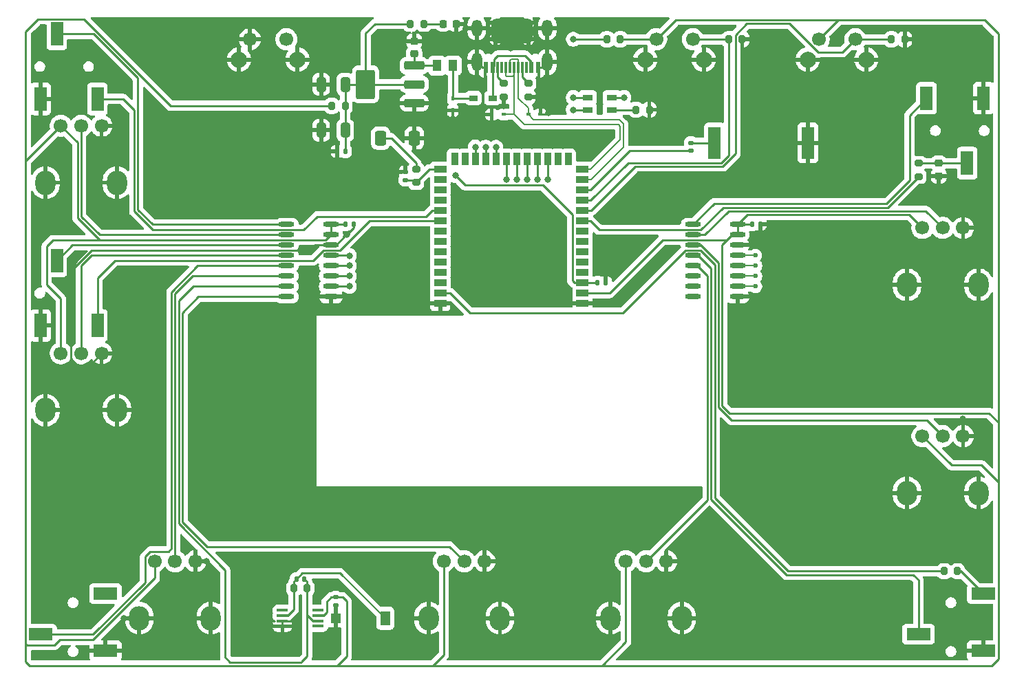
<source format=gbr>
%TF.GenerationSoftware,KiCad,Pcbnew,9.0.3*%
%TF.CreationDate,2025-08-06T15:24:12+02:00*%
%TF.ProjectId,Spikeling_v3.0,5370696b-656c-4696-9e67-5f76332e302e,rev?*%
%TF.SameCoordinates,Original*%
%TF.FileFunction,Copper,L1,Top*%
%TF.FilePolarity,Positive*%
%FSLAX46Y46*%
G04 Gerber Fmt 4.6, Leading zero omitted, Abs format (unit mm)*
G04 Created by KiCad (PCBNEW 9.0.3) date 2025-08-06 15:24:12*
%MOMM*%
%LPD*%
G01*
G04 APERTURE LIST*
G04 Aperture macros list*
%AMRoundRect*
0 Rectangle with rounded corners*
0 $1 Rounding radius*
0 $2 $3 $4 $5 $6 $7 $8 $9 X,Y pos of 4 corners*
0 Add a 4 corners polygon primitive as box body*
4,1,4,$2,$3,$4,$5,$6,$7,$8,$9,$2,$3,0*
0 Add four circle primitives for the rounded corners*
1,1,$1+$1,$2,$3*
1,1,$1+$1,$4,$5*
1,1,$1+$1,$6,$7*
1,1,$1+$1,$8,$9*
0 Add four rect primitives between the rounded corners*
20,1,$1+$1,$2,$3,$4,$5,0*
20,1,$1+$1,$4,$5,$6,$7,0*
20,1,$1+$1,$6,$7,$8,$9,0*
20,1,$1+$1,$8,$9,$2,$3,0*%
G04 Aperture macros list end*
%TA.AperFunction,ComponentPad*%
%ADD10C,1.700000*%
%TD*%
%TA.AperFunction,ComponentPad*%
%ADD11O,2.500000X3.000000*%
%TD*%
%TA.AperFunction,SMDPad,CuDef*%
%ADD12RoundRect,0.225000X0.250000X-0.225000X0.250000X0.225000X-0.250000X0.225000X-0.250000X-0.225000X0*%
%TD*%
%TA.AperFunction,SMDPad,CuDef*%
%ADD13O,1.971000X0.602000*%
%TD*%
%TA.AperFunction,SMDPad,CuDef*%
%ADD14RoundRect,0.200000X-0.275000X0.200000X-0.275000X-0.200000X0.275000X-0.200000X0.275000X0.200000X0*%
%TD*%
%TA.AperFunction,SMDPad,CuDef*%
%ADD15R,1.500000X3.000000*%
%TD*%
%TA.AperFunction,SMDPad,CuDef*%
%ADD16R,1.500000X0.900000*%
%TD*%
%TA.AperFunction,SMDPad,CuDef*%
%ADD17R,0.900000X1.500000*%
%TD*%
%TA.AperFunction,HeatsinkPad*%
%ADD18C,0.600000*%
%TD*%
%TA.AperFunction,HeatsinkPad*%
%ADD19R,3.900000X3.900000*%
%TD*%
%TA.AperFunction,SMDPad,CuDef*%
%ADD20R,3.000000X1.500000*%
%TD*%
%TA.AperFunction,SMDPad,CuDef*%
%ADD21RoundRect,0.200000X-0.200000X-0.275000X0.200000X-0.275000X0.200000X0.275000X-0.200000X0.275000X0*%
%TD*%
%TA.AperFunction,SMDPad,CuDef*%
%ADD22RoundRect,0.200000X0.200000X0.275000X-0.200000X0.275000X-0.200000X-0.275000X0.200000X-0.275000X0*%
%TD*%
%TA.AperFunction,SMDPad,CuDef*%
%ADD23RoundRect,0.250000X-1.000000X-0.300000X1.000000X-0.300000X1.000000X0.300000X-1.000000X0.300000X0*%
%TD*%
%TA.AperFunction,ComponentPad*%
%ADD24C,0.500000*%
%TD*%
%TA.AperFunction,SMDPad,CuDef*%
%ADD25RoundRect,0.250000X-0.920000X-1.550000X0.920000X-1.550000X0.920000X1.550000X-0.920000X1.550000X0*%
%TD*%
%TA.AperFunction,SMDPad,CuDef*%
%ADD26R,1.300000X0.800000*%
%TD*%
%TA.AperFunction,SMDPad,CuDef*%
%ADD27RoundRect,0.140000X-0.140000X-0.170000X0.140000X-0.170000X0.140000X0.170000X-0.140000X0.170000X0*%
%TD*%
%TA.AperFunction,SMDPad,CuDef*%
%ADD28R,1.500000X4.000000*%
%TD*%
%TA.AperFunction,SMDPad,CuDef*%
%ADD29RoundRect,0.200000X0.275000X-0.200000X0.275000X0.200000X-0.275000X0.200000X-0.275000X-0.200000X0*%
%TD*%
%TA.AperFunction,SMDPad,CuDef*%
%ADD30O,1.450000X0.380000*%
%TD*%
%TA.AperFunction,SMDPad,CuDef*%
%ADD31RoundRect,0.250000X-0.425000X-0.650000X0.425000X-0.650000X0.425000X0.650000X-0.425000X0.650000X0*%
%TD*%
%TA.AperFunction,SMDPad,CuDef*%
%ADD32RoundRect,0.250000X0.325000X0.650000X-0.325000X0.650000X-0.325000X-0.650000X0.325000X-0.650000X0*%
%TD*%
%TA.AperFunction,SMDPad,CuDef*%
%ADD33RoundRect,0.140000X0.140000X0.170000X-0.140000X0.170000X-0.140000X-0.170000X0.140000X-0.170000X0*%
%TD*%
%TA.AperFunction,SMDPad,CuDef*%
%ADD34RoundRect,0.225000X-0.250000X0.225000X-0.250000X-0.225000X0.250000X-0.225000X0.250000X0.225000X0*%
%TD*%
%TA.AperFunction,SMDPad,CuDef*%
%ADD35R,0.300000X1.400000*%
%TD*%
%TA.AperFunction,SMDPad,CuDef*%
%ADD36R,0.500000X1.400000*%
%TD*%
%TA.AperFunction,ComponentPad*%
%ADD37O,1.300000X2.300000*%
%TD*%
%TA.AperFunction,ComponentPad*%
%ADD38O,1.300000X2.100000*%
%TD*%
%TA.AperFunction,SMDPad,CuDef*%
%ADD39RoundRect,0.500000X2.000000X1.000000X-2.000000X1.000000X-2.000000X-1.000000X2.000000X-1.000000X0*%
%TD*%
%TA.AperFunction,ComponentPad*%
%ADD40C,2.000000*%
%TD*%
%TA.AperFunction,SMDPad,CuDef*%
%ADD41RoundRect,0.140000X-0.170000X0.140000X-0.170000X-0.140000X0.170000X-0.140000X0.170000X0.140000X0*%
%TD*%
%TA.AperFunction,SMDPad,CuDef*%
%ADD42R,0.600000X0.400000*%
%TD*%
%TA.AperFunction,SMDPad,CuDef*%
%ADD43R,1.199000X1.199000*%
%TD*%
%TA.AperFunction,SMDPad,CuDef*%
%ADD44R,1.200000X1.800000*%
%TD*%
%TA.AperFunction,SMDPad,CuDef*%
%ADD45RoundRect,0.140000X0.170000X-0.140000X0.170000X0.140000X-0.170000X0.140000X-0.170000X-0.140000X0*%
%TD*%
%TA.AperFunction,SMDPad,CuDef*%
%ADD46R,0.400000X0.600000*%
%TD*%
%TA.AperFunction,SMDPad,CuDef*%
%ADD47R,1.132500X1.377000*%
%TD*%
%TA.AperFunction,SMDPad,CuDef*%
%ADD48R,1.000000X0.750000*%
%TD*%
%TA.AperFunction,SMDPad,CuDef*%
%ADD49RoundRect,0.220000X0.220000X0.255000X-0.220000X0.255000X-0.220000X-0.255000X0.220000X-0.255000X0*%
%TD*%
%TA.AperFunction,ViaPad*%
%ADD50C,0.800000*%
%TD*%
%TA.AperFunction,ViaPad*%
%ADD51C,0.600000*%
%TD*%
%TA.AperFunction,Conductor*%
%ADD52C,0.250000*%
%TD*%
%TA.AperFunction,Conductor*%
%ADD53C,0.200000*%
%TD*%
G04 APERTURE END LIST*
D10*
%TO.P,VR2,1,1*%
%TO.N,GNDREF*%
X156620000Y-117000000D03*
%TO.P,VR2,2,2*%
%TO.N,PhotoGain*%
X154120000Y-117000000D03*
%TO.P,VR2,3,3*%
%TO.N,+3.3V*%
X151620000Y-117000000D03*
D11*
%TO.P,VR2,4,4*%
%TO.N,GNDREF*%
X149720000Y-124000000D03*
%TO.P,VR2,5,5*%
X158520000Y-124000000D03*
%TD*%
D12*
%TO.P,C2,1*%
%TO.N,+5V*%
X147975000Y-54555000D03*
%TO.P,C2,2*%
%TO.N,GNDREF*%
X147975000Y-52995000D03*
%TD*%
D13*
%TO.P,U3,1,CH0*%
%TO.N,SynapseIn1*%
X132264500Y-75555000D03*
%TO.P,U3,2,CH1*%
%TO.N,SynapseGain1*%
X132264500Y-76825000D03*
%TO.P,U3,3,CH2*%
%TO.N,SynapseIn2*%
X132264500Y-78095000D03*
%TO.P,U3,4,CH3*%
%TO.N,SynapseGain2*%
X132264500Y-79365000D03*
%TO.P,U3,5,CH4*%
%TO.N,CurrentInput*%
X132264500Y-80635000D03*
%TO.P,U3,6,CH5*%
%TO.N,VoltageMembrane*%
X132264500Y-81905000D03*
%TO.P,U3,7,CH6*%
%TO.N,PhotoDiode*%
X132264500Y-83175000D03*
%TO.P,U3,8,CH7*%
%TO.N,PhotoGain*%
X132264500Y-84445000D03*
%TO.P,U3,9,DGND*%
%TO.N,GNDREF*%
X137735500Y-84445000D03*
%TO.P,U3,10,CS#/SHDN*%
%TO.N,CS1*%
X137735500Y-83175000D03*
%TO.P,U3,11,DIN*%
%TO.N,MOSI*%
X137735500Y-81905000D03*
%TO.P,U3,12,DOUT*%
%TO.N,MISO*%
X137735500Y-80635000D03*
%TO.P,U3,13,CLK*%
%TO.N,SCK*%
X137735500Y-79365000D03*
%TO.P,U3,14,AGND*%
%TO.N,GNDREF*%
X137735500Y-78095000D03*
%TO.P,U3,15,VREF*%
%TO.N,+3.3V*%
X137735500Y-76825000D03*
%TO.P,U3,16,VDD*%
X137735500Y-75555000D03*
%TD*%
D14*
%TO.P,R9,1*%
%TO.N,Net-(C11-Pad1)*%
X210025000Y-68005000D03*
%TO.P,R9,2*%
%TO.N,SynapseOut_Spike*%
X210025000Y-69645000D03*
%TD*%
D15*
%TO.P,J4,1,1*%
%TO.N,GNDREF*%
X102000000Y-88000000D03*
%TO.P,J4,2,2*%
%TO.N,SynapseIn2*%
X104000000Y-80000000D03*
%TO.P,J4,3,3*%
%TO.N,Synapse2_Spike*%
X109000000Y-88000000D03*
%TD*%
D16*
%TO.P,U1,1,GND*%
%TO.N,GNDREF*%
X168675000Y-85260000D03*
%TO.P,U1,2,3V3*%
%TO.N,+3.3V*%
X168675000Y-83990000D03*
%TO.P,U1,3,EN*%
%TO.N,En*%
X168675000Y-82720000D03*
%TO.P,U1,4,IO4*%
%TO.N,unconnected-(U1-IO4-Pad4)*%
X168675000Y-81450000D03*
%TO.P,U1,5,IO5*%
%TO.N,unconnected-(U1-IO5-Pad5)*%
X168675000Y-80180000D03*
%TO.P,U1,6,IO6*%
%TO.N,unconnected-(U1-IO6-Pad6)*%
X168675000Y-78910000D03*
%TO.P,U1,7,IO7*%
%TO.N,unconnected-(U1-IO7-Pad7)*%
X168675000Y-77640000D03*
%TO.P,U1,8,IO15*%
%TO.N,unconnected-(U1-IO15-Pad8)*%
X168675000Y-76370000D03*
%TO.P,U1,9,IO16*%
%TO.N,SynapseOut_Spike*%
X168675000Y-75100000D03*
%TO.P,U1,10,IO17*%
%TO.N,LEDButton*%
X168675000Y-73830000D03*
%TO.P,U1,11,IO18*%
%TO.N,BuzzerButton*%
X168675000Y-72560000D03*
%TO.P,U1,12,IO8*%
%TO.N,Spike_Buzzer*%
X168675000Y-71290000D03*
%TO.P,U1,13,USB_D-*%
%TO.N,USB_D-*%
X168675000Y-70020000D03*
%TO.P,U1,14,USB_D+*%
%TO.N,USB_D+*%
X168675000Y-68750000D03*
D17*
%TO.P,U1,15,IO3*%
%TO.N,unconnected-(U1-IO3-Pad15)*%
X166910000Y-67500000D03*
%TO.P,U1,16,IO46*%
%TO.N,unconnected-(U1-IO46-Pad16)*%
X165640000Y-67500000D03*
%TO.P,U1,17,IO9*%
%TO.N,CS2*%
X164370000Y-67500000D03*
%TO.P,U1,18,IO10*%
%TO.N,CS1*%
X163100000Y-67500000D03*
%TO.P,U1,19,IO11*%
%TO.N,MOSI*%
X161830000Y-67500000D03*
%TO.P,U1,20,IO12*%
%TO.N,SCK*%
X160560000Y-67500000D03*
%TO.P,U1,21,IO13*%
%TO.N,MISO*%
X159290000Y-67500000D03*
%TO.P,U1,22,IO14*%
%TO.N,Spike_GLED*%
X158020000Y-67500000D03*
%TO.P,U1,23,IO21*%
%TO.N,Spike_RLED*%
X156750000Y-67500000D03*
%TO.P,U1,24,IO47*%
%TO.N,Spike_BLED*%
X155480000Y-67500000D03*
%TO.P,U1,25,IO48*%
%TO.N,unconnected-(U1-IO48-Pad25)*%
X154210000Y-67500000D03*
%TO.P,U1,26,IO45*%
%TO.N,unconnected-(U1-IO45-Pad26)*%
X152940000Y-67500000D03*
D16*
%TO.P,U1,27,IO0*%
%TO.N,Boot*%
X151175000Y-68750000D03*
%TO.P,U1,28,IO35*%
%TO.N,unconnected-(U1-IO35-Pad28)*%
X151175000Y-70020000D03*
%TO.P,U1,29,IO36*%
%TO.N,unconnected-(U1-IO36-Pad29)*%
X151175000Y-71290000D03*
%TO.P,U1,30,IO37*%
%TO.N,unconnected-(U1-IO37-Pad30)*%
X151175000Y-72560000D03*
%TO.P,U1,31,IO38*%
%TO.N,Synapse1_Spike*%
X151175000Y-73830000D03*
%TO.P,U1,32,IO39*%
%TO.N,Synapse2_Spike*%
X151175000Y-75100000D03*
%TO.P,U1,33,IO40*%
%TO.N,unconnected-(U1-IO40-Pad33)*%
X151175000Y-76370000D03*
%TO.P,U1,34,IO41*%
%TO.N,unconnected-(U1-IO41-Pad34)*%
X151175000Y-77640000D03*
%TO.P,U1,35,IO42*%
%TO.N,unconnected-(U1-IO42-Pad35)*%
X151175000Y-78910000D03*
%TO.P,U1,36,RXD0*%
%TO.N,unconnected-(U1-RXD0-Pad36)*%
X151175000Y-80180000D03*
%TO.P,U1,37,TXD0*%
%TO.N,unconnected-(U1-TXD0-Pad37)*%
X151175000Y-81450000D03*
%TO.P,U1,38,IO2*%
%TO.N,unconnected-(U1-IO2-Pad38)*%
X151175000Y-82720000D03*
%TO.P,U1,39,IO1*%
%TO.N,LightStimulus*%
X151175000Y-83990000D03*
%TO.P,U1,40,GND*%
%TO.N,GNDREF*%
X151175000Y-85260000D03*
D18*
%TO.P,U1,41,GND*%
X162825000Y-78240000D03*
X162825000Y-76840000D03*
X162125000Y-78940000D03*
X162125000Y-77540000D03*
X162125000Y-76140000D03*
X161425000Y-78240000D03*
D19*
X161425000Y-77540000D03*
D18*
X161425000Y-76840000D03*
X160725000Y-78940000D03*
X160725000Y-77540000D03*
X160725000Y-76140000D03*
X160025000Y-78240000D03*
X160025000Y-76840000D03*
%TD*%
D20*
%TO.P,J5,1,1*%
%TO.N,GNDREF*%
X218000000Y-128000000D03*
%TO.P,J5,2,2*%
%TO.N,CurrentStimulus*%
X210000000Y-126000000D03*
%TO.P,J5,3,3*%
%TO.N,Net-(J5-Pad3)*%
X218000000Y-121000000D03*
%TD*%
D21*
%TO.P,R7,1*%
%TO.N,Net-(D6-C)*%
X133155000Y-120325000D03*
%TO.P,R7,2*%
%TO.N,PhotoDiode*%
X134795000Y-120325000D03*
%TD*%
D22*
%TO.P,R8,1*%
%TO.N,Net-(J5-Pad3)*%
X214820000Y-118225000D03*
%TO.P,R8,2*%
%TO.N,LightStimulus*%
X213180000Y-118225000D03*
%TD*%
D23*
%TO.P,U2,1,GND*%
%TO.N,GNDREF*%
X147970000Y-60600000D03*
%TO.P,U2,2,VOUT*%
%TO.N,Net-(C1-Pad1)*%
X147970000Y-58300000D03*
%TO.P,U2,3,VIN*%
%TO.N,+5V*%
X147970000Y-56000000D03*
D24*
%TO.P,U2,4,VOUT*%
%TO.N,Net-(C1-Pad1)*%
X142000000Y-57300000D03*
X142000000Y-58300000D03*
D25*
X142000000Y-58300000D03*
D24*
X142000000Y-59300000D03*
%TD*%
D10*
%TO.P,VR1,1,1*%
%TO.N,GNDREF*%
X121050000Y-117000000D03*
%TO.P,VR1,2,2*%
%TO.N,VoltageMembrane*%
X118550000Y-117000000D03*
%TO.P,VR1,3,3*%
%TO.N,+3.3V*%
X116050000Y-117000000D03*
D11*
%TO.P,VR1,4,4*%
%TO.N,GNDREF*%
X114150000Y-124000000D03*
%TO.P,VR1,5,5*%
X122950000Y-124000000D03*
%TD*%
D26*
%TO.P,D7,1,RA*%
%TO.N,Spike_RLED*%
X169300000Y-61425000D03*
%TO.P,D7,2,BA*%
%TO.N,Spike_BLED*%
X169300000Y-59925000D03*
%TO.P,D7,3,GA*%
%TO.N,Spike_GLED*%
X172300000Y-59925000D03*
%TO.P,D7,4,K*%
%TO.N,Net-(D7-K)*%
X172300000Y-61425000D03*
%TD*%
D27*
%TO.P,C5,1*%
%TO.N,En*%
X170525000Y-82720000D03*
%TO.P,C5,2*%
%TO.N,GNDREF*%
X171525000Y-82720000D03*
%TD*%
D10*
%TO.P,VR5,1,1*%
%TO.N,GNDREF*%
X215500000Y-101600000D03*
%TO.P,VR5,2,2*%
%TO.N,StimulusFrequency*%
X213000000Y-101600000D03*
%TO.P,VR5,3,3*%
%TO.N,+3.3V*%
X210500000Y-101600000D03*
D11*
%TO.P,VR5,4,4*%
%TO.N,GNDREF*%
X208600000Y-108600000D03*
%TO.P,VR5,5,5*%
X217400000Y-108600000D03*
%TD*%
D28*
%TO.P,B1,1,1*%
%TO.N,Net-(B1-Pad1)*%
X184925000Y-65500000D03*
%TO.P,B1,2,2*%
%TO.N,GNDREF*%
X196425000Y-65500000D03*
%TD*%
D21*
%TO.P,R12,1*%
%TO.N,LEDButton*%
X206680000Y-52750000D03*
%TO.P,R12,2*%
%TO.N,GNDREF*%
X208320000Y-52750000D03*
%TD*%
D29*
%TO.P,R5,1*%
%TO.N,Boot*%
X148200000Y-70395000D03*
%TO.P,R5,2*%
%TO.N,Net-(SW1-A)*%
X148200000Y-68755000D03*
%TD*%
D30*
%TO.P,U5,1,NC*%
%TO.N,unconnected-(U5-NC-Pad1)*%
X131750000Y-123050000D03*
%TO.P,U5,2,IN-*%
%TO.N,Net-(D6-C)*%
X131750000Y-123700000D03*
%TO.P,U5,3,IN+*%
%TO.N,GNDREF*%
X131750000Y-124350000D03*
%TO.P,U5,4,V-*%
X131750000Y-125000000D03*
%TO.P,U5,5,NC*%
%TO.N,unconnected-(U5-NC-Pad5)*%
X136150000Y-125000000D03*
%TO.P,U5,6,OUT*%
%TO.N,PhotoDiode*%
X136150000Y-124350000D03*
%TO.P,U5,7,V+*%
%TO.N,+3.3V*%
X136150000Y-123700000D03*
%TO.P,U5,8,NC*%
%TO.N,unconnected-(U5-NC-Pad8)*%
X136150000Y-123050000D03*
%TD*%
D31*
%TO.P,SW1,1,A*%
%TO.N,Net-(SW1-A)*%
X143850000Y-64925000D03*
%TO.P,SW1,2,B*%
%TO.N,GNDREF*%
X148000000Y-64925000D03*
%TD*%
D32*
%TO.P,C1,1*%
%TO.N,Net-(C1-Pad1)*%
X139480000Y-58300000D03*
%TO.P,C1,2*%
%TO.N,GNDREF*%
X136520000Y-58300000D03*
%TD*%
D27*
%TO.P,C7,1*%
%TO.N,+3.3V*%
X139500000Y-75550000D03*
%TO.P,C7,2*%
%TO.N,GNDREF*%
X140500000Y-75550000D03*
%TD*%
D33*
%TO.P,C8,1*%
%TO.N,GNDREF*%
X190550000Y-75550000D03*
%TO.P,C8,2*%
%TO.N,+3.3V*%
X189550000Y-75550000D03*
%TD*%
D21*
%TO.P,R3,1*%
%TO.N,Net-(C1-Pad1)*%
X147505000Y-50850000D03*
%TO.P,R3,2*%
%TO.N,Net-(D5-Pad2)*%
X149145000Y-50850000D03*
%TD*%
D15*
%TO.P,J6,1,1*%
%TO.N,GNDREF*%
X218000000Y-60000000D03*
%TO.P,J6,2,2*%
%TO.N,Net-(C11-Pad1)*%
X216000000Y-68000000D03*
%TO.P,J6,3,3*%
%TO.N,SynapseOut*%
X211000000Y-60000000D03*
%TD*%
%TO.P,J3,1,1*%
%TO.N,GNDREF*%
X102000000Y-60100000D03*
%TO.P,J3,2,2*%
%TO.N,SynapseIn1*%
X104000000Y-52100000D03*
%TO.P,J3,3,3*%
%TO.N,Synapse1_Spike*%
X109000000Y-60100000D03*
%TD*%
D34*
%TO.P,C11,1*%
%TO.N,Net-(C11-Pad1)*%
X212500000Y-68000000D03*
%TO.P,C11,2*%
%TO.N,GNDREF*%
X212500000Y-69560000D03*
%TD*%
D35*
%TO.P,J1,A5,CC1*%
%TO.N,Net-(J1-CC1)*%
X161250000Y-56250000D03*
%TO.P,J1,A6,D+*%
%TO.N,USB_D+*%
X160250000Y-56250000D03*
%TO.P,J1,A7,D-*%
%TO.N,USB_D-*%
X159750000Y-56250000D03*
%TO.P,J1,A8,SBU1*%
%TO.N,unconnected-(J1-SBU1-PadA8)*%
X158750000Y-56250000D03*
D36*
%TO.P,J1,A9B4,VBUS*%
%TO.N,Net-(D1-Pad2)*%
X157600000Y-56250000D03*
%TO.P,J1,A12B1,GND*%
%TO.N,GNDREF*%
X156800000Y-56250000D03*
D35*
%TO.P,J1,B5,CC2*%
%TO.N,Net-(J1-CC2)*%
X158250000Y-56250000D03*
%TO.P,J1,B6,D+*%
%TO.N,USB_D+*%
X159250000Y-56250000D03*
%TO.P,J1,B7,D-*%
%TO.N,USB_D-*%
X160750000Y-56250000D03*
%TO.P,J1,B8,SBU2*%
%TO.N,unconnected-(J1-SBU2-PadB8)*%
X161750000Y-56250000D03*
D36*
%TO.P,J1,B9A4,VBUS*%
%TO.N,Net-(D1-Pad2)*%
X162400000Y-56250000D03*
%TO.P,J1,B12A1,GND*%
%TO.N,GNDREF*%
X163200000Y-56250000D03*
D37*
%TO.P,J1,S1,SHIELD*%
X164330000Y-55570000D03*
D38*
X164330000Y-51370000D03*
D24*
X162000000Y-52750000D03*
X162000000Y-50750000D03*
D39*
X160000000Y-51750000D03*
D24*
X158000000Y-52750000D03*
X158000000Y-50750000D03*
D37*
X155670000Y-55570000D03*
D38*
X155670000Y-51370000D03*
%TD*%
D10*
%TO.P,SW3,1,1*%
%TO.N,BuzzerButton*%
X182250000Y-52750000D03*
%TO.P,SW3,2,2*%
%TO.N,+3.3V*%
X177750000Y-52750000D03*
D40*
%TO.P,SW3,3,3*%
%TO.N,GNDREF*%
X176400000Y-55250000D03*
%TO.P,SW3,4,4*%
X183600000Y-55250000D03*
%TD*%
D33*
%TO.P,C10,1*%
%TO.N,PhotoDiode*%
X134475000Y-119175000D03*
%TO.P,C10,2*%
%TO.N,Net-(D6-C)*%
X133475000Y-119175000D03*
%TD*%
D10*
%TO.P,SW2,1,1*%
%TO.N,En*%
X132250000Y-52750000D03*
%TO.P,SW2,2,2*%
%TO.N,GNDREF*%
X127750000Y-52750000D03*
D40*
%TO.P,SW2,3,3*%
X126400000Y-55250000D03*
%TO.P,SW2,4,4*%
X133600000Y-55250000D03*
%TD*%
D41*
%TO.P,C9,1*%
%TO.N,+3.3V*%
X138300000Y-121450000D03*
%TO.P,C9,2*%
%TO.N,GNDREF*%
X138300000Y-122450000D03*
%TD*%
D42*
%TO.P,D2,1,1*%
%TO.N,USB_D+*%
X159000000Y-62000000D03*
%TO.P,D2,2,2*%
%TO.N,GNDREF*%
X157500000Y-62000000D03*
%TD*%
D21*
%TO.P,R11,1*%
%TO.N,BuzzerButton*%
X186680000Y-52750000D03*
%TO.P,R11,2*%
%TO.N,GNDREF*%
X188320000Y-52750000D03*
%TD*%
D43*
%TO.P,D6,1,A*%
%TO.N,GNDREF*%
X138300000Y-124025000D03*
D44*
%TO.P,D6,2,C*%
%TO.N,Net-(D6-C)*%
X144400000Y-124025000D03*
%TD*%
D22*
%TO.P,R4,1*%
%TO.N,+3.3V*%
X173320000Y-52750000D03*
%TO.P,R4,2*%
%TO.N,En*%
X171680000Y-52750000D03*
%TD*%
D45*
%TO.P,C12,1*%
%TO.N,Spike_Buzzer*%
X182000000Y-66500000D03*
%TO.P,C12,2*%
%TO.N,Net-(B1-Pad1)*%
X182000000Y-65500000D03*
%TD*%
D46*
%TO.P,D4,1,1*%
%TO.N,Net-(D1-Pad1)*%
X152725000Y-60000000D03*
%TO.P,D4,2,2*%
%TO.N,GNDREF*%
X152725000Y-61500000D03*
%TD*%
D32*
%TO.P,C3,1*%
%TO.N,Net-(C1-Pad1)*%
X139480000Y-63950000D03*
%TO.P,C3,2*%
%TO.N,GNDREF*%
X136520000Y-63950000D03*
%TD*%
D10*
%TO.P,VR6,1,1*%
%TO.N,GNDREF*%
X109500000Y-63400000D03*
%TO.P,VR6,2,2*%
%TO.N,SynapseGain1*%
X107000000Y-63400000D03*
%TO.P,VR6,3,3*%
%TO.N,+3.3V*%
X104500000Y-63400000D03*
D11*
%TO.P,VR6,4,4*%
%TO.N,GNDREF*%
X102600000Y-70400000D03*
%TO.P,VR6,5,5*%
X111400000Y-70400000D03*
%TD*%
D47*
%TO.P,L1,1,1*%
%TO.N,Net-(D1-Pad1)*%
X152732000Y-56000000D03*
%TO.P,L1,2,2*%
%TO.N,+5V*%
X150800000Y-56000000D03*
%TD*%
D13*
%TO.P,U4,1,CH0*%
%TO.N,SynapseOut*%
X182264500Y-75555000D03*
%TO.P,U4,2,CH1*%
%TO.N,StimulusStrength*%
X182264500Y-76825000D03*
%TO.P,U4,3,CH2*%
%TO.N,StimulusFrequency*%
X182264500Y-78095000D03*
%TO.P,U4,4,CH3*%
%TO.N,CurrentStimulus*%
X182264500Y-79365000D03*
%TO.P,U4,5,CH4*%
%TO.N,Noise*%
X182264500Y-80635000D03*
%TO.P,U4,6,CH5*%
%TO.N,unconnected-(U4-CH5-Pad6)*%
X182264500Y-81905000D03*
%TO.P,U4,7,CH6*%
%TO.N,unconnected-(U4-CH6-Pad7)*%
X182264500Y-83175000D03*
%TO.P,U4,8,CH7*%
%TO.N,unconnected-(U4-CH7-Pad8)*%
X182264500Y-84445000D03*
%TO.P,U4,9,DGND*%
%TO.N,GNDREF*%
X187735500Y-84445000D03*
%TO.P,U4,10,CS#/SHDN*%
%TO.N,CS2*%
X187735500Y-83175000D03*
%TO.P,U4,11,DIN*%
%TO.N,MOSI*%
X187735500Y-81905000D03*
%TO.P,U4,12,DOUT*%
%TO.N,MISO*%
X187735500Y-80635000D03*
%TO.P,U4,13,CLK*%
%TO.N,SCK*%
X187735500Y-79365000D03*
%TO.P,U4,14,AGND*%
%TO.N,GNDREF*%
X187735500Y-78095000D03*
%TO.P,U4,15,VREF*%
%TO.N,+3.3V*%
X187735500Y-76825000D03*
%TO.P,U4,16,VDD*%
X187735500Y-75555000D03*
%TD*%
D10*
%TO.P,VR3,1,1*%
%TO.N,GNDREF*%
X179000000Y-117000000D03*
%TO.P,VR3,2,2*%
%TO.N,Noise*%
X176500000Y-117000000D03*
%TO.P,VR3,3,3*%
%TO.N,+3.3V*%
X174000000Y-117000000D03*
D11*
%TO.P,VR3,4,4*%
%TO.N,GNDREF*%
X172100000Y-124000000D03*
%TO.P,VR3,5,5*%
X180900000Y-124000000D03*
%TD*%
D21*
%TO.P,R10,1*%
%TO.N,Net-(D7-K)*%
X175255000Y-61425000D03*
%TO.P,R10,2*%
%TO.N,GNDREF*%
X176895000Y-61425000D03*
%TD*%
D10*
%TO.P,SW4,1,1*%
%TO.N,LEDButton*%
X202250000Y-52750000D03*
%TO.P,SW4,2,2*%
%TO.N,+3.3V*%
X197750000Y-52750000D03*
D40*
%TO.P,SW4,3,3*%
%TO.N,GNDREF*%
X196400000Y-55250000D03*
%TO.P,SW4,4,4*%
X203600000Y-55250000D03*
%TD*%
D21*
%TO.P,R6,1*%
%TO.N,+3.3V*%
X137840000Y-60950000D03*
%TO.P,R6,2*%
%TO.N,Net-(C1-Pad1)*%
X139480000Y-60950000D03*
%TD*%
D48*
%TO.P,D1,1,1*%
%TO.N,Net-(D1-Pad1)*%
X155252500Y-60000000D03*
%TO.P,D1,2,2*%
%TO.N,Net-(D1-Pad2)*%
X157597500Y-60000000D03*
%TD*%
D42*
%TO.P,D3,1,1*%
%TO.N,USB_D-*%
X162000000Y-62000000D03*
%TO.P,D3,2,2*%
%TO.N,GNDREF*%
X163500000Y-62000000D03*
%TD*%
D45*
%TO.P,C6,1*%
%TO.N,Boot*%
X146850000Y-70075000D03*
%TO.P,C6,2*%
%TO.N,GNDREF*%
X146850000Y-69075000D03*
%TD*%
D14*
%TO.P,R2,1*%
%TO.N,Net-(J1-CC2)*%
X159000000Y-58180000D03*
%TO.P,R2,2*%
%TO.N,GNDREF*%
X159000000Y-59820000D03*
%TD*%
D20*
%TO.P,J2,1,1*%
%TO.N,GNDREF*%
X110000000Y-128000000D03*
%TO.P,J2,2,2*%
%TO.N,CurrentInput*%
X102000000Y-126000000D03*
%TO.P,J2,3,3*%
%TO.N,unconnected-(J2-Pad3)*%
X110000000Y-121000000D03*
%TD*%
D33*
%TO.P,C4,1*%
%TO.N,Net-(C1-Pad1)*%
X139500000Y-66550000D03*
%TO.P,C4,2*%
%TO.N,GNDREF*%
X138500000Y-66550000D03*
%TD*%
D14*
%TO.P,R1,1*%
%TO.N,Net-(J1-CC1)*%
X162000000Y-58180000D03*
%TO.P,R1,2*%
%TO.N,GNDREF*%
X162000000Y-59820000D03*
%TD*%
D49*
%TO.P,D5,1*%
%TO.N,GNDREF*%
X153115000Y-50850000D03*
%TO.P,D5,2*%
%TO.N,Net-(D5-Pad2)*%
X151535000Y-50850000D03*
%TD*%
D10*
%TO.P,VR7,1,1*%
%TO.N,GNDREF*%
X109500000Y-91400000D03*
%TO.P,VR7,2,2*%
%TO.N,SynapseGain2*%
X107000000Y-91400000D03*
%TO.P,VR7,3,3*%
%TO.N,+3.3V*%
X104500000Y-91400000D03*
D11*
%TO.P,VR7,4,4*%
%TO.N,GNDREF*%
X102600000Y-98400000D03*
%TO.P,VR7,5,5*%
X111400000Y-98400000D03*
%TD*%
D10*
%TO.P,VR4,1,1*%
%TO.N,GNDREF*%
X215500000Y-75972000D03*
%TO.P,VR4,2,2*%
%TO.N,StimulusStrength*%
X213000000Y-75972000D03*
%TO.P,VR4,3,3*%
%TO.N,+3.3V*%
X210500000Y-75972000D03*
D11*
%TO.P,VR4,4,4*%
%TO.N,GNDREF*%
X208600000Y-82972000D03*
%TO.P,VR4,5,5*%
X217400000Y-82972000D03*
%TD*%
D50*
%TO.N,GNDREF*%
X101525000Y-72525000D03*
X137725000Y-85600000D03*
X135000000Y-78722000D03*
X113475000Y-98400000D03*
X112275000Y-124050000D03*
X147600000Y-124000000D03*
X160625000Y-124025000D03*
X169975000Y-123950000D03*
X182975000Y-124000000D03*
X206500000Y-108625000D03*
X206475000Y-82925000D03*
X212500000Y-70850000D03*
X209550000Y-52750000D03*
X205400000Y-55250000D03*
X194600000Y-55250000D03*
X185425000Y-55250000D03*
X174625000Y-55225000D03*
X159875000Y-53850000D03*
X124525000Y-55250000D03*
X135475000Y-55225000D03*
X149550000Y-64900000D03*
X145850000Y-69075000D03*
X137400000Y-66550000D03*
X135000000Y-63950000D03*
X217275000Y-101600000D03*
X164500000Y-61800000D03*
X163155000Y-59820000D03*
X159000000Y-60925000D03*
X152725000Y-62525000D03*
X154305000Y-51370000D03*
X165825000Y-51375000D03*
X148940000Y-85260000D03*
X170860000Y-85260000D03*
X111350000Y-91400000D03*
X102000000Y-90450000D03*
X111125000Y-63400000D03*
X216025000Y-60000000D03*
X218000000Y-126025000D03*
X112525000Y-128000000D03*
X138300000Y-125475000D03*
X122450000Y-117000000D03*
X158475000Y-117000000D03*
X180725000Y-117000000D03*
X215500000Y-99500000D03*
X215500000Y-74375000D03*
X139644500Y-76819500D03*
X191750000Y-75550000D03*
X157500000Y-63100000D03*
X154345000Y-55570000D03*
X165800000Y-55575000D03*
X190000000Y-52750000D03*
X125850000Y-52750000D03*
X102000000Y-62675000D03*
X113250000Y-75450000D03*
%TO.N,En*%
X153075000Y-69550000D03*
X167550000Y-52750000D03*
%TO.N,GNDREF*%
X133450000Y-124350000D03*
X171525000Y-81700000D03*
%TO.N,CS1*%
X163100000Y-69975000D03*
X140000000Y-83175000D03*
%TO.N,Spike_BLED*%
X167525000Y-59925000D03*
X155480000Y-66005000D03*
%TO.N,SCK*%
X160560000Y-69985000D03*
X140000000Y-79375000D03*
D51*
X189940000Y-79365000D03*
D50*
%TO.N,Spike_GLED*%
X158020000Y-66045000D03*
X173775000Y-59925000D03*
%TO.N,CS2*%
X164370000Y-69995000D03*
D51*
X189975000Y-83175000D03*
D50*
%TO.N,Spike_RLED*%
X167525000Y-61425000D03*
X156750000Y-66025000D03*
%TO.N,MOSI*%
X161830000Y-69980000D03*
D51*
X189980000Y-81905000D03*
D50*
X139995000Y-81905000D03*
D51*
%TO.N,MISO*%
X189985000Y-80635000D03*
D50*
X159290000Y-69990000D03*
X139985000Y-80635000D03*
%TD*%
D52*
%TO.N,GNDREF*%
X135000000Y-78722000D02*
X108265190Y-78722000D01*
X146850000Y-69075000D02*
X145850000Y-69075000D01*
X138500000Y-66550000D02*
X137400000Y-66550000D01*
X136520000Y-63950000D02*
X135000000Y-63950000D01*
X215500000Y-101600000D02*
X217275000Y-101600000D01*
%TO.N,+3.3V*%
X212800000Y-98774000D02*
X186786810Y-98774000D01*
X186786810Y-98774000D02*
X185855000Y-97842190D01*
X212800000Y-98774000D02*
X218699000Y-98774000D01*
X219864000Y-99939000D02*
X219864000Y-100686000D01*
X212025000Y-98774000D02*
X212800000Y-98774000D01*
X219850000Y-100700000D02*
X219850000Y-107300000D01*
X219864000Y-100686000D02*
X219850000Y-100700000D01*
X218699000Y-98774000D02*
X219864000Y-99939000D01*
%TO.N,CurrentStimulus*%
X210000000Y-119325000D02*
X210000000Y-126000000D01*
X193825000Y-118700000D02*
X209375000Y-118700000D01*
X184502000Y-109377000D02*
X193825000Y-118700000D01*
X209375000Y-118700000D02*
X210000000Y-119325000D01*
X182898000Y-79365000D02*
X184502000Y-80969000D01*
X182264500Y-79365000D02*
X182898000Y-79365000D01*
X184502000Y-80969000D02*
X184502000Y-109377000D01*
%TO.N,GNDREF*%
X164300000Y-62000000D02*
X164500000Y-61800000D01*
X163500000Y-62000000D02*
X164300000Y-62000000D01*
X162000000Y-59820000D02*
X163155000Y-59820000D01*
X159000000Y-59820000D02*
X159000000Y-60925000D01*
X152725000Y-61500000D02*
X152725000Y-62525000D01*
X155670000Y-51370000D02*
X154305000Y-51370000D01*
X165820000Y-51370000D02*
X165825000Y-51375000D01*
X164330000Y-51370000D02*
X165820000Y-51370000D01*
%TO.N,En*%
X167425000Y-82470000D02*
X167675000Y-82720000D01*
X167425000Y-74350000D02*
X167425000Y-82470000D01*
X163791000Y-70716000D02*
X167425000Y-74350000D01*
X153075000Y-69550000D02*
X154241000Y-70716000D01*
X154241000Y-70716000D02*
X163791000Y-70716000D01*
X167675000Y-82720000D02*
X168675000Y-82720000D01*
%TO.N,GNDREF*%
X151175000Y-85260000D02*
X148940000Y-85260000D01*
X168675000Y-85260000D02*
X170860000Y-85260000D01*
X109500000Y-91400000D02*
X111350000Y-91400000D01*
X102000000Y-88000000D02*
X102000000Y-90450000D01*
X109500000Y-63400000D02*
X111125000Y-63400000D01*
%TO.N,Synapse1_Spike*%
X112150000Y-60100000D02*
X109000000Y-60100000D01*
X113525000Y-61475000D02*
X112150000Y-60100000D01*
X134377000Y-76198000D02*
X115798000Y-76198000D01*
X115798000Y-76198000D02*
X113525000Y-73925000D01*
X136025000Y-74550000D02*
X134377000Y-76198000D01*
X113525000Y-73925000D02*
X113525000Y-61475000D01*
X149455000Y-74550000D02*
X136025000Y-74550000D01*
X150175000Y-73830000D02*
X149455000Y-74550000D01*
X151175000Y-73830000D02*
X150175000Y-73830000D01*
%TO.N,GNDREF*%
X218000000Y-60000000D02*
X216025000Y-60000000D01*
X218000000Y-128000000D02*
X218000000Y-126025000D01*
X110000000Y-128000000D02*
X112525000Y-128000000D01*
%TO.N,+3.3V*%
X100664000Y-129864000D02*
X100174000Y-129374000D01*
X138500000Y-129864000D02*
X100664000Y-129864000D01*
X100174000Y-129374000D02*
X100174000Y-126875000D01*
X100174000Y-124700000D02*
X100174000Y-126875000D01*
X100299000Y-127300000D02*
X100174000Y-127175000D01*
X103725000Y-127300000D02*
X100299000Y-127300000D01*
X104362500Y-126662500D02*
X103725000Y-127300000D01*
X106575000Y-126662500D02*
X104362500Y-126662500D01*
X100174000Y-126875000D02*
X100174000Y-127175000D01*
X106575000Y-126662500D02*
X105564500Y-126662500D01*
%TO.N,GNDREF*%
X138300000Y-124025000D02*
X138300000Y-125475000D01*
X121050000Y-117000000D02*
X122450000Y-117000000D01*
%TO.N,PhotoDiode*%
X134795000Y-128725000D02*
X134795000Y-123609734D01*
X134125000Y-129395000D02*
X134795000Y-128725000D01*
X125313000Y-129413000D02*
X134125000Y-129413000D01*
X124700000Y-118075000D02*
X124700000Y-128800000D01*
X119001000Y-112376000D02*
X124700000Y-118075000D01*
X119001000Y-84949000D02*
X119001000Y-112376000D01*
X124700000Y-128800000D02*
X125313000Y-129413000D01*
X120775000Y-83175000D02*
X119001000Y-84949000D01*
X134125000Y-129413000D02*
X134125000Y-129395000D01*
X132264500Y-83175000D02*
X120775000Y-83175000D01*
%TO.N,GNDREF*%
X156620000Y-117000000D02*
X158475000Y-117000000D01*
X179000000Y-117000000D02*
X180725000Y-117000000D01*
X215500000Y-101600000D02*
X215500000Y-99500000D01*
X215500000Y-74625000D02*
X215500000Y-74375000D01*
X215500000Y-75972000D02*
X215500000Y-74625000D01*
X139644500Y-76819500D02*
X140500000Y-75964000D01*
X190550000Y-75550000D02*
X191750000Y-75550000D01*
X157500000Y-62000000D02*
X157500000Y-63100000D01*
X155670000Y-55570000D02*
X154345000Y-55570000D01*
X165795000Y-55570000D02*
X165800000Y-55575000D01*
X164330000Y-55570000D02*
X165795000Y-55570000D01*
X188320000Y-52750000D02*
X190000000Y-52750000D01*
X127750000Y-52750000D02*
X125850000Y-52750000D01*
X102000000Y-60100000D02*
X102000000Y-62675000D01*
X113250000Y-75450000D02*
X113350000Y-75550000D01*
X111400000Y-73600000D02*
X113250000Y-75450000D01*
X111400000Y-70400000D02*
X111400000Y-73600000D01*
X106750000Y-93100000D02*
X107800000Y-93100000D01*
X107800000Y-93100000D02*
X109500000Y-91400000D01*
X135795000Y-78095000D02*
X135168000Y-78722000D01*
X135168000Y-78722000D02*
X135000000Y-78722000D01*
X108265190Y-78722000D02*
X105700000Y-81287190D01*
X105700000Y-92050000D02*
X106750000Y-93100000D01*
X137735500Y-78095000D02*
X135795000Y-78095000D01*
X105700000Y-81287190D02*
X105700000Y-92050000D01*
%TO.N,Synapse2_Spike*%
X138825000Y-78725000D02*
X142450000Y-75100000D01*
X136788288Y-78725000D02*
X138825000Y-78725000D01*
X142450000Y-75100000D02*
X151175000Y-75100000D01*
X111108000Y-79992000D02*
X135521288Y-79992000D01*
X109000000Y-82100000D02*
X111108000Y-79992000D01*
X135521288Y-79992000D02*
X136788288Y-78725000D01*
X109000000Y-88000000D02*
X109000000Y-82100000D01*
%TO.N,Boot*%
X149845000Y-68750000D02*
X151175000Y-68750000D01*
X148200000Y-70395000D02*
X149845000Y-68750000D01*
X147880000Y-70075000D02*
X148200000Y-70395000D01*
X146850000Y-70075000D02*
X147880000Y-70075000D01*
%TO.N,Net-(SW1-A)*%
X148200000Y-67975000D02*
X148200000Y-68755000D01*
X145150000Y-64925000D02*
X148200000Y-67975000D01*
X143850000Y-64925000D02*
X145150000Y-64925000D01*
%TO.N,GNDREF*%
X140500000Y-75964000D02*
X140500000Y-75550000D01*
X138369000Y-78095000D02*
X139644500Y-76819500D01*
X137735500Y-78095000D02*
X138369000Y-78095000D01*
%TO.N,+3.3V*%
X101676000Y-50274000D02*
X100675000Y-51275000D01*
X107361810Y-50274000D02*
X101676000Y-50274000D01*
X118037810Y-60950000D02*
X107361810Y-50274000D01*
X137840000Y-60950000D02*
X118037810Y-60950000D01*
%TO.N,LEDButton*%
X200675000Y-54325000D02*
X202250000Y-52750000D01*
X197649000Y-54325000D02*
X200675000Y-54325000D01*
X194125000Y-50801000D02*
X197649000Y-54325000D01*
X188899000Y-50801000D02*
X194125000Y-50801000D01*
X187500000Y-52200000D02*
X188899000Y-50801000D01*
X187500000Y-66837190D02*
X187500000Y-52200000D01*
X185936190Y-68401000D02*
X187500000Y-66837190D01*
X175149000Y-68401000D02*
X185936190Y-68401000D01*
X169720000Y-73830000D02*
X175149000Y-68401000D01*
X168675000Y-73830000D02*
X169720000Y-73830000D01*
%TO.N,+3.3V*%
X109255190Y-77468000D02*
X109650000Y-77468000D01*
X106549000Y-74761810D02*
X109255190Y-77468000D01*
X106549000Y-65449000D02*
X106549000Y-74761810D01*
X104500000Y-63400000D02*
X106549000Y-65449000D01*
X109650000Y-77468000D02*
X104350000Y-77468000D01*
X103532000Y-77468000D02*
X104350000Y-77468000D01*
X102750000Y-82950000D02*
X102750000Y-78250000D01*
X102750000Y-78250000D02*
X103532000Y-77468000D01*
X103012500Y-83212500D02*
X102750000Y-82950000D01*
X104500000Y-84700000D02*
X103012500Y-83212500D01*
X104500000Y-91400000D02*
X104500000Y-84700000D01*
X100174000Y-80374000D02*
X100174000Y-79425000D01*
X100174000Y-79270144D02*
X100174000Y-79425000D01*
%TO.N,SynapseGain2*%
X108260000Y-79365000D02*
X132264500Y-79365000D01*
X107000000Y-80625000D02*
X108260000Y-79365000D01*
X107000000Y-91400000D02*
X107000000Y-80625000D01*
%TO.N,CurrentInput*%
X108462190Y-126000000D02*
X102000000Y-126000000D01*
X114850000Y-119612190D02*
X108462190Y-126000000D01*
X115500000Y-115800000D02*
X114850000Y-116450000D01*
X117725000Y-115800000D02*
X115500000Y-115800000D01*
X118099000Y-83863190D02*
X118099000Y-115426000D01*
X121327190Y-80635000D02*
X118099000Y-83863190D01*
X114850000Y-116450000D02*
X114850000Y-119612190D01*
X132264500Y-80635000D02*
X121327190Y-80635000D01*
X118099000Y-115426000D02*
X117725000Y-115800000D01*
%TO.N,+3.3V*%
X216825000Y-105175000D02*
X217725000Y-105175000D01*
X185855000Y-78072000D02*
X185855000Y-97842190D01*
X186626000Y-77301000D02*
X185855000Y-78072000D01*
%TO.N,StimulusFrequency*%
X185404000Y-80295478D02*
X183203522Y-78095000D01*
X185404000Y-98029000D02*
X185404000Y-80295478D01*
X211025000Y-99625000D02*
X187000000Y-99625000D01*
X183203522Y-78095000D02*
X182264500Y-78095000D01*
X213000000Y-101600000D02*
X211025000Y-99625000D01*
X187000000Y-99625000D02*
X185404000Y-98029000D01*
%TO.N,LightStimulus*%
X152390000Y-83990000D02*
X151175000Y-83990000D01*
X173633288Y-86425000D02*
X154825000Y-86425000D01*
X154825000Y-86425000D02*
X152390000Y-83990000D01*
X184953000Y-80482288D02*
X183192712Y-78722000D01*
X181336288Y-78722000D02*
X173633288Y-86425000D01*
X184953000Y-109190190D02*
X184953000Y-80482288D01*
X183192712Y-78722000D02*
X181336288Y-78722000D01*
X193987810Y-118225000D02*
X184953000Y-109190190D01*
X213180000Y-118225000D02*
X193987810Y-118225000D01*
%TO.N,+3.3V*%
X171985000Y-83990000D02*
X168675000Y-83990000D01*
X178507000Y-77468000D02*
X171985000Y-83990000D01*
X186459000Y-77468000D02*
X178507000Y-77468000D01*
X186626000Y-77301000D02*
X186459000Y-77468000D01*
X187102000Y-76825000D02*
X187735500Y-76825000D01*
X186626000Y-77301000D02*
X187102000Y-76825000D01*
X217725000Y-105175000D02*
X219850000Y-107300000D01*
X214075000Y-105175000D02*
X217725000Y-105175000D01*
X210500000Y-101600000D02*
X214075000Y-105175000D01*
%TO.N,Net-(C11-Pad1)*%
X210030000Y-68000000D02*
X210025000Y-68005000D01*
X212500000Y-68000000D02*
X210030000Y-68000000D01*
%TO.N,Net-(C1-Pad1)*%
X143150000Y-50850000D02*
X142000000Y-52000000D01*
X147505000Y-50850000D02*
X143150000Y-50850000D01*
X142000000Y-58300000D02*
X142000000Y-52000000D01*
X139480000Y-66530000D02*
X139500000Y-66550000D01*
X139480000Y-63950000D02*
X139480000Y-66530000D01*
X139480000Y-58300000D02*
X142000000Y-58300000D01*
X139480000Y-60950000D02*
X139480000Y-63950000D01*
X147970000Y-58300000D02*
X142000000Y-58300000D01*
X139480000Y-58300000D02*
X139480000Y-60950000D01*
%TO.N,+5V*%
X147970000Y-56000000D02*
X150800000Y-56000000D01*
X147975000Y-54555000D02*
X147975000Y-55995000D01*
X147975000Y-55995000D02*
X147970000Y-56000000D01*
%TO.N,En*%
X170525000Y-82720000D02*
X168675000Y-82720000D01*
X171680000Y-52750000D02*
X167550000Y-52750000D01*
%TO.N,Boot*%
X151170000Y-68755000D02*
X151175000Y-68750000D01*
%TO.N,+3.3V*%
X100174000Y-68750000D02*
X100174000Y-51776000D01*
X148100000Y-129864000D02*
X150236000Y-129864000D01*
X208879000Y-74351000D02*
X188939500Y-74351000D01*
X219850000Y-107300000D02*
X219850000Y-114500000D01*
X100174000Y-80050000D02*
X100174000Y-79750000D01*
X137201000Y-123263734D02*
X137201000Y-121974000D01*
X147425000Y-129864000D02*
X147775000Y-129864000D01*
X189550000Y-75550000D02*
X187740500Y-75550000D01*
X100174000Y-51776000D02*
X100675000Y-51275000D01*
X100737500Y-67162500D02*
X100400000Y-67500000D01*
X108437500Y-126662500D02*
X106575000Y-126662500D01*
X100136000Y-51814000D02*
X100136000Y-68212000D01*
X137735500Y-75555000D02*
X139495000Y-75555000D01*
X137201000Y-121974000D02*
X137725000Y-121450000D01*
X137735500Y-76825000D02*
X137092500Y-77468000D01*
X139495000Y-75555000D02*
X139500000Y-75550000D01*
X146989000Y-129864000D02*
X147775000Y-129864000D01*
X147589000Y-129864000D02*
X148100000Y-129864000D01*
X139650000Y-121925000D02*
X139650000Y-128714000D01*
X177750000Y-52750000D02*
X180150000Y-50350000D01*
X104500000Y-63400000D02*
X100737500Y-67162500D01*
X210500000Y-75972000D02*
X208879000Y-74351000D01*
X219850000Y-58948000D02*
X219850000Y-60650000D01*
X100174000Y-79425000D02*
X100174000Y-80050000D01*
X180150000Y-50350000D02*
X200150000Y-50350000D01*
X187735500Y-75555000D02*
X187735500Y-76825000D01*
X219038000Y-129864000D02*
X171086000Y-129864000D01*
X137735500Y-75555000D02*
X137735500Y-76825000D01*
X150236000Y-129864000D02*
X151620000Y-128480000D01*
X215525000Y-50350000D02*
X214875000Y-50350000D01*
X219864000Y-52064000D02*
X218150000Y-50350000D01*
X137725000Y-121450000D02*
X138300000Y-121450000D01*
X136764734Y-123700000D02*
X137201000Y-123263734D01*
X188939500Y-74351000D02*
X187735500Y-75555000D01*
X137092500Y-77468000D02*
X109650000Y-77468000D01*
X219850000Y-114500000D02*
X219850000Y-129052000D01*
X100174000Y-68250000D02*
X100174000Y-67726000D01*
X219850000Y-60650000D02*
X219850000Y-100700000D01*
X147775000Y-129864000D02*
X148100000Y-129864000D01*
X200150000Y-50350000D02*
X197750000Y-52750000D01*
X100675000Y-51275000D02*
X100136000Y-51814000D01*
X116050000Y-119050000D02*
X116050000Y-117000000D01*
X100174000Y-68750000D02*
X100174000Y-68250000D01*
X214875000Y-50350000D02*
X200150000Y-50350000D01*
X174000000Y-126950000D02*
X174000000Y-117000000D01*
X219850000Y-60650000D02*
X219864000Y-60636000D01*
X150236000Y-129864000D02*
X171086000Y-129864000D01*
X219850000Y-129052000D02*
X219038000Y-129864000D01*
X100136000Y-68212000D02*
X100174000Y-68250000D01*
X173320000Y-52750000D02*
X177750000Y-52750000D01*
X187740500Y-75550000D02*
X187735500Y-75555000D01*
X138300000Y-121450000D02*
X138575000Y-121450000D01*
X138500000Y-129864000D02*
X147425000Y-129864000D01*
X218150000Y-50350000D02*
X215525000Y-50350000D01*
X100174000Y-79750000D02*
X100174000Y-68750000D01*
X139650000Y-128714000D02*
X138500000Y-129864000D01*
X139175000Y-121450000D02*
X139650000Y-121925000D01*
X100174000Y-124700000D02*
X100174000Y-95726000D01*
X108437500Y-126662500D02*
X116050000Y-119050000D01*
X151620000Y-128480000D02*
X151620000Y-117000000D01*
X171086000Y-129864000D02*
X174000000Y-126950000D01*
X219864000Y-60636000D02*
X219864000Y-52064000D01*
X100174000Y-95726000D02*
X100174000Y-80050000D01*
X100174000Y-67726000D02*
X100737500Y-67162500D01*
X138300000Y-121450000D02*
X139175000Y-121450000D01*
X136150000Y-123700000D02*
X136764734Y-123700000D01*
X136150000Y-123700000D02*
X136800000Y-123700000D01*
D53*
%TO.N,Net-(D6-C)*%
X139187500Y-118812500D02*
X144400000Y-124025000D01*
D52*
X133155000Y-119495000D02*
X133475000Y-119175000D01*
X134175000Y-118475000D02*
X138850000Y-118475000D01*
X132364734Y-123700000D02*
X133155000Y-122909734D01*
X133155000Y-122909734D02*
X133155000Y-120325000D01*
X133155000Y-120325000D02*
X133155000Y-119495000D01*
X138850000Y-118475000D02*
X139187500Y-118812500D01*
X131750000Y-123700000D02*
X132364734Y-123700000D01*
X133475000Y-119175000D02*
X134175000Y-118475000D01*
%TO.N,GNDREF*%
X171525000Y-82720000D02*
X171525000Y-81700000D01*
X138300000Y-124025000D02*
X138300000Y-122450000D01*
X171525000Y-82720000D02*
X171617190Y-82720000D01*
X156800000Y-56250000D02*
X156350000Y-56250000D01*
X131750000Y-124350000D02*
X133450000Y-124350000D01*
X156350000Y-56250000D02*
X155670000Y-55570000D01*
X137434288Y-84445000D02*
X137735500Y-84445000D01*
X163200000Y-56250000D02*
X163650000Y-56250000D01*
X187735500Y-78095000D02*
X187766500Y-78126000D01*
X187735500Y-84445000D02*
X187102000Y-84445000D01*
X187735500Y-78095000D02*
X188369000Y-78095000D01*
X137735500Y-78095000D02*
X137102000Y-78095000D01*
X163650000Y-56250000D02*
X164330000Y-55570000D01*
X187102000Y-78095000D02*
X187735500Y-78095000D01*
X131750000Y-124350000D02*
X131750000Y-125000000D01*
%TO.N,PhotoDiode*%
X134795000Y-123609734D02*
X134795000Y-120325000D01*
X135535266Y-124350000D02*
X134795000Y-123609734D01*
X136150000Y-124350000D02*
X135535266Y-124350000D01*
X134795000Y-120325000D02*
X134795000Y-119495000D01*
X134795000Y-119495000D02*
X134475000Y-119175000D01*
%TO.N,Net-(C11-Pad1)*%
X212500000Y-68000000D02*
X216000000Y-68000000D01*
X212497000Y-68003000D02*
X212500000Y-68000000D01*
%TO.N,Spike_Buzzer*%
X174465000Y-66500000D02*
X169675000Y-71290000D01*
X182000000Y-66500000D02*
X174465000Y-66500000D01*
X169675000Y-71290000D02*
X168675000Y-71290000D01*
%TO.N,Net-(B1-Pad1)*%
X182000000Y-65500000D02*
X184925000Y-65500000D01*
%TO.N,Net-(D5-Pad2)*%
X149145000Y-50850000D02*
X151535000Y-50850000D01*
D53*
%TO.N,USB_D-*%
X162000000Y-61250000D02*
X160750000Y-60000000D01*
X160750000Y-55298000D02*
X160750000Y-56250000D01*
X162652000Y-62652000D02*
X162000000Y-62000000D01*
X173725000Y-63200000D02*
X173177000Y-62652000D01*
X162000000Y-62000000D02*
X162000000Y-61250000D01*
X173177000Y-62652000D02*
X162652000Y-62652000D01*
X169730000Y-70020000D02*
X173725000Y-66025000D01*
X159750000Y-55350000D02*
X159900000Y-55200000D01*
X160652000Y-55200000D02*
X160750000Y-55298000D01*
X173725000Y-66025000D02*
X173725000Y-63200000D01*
X160750000Y-60000000D02*
X160750000Y-56250000D01*
X159750000Y-56250000D02*
X159750000Y-55350000D01*
X168675000Y-70020000D02*
X169730000Y-70020000D01*
X159900000Y-55200000D02*
X160652000Y-55200000D01*
D52*
%TO.N,Net-(D1-Pad2)*%
X157774000Y-56076000D02*
X157600000Y-56250000D01*
X157600000Y-56250000D02*
X157600000Y-59997500D01*
X157600000Y-59997500D02*
X157597500Y-60000000D01*
X161599000Y-54774000D02*
X158224000Y-54774000D01*
X158224000Y-54774000D02*
X157774000Y-55224000D01*
X157774000Y-55224000D02*
X157774000Y-56076000D01*
X162400000Y-56250000D02*
X162400000Y-55575000D01*
X162400000Y-55575000D02*
X161599000Y-54774000D01*
D53*
%TO.N,USB_D+*%
X159250000Y-57202000D02*
X159250000Y-56250000D01*
X160250000Y-56250000D02*
X160250000Y-59200000D01*
X160250000Y-61950000D02*
X160462500Y-62162500D01*
X160300000Y-62000000D02*
X159550000Y-62000000D01*
X160250000Y-61075000D02*
X160250000Y-61950000D01*
X173087500Y-63238500D02*
X161538500Y-63238500D01*
X160250000Y-60750000D02*
X160250000Y-61075000D01*
X159348000Y-57300000D02*
X159250000Y-57202000D01*
X160250000Y-60750000D02*
X160250000Y-59200000D01*
X161538500Y-63238500D02*
X160462500Y-62162500D01*
X160250000Y-61300000D02*
X160250000Y-61075000D01*
X160250000Y-57150000D02*
X160100000Y-57300000D01*
X173324000Y-65076000D02*
X173324000Y-63475000D01*
X160100000Y-57300000D02*
X159348000Y-57300000D01*
X159000000Y-62000000D02*
X159550000Y-62000000D01*
X168675000Y-68750000D02*
X169650000Y-68750000D01*
X173324000Y-63475000D02*
X173087500Y-63238500D01*
X169650000Y-68750000D02*
X173324000Y-65076000D01*
X160250000Y-56250000D02*
X160250000Y-57150000D01*
X160462500Y-62162500D02*
X160300000Y-62000000D01*
D52*
%TO.N,Net-(J1-CC2)*%
X158250000Y-56250000D02*
X158250000Y-57430000D01*
X158250000Y-57430000D02*
X159000000Y-58180000D01*
%TO.N,Net-(J1-CC1)*%
X161250000Y-56250000D02*
X161250000Y-57430000D01*
X161250000Y-57430000D02*
X162000000Y-58180000D01*
%TO.N,Net-(J5-Pad3)*%
X214820000Y-118225000D02*
X215225000Y-118225000D01*
X215225000Y-118225000D02*
X218000000Y-121000000D01*
%TO.N,SynapseOut_Spike*%
X169625000Y-75100000D02*
X170723000Y-76198000D01*
X168675000Y-75100000D02*
X169625000Y-75100000D01*
X206221000Y-73449000D02*
X210025000Y-69645000D01*
X170723000Y-76198000D02*
X183208712Y-76198000D01*
X185957712Y-73449000D02*
X206221000Y-73449000D01*
X183208712Y-76198000D02*
X185957712Y-73449000D01*
%TO.N,Net-(D7-K)*%
X175255000Y-61425000D02*
X172300000Y-61425000D01*
%TO.N,BuzzerButton*%
X174285000Y-67950000D02*
X169675000Y-72560000D01*
X186680000Y-67019380D02*
X185749380Y-67950000D01*
X186680000Y-52750000D02*
X186680000Y-67019380D01*
X186680000Y-52750000D02*
X182250000Y-52750000D01*
X169675000Y-72560000D02*
X168675000Y-72560000D01*
X185749380Y-67950000D02*
X174285000Y-67950000D01*
%TO.N,LEDButton*%
X206680000Y-52750000D02*
X202250000Y-52750000D01*
%TO.N,CS1*%
X137735500Y-83175000D02*
X140000000Y-83175000D01*
X163100000Y-67500000D02*
X163100000Y-69975000D01*
%TO.N,Spike_BLED*%
X169300000Y-59925000D02*
X167525000Y-59925000D01*
X155480000Y-67500000D02*
X155480000Y-66005000D01*
%TO.N,SCK*%
X160560000Y-67500000D02*
X160560000Y-69985000D01*
D53*
X187735500Y-79365000D02*
X189940000Y-79365000D01*
D52*
X139990000Y-79365000D02*
X140000000Y-79375000D01*
X137735500Y-79365000D02*
X139990000Y-79365000D01*
%TO.N,Spike_GLED*%
X172300000Y-59925000D02*
X173775000Y-59925000D01*
X158020000Y-67500000D02*
X158020000Y-66045000D01*
%TO.N,CS2*%
X164370000Y-67500000D02*
X164370000Y-69995000D01*
D53*
X187735500Y-83175000D02*
X189975000Y-83175000D01*
D52*
%TO.N,Spike_RLED*%
X169300000Y-61425000D02*
X167675000Y-61425000D01*
X167675000Y-61425000D02*
X167525000Y-61425000D01*
X156750000Y-67500000D02*
X156750000Y-66025000D01*
X156750000Y-66025000D02*
X156750000Y-66000000D01*
%TO.N,MOSI*%
X137735500Y-81905000D02*
X139995000Y-81905000D01*
X161830000Y-67500000D02*
X161830000Y-69980000D01*
D53*
X187735500Y-81905000D02*
X189980000Y-81905000D01*
%TO.N,MISO*%
X187735500Y-80635000D02*
X189985000Y-80635000D01*
D52*
X159290000Y-67500000D02*
X159290000Y-69990000D01*
X137735500Y-80635000D02*
X139985000Y-80635000D01*
%TO.N,VoltageMembrane*%
X120695000Y-81905000D02*
X132264500Y-81905000D01*
X118550000Y-117000000D02*
X118550000Y-84050000D01*
X118550000Y-84050000D02*
X120695000Y-81905000D01*
%TO.N,PhotoGain*%
X119452000Y-86423000D02*
X119452000Y-112189190D01*
X122462810Y-115200000D02*
X152320000Y-115200000D01*
X119452000Y-112189190D02*
X122462810Y-115200000D01*
X121430000Y-84445000D02*
X119452000Y-86423000D01*
X152320000Y-115200000D02*
X154120000Y-117000000D01*
X132264500Y-84445000D02*
X121430000Y-84445000D01*
%TO.N,Noise*%
X182264500Y-80635000D02*
X182810000Y-80635000D01*
X184051000Y-81876000D02*
X184051000Y-109449000D01*
X182810000Y-80635000D02*
X184051000Y-81876000D01*
X184051000Y-109449000D02*
X176500000Y-117000000D01*
%TO.N,StimulusStrength*%
X186675000Y-73900000D02*
X210928000Y-73900000D01*
X210928000Y-73900000D02*
X213000000Y-75972000D01*
X182264500Y-76825000D02*
X183750000Y-76825000D01*
X183750000Y-76825000D02*
X186675000Y-73900000D01*
%TO.N,SynapseGain1*%
X132264500Y-76825000D02*
X109250000Y-76825000D01*
X107000000Y-74575000D02*
X107000000Y-63400000D01*
X109250000Y-76825000D02*
X107000000Y-74575000D01*
%TO.N,SynapseIn1*%
X113976000Y-73738190D02*
X113976000Y-57526000D01*
X115792810Y-75555000D02*
X113976000Y-73738190D01*
X132264500Y-75555000D02*
X115792810Y-75555000D01*
X113976000Y-57526000D02*
X108550000Y-52100000D01*
X108550000Y-52100000D02*
X104000000Y-52100000D01*
%TO.N,SynapseIn2*%
X104000000Y-80000000D02*
X105905000Y-78095000D01*
X105905000Y-78095000D02*
X132264500Y-78095000D01*
%TO.N,SynapseOut*%
X208900000Y-62100000D02*
X211000000Y-60000000D01*
X206082190Y-72950000D02*
X208900000Y-70132190D01*
X182264500Y-75555000D02*
X184869500Y-72950000D01*
X208900000Y-70132190D02*
X208900000Y-62100000D01*
X184869500Y-72950000D02*
X206082190Y-72950000D01*
%TO.N,Net-(D1-Pad1)*%
X152725000Y-60000000D02*
X155252500Y-60000000D01*
X152732000Y-59993000D02*
X152725000Y-60000000D01*
X152732000Y-56000000D02*
X152732000Y-59993000D01*
%TO.N,unconnected-(U1-IO41-Pad34)*%
X151740000Y-77640000D02*
X151175000Y-77640000D01*
%TD*%
%TA.AperFunction,Conductor*%
%TO.N,GNDREF*%
G36*
X122494773Y-116769685D02*
G01*
X122515415Y-116786319D01*
X124030181Y-118301085D01*
X124063666Y-118362408D01*
X124066500Y-118388766D01*
X124066500Y-122159111D01*
X124046815Y-122226150D01*
X123994011Y-122271905D01*
X123924853Y-122281849D01*
X123880500Y-122266498D01*
X123725669Y-122177106D01*
X123725659Y-122177102D01*
X123513730Y-122089318D01*
X123292137Y-122029942D01*
X123200000Y-122017811D01*
X123200000Y-122931116D01*
X123043567Y-122900000D01*
X122856433Y-122900000D01*
X122700000Y-122931116D01*
X122700000Y-122017811D01*
X122699999Y-122017811D01*
X122607862Y-122029942D01*
X122386269Y-122089318D01*
X122174340Y-122177102D01*
X122174331Y-122177106D01*
X121975661Y-122291809D01*
X121793670Y-122431455D01*
X121793663Y-122431461D01*
X121631461Y-122593663D01*
X121631455Y-122593670D01*
X121491809Y-122775661D01*
X121377106Y-122974331D01*
X121377102Y-122974340D01*
X121289318Y-123186269D01*
X121229942Y-123407862D01*
X121200001Y-123635289D01*
X121200000Y-123635305D01*
X121200000Y-123750000D01*
X122001280Y-123750000D01*
X122000000Y-123756433D01*
X122000000Y-124243567D01*
X122001280Y-124250000D01*
X121200000Y-124250000D01*
X121200000Y-124364694D01*
X121200001Y-124364710D01*
X121229942Y-124592137D01*
X121289318Y-124813730D01*
X121377102Y-125025659D01*
X121377106Y-125025668D01*
X121491809Y-125224338D01*
X121631455Y-125406329D01*
X121631461Y-125406336D01*
X121793663Y-125568538D01*
X121793670Y-125568544D01*
X121975661Y-125708190D01*
X122174331Y-125822893D01*
X122174340Y-125822897D01*
X122386269Y-125910681D01*
X122607859Y-125970056D01*
X122607864Y-125970057D01*
X122699999Y-125982186D01*
X122700000Y-125982186D01*
X122700000Y-125068883D01*
X122856433Y-125100000D01*
X123043567Y-125100000D01*
X123200000Y-125068883D01*
X123200000Y-125982186D01*
X123292135Y-125970057D01*
X123292140Y-125970056D01*
X123513730Y-125910681D01*
X123725659Y-125822897D01*
X123725668Y-125822893D01*
X123880500Y-125733501D01*
X123948400Y-125717028D01*
X124014427Y-125739880D01*
X124057617Y-125794802D01*
X124066500Y-125840888D01*
X124066500Y-128862398D01*
X124090843Y-128984777D01*
X124090846Y-128984789D01*
X124121605Y-129059048D01*
X124129074Y-129128517D01*
X124097798Y-129190996D01*
X124037709Y-129226648D01*
X124007044Y-129230500D01*
X112012601Y-129230500D01*
X111945562Y-129210815D01*
X111899807Y-129158011D01*
X111889863Y-129088853D01*
X111913334Y-129032189D01*
X111943353Y-128992088D01*
X111943354Y-128992086D01*
X111993596Y-128857379D01*
X111993598Y-128857372D01*
X111999999Y-128797844D01*
X112000000Y-128797827D01*
X112000000Y-128250000D01*
X108000000Y-128250000D01*
X108000000Y-128797844D01*
X108006401Y-128857372D01*
X108006403Y-128857379D01*
X108056645Y-128992086D01*
X108056646Y-128992088D01*
X108086666Y-129032189D01*
X108111083Y-129097653D01*
X108096232Y-129165926D01*
X108046827Y-129215332D01*
X107987399Y-129230500D01*
X100977767Y-129230500D01*
X100948326Y-129221855D01*
X100918340Y-129215332D01*
X100913324Y-129211577D01*
X100910728Y-129210815D01*
X100890086Y-129194181D01*
X100843819Y-129147914D01*
X100810334Y-129086591D01*
X100807500Y-129060233D01*
X100807500Y-128057500D01*
X100827185Y-127990461D01*
X100879989Y-127944706D01*
X100931500Y-127933500D01*
X103787395Y-127933500D01*
X103787396Y-127933499D01*
X103909785Y-127909155D01*
X104025075Y-127861400D01*
X104128833Y-127792071D01*
X104588585Y-127332319D01*
X104649908Y-127298834D01*
X104676266Y-127296000D01*
X105602263Y-127296000D01*
X105669302Y-127315685D01*
X105715057Y-127368489D01*
X105725001Y-127437647D01*
X105695976Y-127501203D01*
X105671154Y-127523102D01*
X105579035Y-127584653D01*
X105576684Y-127586583D01*
X105576678Y-127586588D01*
X105486588Y-127676678D01*
X105486583Y-127676684D01*
X105484653Y-127679035D01*
X105413861Y-127784983D01*
X105412433Y-127787655D01*
X105412432Y-127787657D01*
X105363671Y-127905376D01*
X105362785Y-127908297D01*
X105362783Y-127908303D01*
X105337927Y-128033263D01*
X105337631Y-128036273D01*
X105337630Y-128036298D01*
X105337630Y-128163701D01*
X105337631Y-128163725D01*
X105337927Y-128166736D01*
X105362783Y-128291696D01*
X105362785Y-128291702D01*
X105362786Y-128291707D01*
X105362787Y-128291709D01*
X105363669Y-128294617D01*
X105412431Y-128412340D01*
X105413863Y-128415019D01*
X105484655Y-128520967D01*
X105486583Y-128523316D01*
X105576684Y-128613417D01*
X105579033Y-128615345D01*
X105684981Y-128686137D01*
X105687660Y-128687569D01*
X105805383Y-128736331D01*
X105808291Y-128737213D01*
X105808298Y-128737214D01*
X105808303Y-128737216D01*
X105933264Y-128762072D01*
X105933262Y-128762072D01*
X105934500Y-128762193D01*
X105936289Y-128762370D01*
X105936298Y-128762370D01*
X106063702Y-128762370D01*
X106063711Y-128762370D01*
X106066257Y-128762119D01*
X106066736Y-128762072D01*
X106191696Y-128737216D01*
X106191699Y-128737214D01*
X106191709Y-128737213D01*
X106194617Y-128736331D01*
X106312340Y-128687569D01*
X106315019Y-128686137D01*
X106420967Y-128615345D01*
X106423316Y-128613417D01*
X106513417Y-128523316D01*
X106515345Y-128520967D01*
X106586137Y-128415019D01*
X106587569Y-128412340D01*
X106636331Y-128294617D01*
X106637213Y-128291709D01*
X106645510Y-128250000D01*
X106662072Y-128166736D01*
X106662369Y-128163725D01*
X106662370Y-128163701D01*
X106662370Y-128036298D01*
X106662370Y-128036289D01*
X106662072Y-128033265D01*
X106662072Y-128033263D01*
X106637216Y-127908303D01*
X106637214Y-127908297D01*
X106637213Y-127908291D01*
X106636331Y-127905383D01*
X106587569Y-127787660D01*
X106586137Y-127784981D01*
X106515345Y-127679033D01*
X106513417Y-127676684D01*
X106423316Y-127586583D01*
X106420967Y-127584655D01*
X106328845Y-127523101D01*
X106284041Y-127469490D01*
X106275334Y-127400165D01*
X106305488Y-127337138D01*
X106364931Y-127300418D01*
X106397737Y-127296000D01*
X107876000Y-127296000D01*
X107943039Y-127315685D01*
X107988794Y-127368489D01*
X108000000Y-127420000D01*
X108000000Y-127750000D01*
X109750000Y-127750000D01*
X110250000Y-127750000D01*
X112000000Y-127750000D01*
X112000000Y-127202172D01*
X111999999Y-127202155D01*
X111993598Y-127142627D01*
X111993596Y-127142620D01*
X111943354Y-127007913D01*
X111943350Y-127007906D01*
X111857190Y-126892812D01*
X111857187Y-126892809D01*
X111742093Y-126806649D01*
X111742086Y-126806645D01*
X111607379Y-126756403D01*
X111607372Y-126756401D01*
X111547844Y-126750000D01*
X110250000Y-126750000D01*
X110250000Y-127750000D01*
X109750000Y-127750000D01*
X109750000Y-126750000D01*
X109545266Y-126750000D01*
X109478227Y-126730315D01*
X109432472Y-126677511D01*
X109422528Y-126608353D01*
X109451553Y-126544797D01*
X109457585Y-126538319D01*
X110025848Y-125970056D01*
X112235275Y-123760629D01*
X112296593Y-123727147D01*
X112366285Y-123732131D01*
X112394089Y-123750000D01*
X113201280Y-123750000D01*
X113200000Y-123756433D01*
X113200000Y-124243567D01*
X113201280Y-124250000D01*
X112400000Y-124250000D01*
X112400000Y-124364694D01*
X112400001Y-124364710D01*
X112429942Y-124592137D01*
X112489318Y-124813730D01*
X112577102Y-125025659D01*
X112577106Y-125025668D01*
X112691809Y-125224338D01*
X112831455Y-125406329D01*
X112831461Y-125406336D01*
X112993663Y-125568538D01*
X112993670Y-125568544D01*
X113175661Y-125708190D01*
X113374331Y-125822893D01*
X113374340Y-125822897D01*
X113586269Y-125910681D01*
X113807859Y-125970056D01*
X113807864Y-125970057D01*
X113899999Y-125982186D01*
X113900000Y-125982186D01*
X113900000Y-125068883D01*
X114056433Y-125100000D01*
X114243567Y-125100000D01*
X114400000Y-125068883D01*
X114400000Y-125982186D01*
X114492135Y-125970057D01*
X114492140Y-125970056D01*
X114713730Y-125910681D01*
X114925659Y-125822897D01*
X114925668Y-125822893D01*
X115124338Y-125708190D01*
X115306329Y-125568544D01*
X115306336Y-125568538D01*
X115468538Y-125406336D01*
X115468544Y-125406329D01*
X115608190Y-125224338D01*
X115722893Y-125025668D01*
X115722897Y-125025659D01*
X115810681Y-124813730D01*
X115870057Y-124592137D01*
X115899998Y-124364710D01*
X115900000Y-124364694D01*
X115900000Y-124250000D01*
X115098720Y-124250000D01*
X115100000Y-124243567D01*
X115100000Y-123756433D01*
X115098720Y-123750000D01*
X115900000Y-123750000D01*
X115900000Y-123635305D01*
X115899998Y-123635289D01*
X115870057Y-123407862D01*
X115810681Y-123186269D01*
X115722897Y-122974340D01*
X115722893Y-122974331D01*
X115608190Y-122775661D01*
X115468544Y-122593670D01*
X115468538Y-122593663D01*
X115306336Y-122431461D01*
X115306329Y-122431455D01*
X115124338Y-122291809D01*
X114925668Y-122177106D01*
X114925659Y-122177102D01*
X114713730Y-122089318D01*
X114492137Y-122029942D01*
X114276469Y-122001549D01*
X114212573Y-121973282D01*
X114174102Y-121914958D01*
X114173271Y-121845093D01*
X114204971Y-121790933D01*
X116542072Y-119453833D01*
X116611401Y-119350075D01*
X116659155Y-119234784D01*
X116664384Y-119208499D01*
X116683500Y-119112394D01*
X116683500Y-118277883D01*
X116703185Y-118210844D01*
X116751204Y-118167398D01*
X116762009Y-118161894D01*
X116935004Y-118036206D01*
X117086206Y-117885004D01*
X117163076Y-117779200D01*
X117199682Y-117728818D01*
X117255012Y-117686152D01*
X117324625Y-117680173D01*
X117386420Y-117712779D01*
X117400318Y-117728818D01*
X117499873Y-117865843D01*
X117513794Y-117885004D01*
X117664996Y-118036206D01*
X117837991Y-118161894D01*
X117916499Y-118201896D01*
X118028516Y-118258972D01*
X118028519Y-118258973D01*
X118130200Y-118292010D01*
X118231884Y-118325049D01*
X118443084Y-118358500D01*
X118443085Y-118358500D01*
X118656915Y-118358500D01*
X118656916Y-118358500D01*
X118868116Y-118325049D01*
X119071483Y-118258972D01*
X119262009Y-118161894D01*
X119435004Y-118036206D01*
X119586206Y-117885004D01*
X119704935Y-117721586D01*
X119760265Y-117678921D01*
X119829878Y-117672942D01*
X119891673Y-117705548D01*
X119905571Y-117721587D01*
X120020272Y-117879459D01*
X120020276Y-117879464D01*
X120170535Y-118029723D01*
X120170540Y-118029727D01*
X120342442Y-118154620D01*
X120531782Y-118251095D01*
X120733871Y-118316757D01*
X120800000Y-118327231D01*
X120800000Y-117490747D01*
X120837708Y-117512518D01*
X120977591Y-117550000D01*
X121122409Y-117550000D01*
X121262292Y-117512518D01*
X121300000Y-117490747D01*
X121300000Y-118327230D01*
X121366126Y-118316757D01*
X121366129Y-118316757D01*
X121568217Y-118251095D01*
X121757557Y-118154620D01*
X121929459Y-118029727D01*
X121929464Y-118029723D01*
X122079723Y-117879464D01*
X122079727Y-117879459D01*
X122204620Y-117707557D01*
X122301095Y-117518217D01*
X122366757Y-117316129D01*
X122366757Y-117316126D01*
X122377231Y-117250000D01*
X121540748Y-117250000D01*
X121562518Y-117212292D01*
X121600000Y-117072409D01*
X121600000Y-116927591D01*
X121562518Y-116787708D01*
X121540748Y-116750000D01*
X122427734Y-116750000D01*
X122494773Y-116769685D01*
G37*
%TD.AperFunction*%
%TA.AperFunction,Conductor*%
G36*
X138493039Y-122469685D02*
G01*
X138538794Y-122522489D01*
X138550000Y-122574000D01*
X138550000Y-125124500D01*
X138892500Y-125124500D01*
X138959539Y-125144185D01*
X139005294Y-125196989D01*
X139016500Y-125248500D01*
X139016500Y-128400233D01*
X138996815Y-128467272D01*
X138980181Y-128487914D01*
X138273915Y-129194181D01*
X138212592Y-129227666D01*
X138186234Y-129230500D01*
X135451128Y-129230500D01*
X135384089Y-129210815D01*
X135338334Y-129158011D01*
X135328390Y-129088853D01*
X135348025Y-129037610D01*
X135353546Y-129029346D01*
X135356400Y-129025075D01*
X135404155Y-128909785D01*
X135428500Y-128787394D01*
X135428500Y-128662606D01*
X135428500Y-125822500D01*
X135448185Y-125755461D01*
X135500989Y-125709706D01*
X135552500Y-125698500D01*
X136753798Y-125698500D01*
X136753799Y-125698499D01*
X136798779Y-125689552D01*
X136888737Y-125671659D01*
X136888740Y-125671657D01*
X136888745Y-125671657D01*
X137015864Y-125619003D01*
X137130268Y-125542561D01*
X137227561Y-125445268D01*
X137304003Y-125330864D01*
X137356657Y-125203745D01*
X137360421Y-125184817D01*
X137392806Y-125122908D01*
X137453521Y-125088333D01*
X137523290Y-125092072D01*
X137525374Y-125092828D01*
X137593119Y-125118096D01*
X137593127Y-125118098D01*
X137652655Y-125124499D01*
X137652672Y-125124500D01*
X138050000Y-125124500D01*
X138050000Y-122574000D01*
X138069685Y-122506961D01*
X138122489Y-122461206D01*
X138174000Y-122450000D01*
X138426000Y-122450000D01*
X138493039Y-122469685D01*
G37*
%TD.AperFunction*%
%TA.AperFunction,Conductor*%
G36*
X150587173Y-115839738D02*
G01*
X150609262Y-115841318D01*
X150620045Y-115849390D01*
X150632967Y-115853185D01*
X150647466Y-115869918D01*
X150665195Y-115883190D01*
X150669902Y-115895810D01*
X150678722Y-115905989D01*
X150681873Y-115927906D01*
X150689612Y-115948654D01*
X150686749Y-115961814D01*
X150688666Y-115975147D01*
X150679466Y-115995290D01*
X150674760Y-116016927D01*
X150661491Y-116034652D01*
X150659641Y-116038703D01*
X150653609Y-116045181D01*
X150583796Y-116114993D01*
X150458106Y-116287990D01*
X150361027Y-116478516D01*
X150361026Y-116478519D01*
X150294951Y-116681882D01*
X150261500Y-116893084D01*
X150261500Y-117106915D01*
X150294951Y-117318117D01*
X150361026Y-117521480D01*
X150361027Y-117521483D01*
X150430121Y-117657086D01*
X150458106Y-117712009D01*
X150583794Y-117885004D01*
X150734996Y-118036206D01*
X150907991Y-118161894D01*
X150918794Y-118167398D01*
X150969590Y-118215371D01*
X150986500Y-118277883D01*
X150986500Y-122264545D01*
X150966815Y-122331584D01*
X150914011Y-122377339D01*
X150844853Y-122387283D01*
X150787014Y-122362921D01*
X150694338Y-122291809D01*
X150495668Y-122177106D01*
X150495659Y-122177102D01*
X150283730Y-122089318D01*
X150062137Y-122029942D01*
X149970000Y-122017811D01*
X149970000Y-122931116D01*
X149813567Y-122900000D01*
X149626433Y-122900000D01*
X149470000Y-122931116D01*
X149470000Y-122017811D01*
X149469999Y-122017811D01*
X149377862Y-122029942D01*
X149156269Y-122089318D01*
X148944340Y-122177102D01*
X148944331Y-122177106D01*
X148745661Y-122291809D01*
X148563670Y-122431455D01*
X148563663Y-122431461D01*
X148401461Y-122593663D01*
X148401455Y-122593670D01*
X148261809Y-122775661D01*
X148147106Y-122974331D01*
X148147102Y-122974340D01*
X148059318Y-123186269D01*
X147999942Y-123407862D01*
X147970001Y-123635289D01*
X147970000Y-123635305D01*
X147970000Y-123750000D01*
X148771280Y-123750000D01*
X148770000Y-123756433D01*
X148770000Y-124243567D01*
X148771280Y-124250000D01*
X147970000Y-124250000D01*
X147970000Y-124364694D01*
X147970001Y-124364710D01*
X147999942Y-124592137D01*
X148059318Y-124813730D01*
X148147102Y-125025659D01*
X148147106Y-125025668D01*
X148261809Y-125224338D01*
X148401455Y-125406329D01*
X148401461Y-125406336D01*
X148563663Y-125568538D01*
X148563670Y-125568544D01*
X148745661Y-125708190D01*
X148944331Y-125822893D01*
X148944340Y-125822897D01*
X149156269Y-125910681D01*
X149377859Y-125970056D01*
X149377864Y-125970057D01*
X149469999Y-125982186D01*
X149470000Y-125982186D01*
X149470000Y-125068883D01*
X149626433Y-125100000D01*
X149813567Y-125100000D01*
X149970000Y-125068883D01*
X149970000Y-125982186D01*
X150062135Y-125970057D01*
X150062140Y-125970056D01*
X150283730Y-125910681D01*
X150495659Y-125822897D01*
X150495668Y-125822893D01*
X150694334Y-125708193D01*
X150787013Y-125637078D01*
X150852182Y-125611884D01*
X150920627Y-125625922D01*
X150970617Y-125674736D01*
X150986500Y-125735454D01*
X150986500Y-128166233D01*
X150966815Y-128233272D01*
X150950181Y-128253914D01*
X150009915Y-129194181D01*
X149948592Y-129227666D01*
X149922234Y-129230500D01*
X140298778Y-129230500D01*
X140297504Y-129230126D01*
X140296222Y-129230474D01*
X140264072Y-129220309D01*
X140231739Y-129210815D01*
X140230869Y-129209811D01*
X140229603Y-129209411D01*
X140208046Y-129183472D01*
X140185984Y-129158011D01*
X140185795Y-129156697D01*
X140184946Y-129155676D01*
X140180837Y-129122215D01*
X140176040Y-129088853D01*
X140176539Y-129087215D01*
X140176430Y-129086327D01*
X140178094Y-129082113D01*
X140187069Y-129052675D01*
X140190843Y-129044841D01*
X140211401Y-129014075D01*
X140245168Y-128932552D01*
X140259155Y-128898785D01*
X140283500Y-128776394D01*
X140283500Y-121862606D01*
X140259155Y-121740215D01*
X140211400Y-121624925D01*
X140211399Y-121624924D01*
X140211396Y-121624918D01*
X140142072Y-121521168D01*
X140102833Y-121481929D01*
X140053833Y-121432929D01*
X139840737Y-121219833D01*
X139578836Y-120957931D01*
X139578832Y-120957928D01*
X139475081Y-120888603D01*
X139475072Y-120888598D01*
X139359785Y-120840845D01*
X139359777Y-120840843D01*
X139237398Y-120816500D01*
X139237394Y-120816500D01*
X138942720Y-120816500D01*
X138877434Y-120797329D01*
X138877344Y-120797483D01*
X138876740Y-120797126D01*
X138875681Y-120796815D01*
X138872950Y-120794884D01*
X138729597Y-120710106D01*
X138729592Y-120710104D01*
X138572258Y-120664394D01*
X138572252Y-120664393D01*
X138535489Y-120661500D01*
X138535484Y-120661500D01*
X138064516Y-120661500D01*
X138064510Y-120661500D01*
X138027747Y-120664393D01*
X138027741Y-120664394D01*
X137870407Y-120710104D01*
X137870402Y-120710106D01*
X137722656Y-120797483D01*
X137721297Y-120795185D01*
X137668661Y-120815849D01*
X137668667Y-120815903D01*
X137668476Y-120815921D01*
X137668239Y-120816015D01*
X137666950Y-120816072D01*
X137662601Y-120816500D01*
X137540222Y-120840843D01*
X137540214Y-120840845D01*
X137424927Y-120888598D01*
X137424918Y-120888603D01*
X137321167Y-120957928D01*
X137321163Y-120957931D01*
X136904491Y-121374605D01*
X136797167Y-121481929D01*
X136766665Y-121512431D01*
X136708927Y-121570168D01*
X136639603Y-121673918D01*
X136639598Y-121673927D01*
X136591845Y-121789214D01*
X136591843Y-121789222D01*
X136567500Y-121911601D01*
X136567500Y-122227500D01*
X136547815Y-122294539D01*
X136495011Y-122340294D01*
X136443500Y-122351500D01*
X135552500Y-122351500D01*
X135485461Y-122331815D01*
X135439706Y-122279011D01*
X135428500Y-122227500D01*
X135428500Y-121219833D01*
X135448185Y-121152794D01*
X135464814Y-121132156D01*
X135556816Y-121040155D01*
X135645827Y-120892913D01*
X135697013Y-120728649D01*
X135703500Y-120657265D01*
X135703499Y-119992736D01*
X135703499Y-119992735D01*
X135703499Y-119992727D01*
X135697014Y-119921354D01*
X135697011Y-119921344D01*
X135645828Y-119757090D01*
X135645827Y-119757089D01*
X135645827Y-119757087D01*
X135556816Y-119609845D01*
X135556814Y-119609843D01*
X135556813Y-119609841D01*
X135464819Y-119517847D01*
X135431770Y-119458457D01*
X135428500Y-119444502D01*
X135428500Y-119432606D01*
X135404155Y-119310215D01*
X135387754Y-119270620D01*
X135385451Y-119260791D01*
X135386849Y-119235583D01*
X135384151Y-119210483D01*
X135388752Y-119201290D01*
X135389322Y-119191028D01*
X135404124Y-119170580D01*
X135415426Y-119148004D01*
X135424266Y-119142758D01*
X135430294Y-119134433D01*
X135453803Y-119125233D01*
X135475515Y-119112352D01*
X135492024Y-119110278D01*
X135495360Y-119108973D01*
X135498074Y-119109518D01*
X135506181Y-119108500D01*
X138536234Y-119108500D01*
X138603273Y-119128185D01*
X138623910Y-119144814D01*
X138713880Y-119234784D01*
X138783668Y-119304572D01*
X138783671Y-119304574D01*
X138880061Y-119368980D01*
X138898852Y-119384401D01*
X143255181Y-123740730D01*
X143288666Y-123802053D01*
X143291500Y-123828411D01*
X143291500Y-124973654D01*
X143298011Y-125034202D01*
X143298011Y-125034204D01*
X143337770Y-125140799D01*
X143349111Y-125171204D01*
X143436739Y-125288261D01*
X143553796Y-125375889D01*
X143690799Y-125426989D01*
X143718050Y-125429918D01*
X143751345Y-125433499D01*
X143751362Y-125433500D01*
X145048638Y-125433500D01*
X145048654Y-125433499D01*
X145075692Y-125430591D01*
X145109201Y-125426989D01*
X145246204Y-125375889D01*
X145363261Y-125288261D01*
X145450889Y-125171204D01*
X145501989Y-125034201D01*
X145506539Y-124991879D01*
X145508499Y-124973654D01*
X145508500Y-124973637D01*
X145508500Y-123076362D01*
X145508499Y-123076345D01*
X145505157Y-123045270D01*
X145501989Y-123015799D01*
X145499125Y-123008121D01*
X145472415Y-122936508D01*
X145450889Y-122878796D01*
X145363261Y-122761739D01*
X145246204Y-122674111D01*
X145109203Y-122623011D01*
X145048654Y-122616500D01*
X145048638Y-122616500D01*
X143903411Y-122616500D01*
X143836372Y-122596815D01*
X143815730Y-122580181D01*
X139759401Y-118523852D01*
X139743980Y-118505061D01*
X139679574Y-118408671D01*
X139679568Y-118408663D01*
X139253836Y-117982931D01*
X139253832Y-117982928D01*
X139150081Y-117913603D01*
X139150072Y-117913598D01*
X139034785Y-117865845D01*
X139034777Y-117865843D01*
X138912398Y-117841500D01*
X138912394Y-117841500D01*
X134112606Y-117841500D01*
X134112601Y-117841500D01*
X133990222Y-117865843D01*
X133990214Y-117865845D01*
X133874927Y-117913598D01*
X133874918Y-117913603D01*
X133771167Y-117982928D01*
X133771163Y-117982931D01*
X133433915Y-118320181D01*
X133372592Y-118353666D01*
X133346234Y-118356500D01*
X133269510Y-118356500D01*
X133232747Y-118359393D01*
X133232741Y-118359394D01*
X133075407Y-118405104D01*
X133075402Y-118405106D01*
X132934373Y-118488510D01*
X132934365Y-118488516D01*
X132818516Y-118604365D01*
X132818510Y-118604373D01*
X132735106Y-118745402D01*
X132735104Y-118745407D01*
X132689394Y-118902741D01*
X132689393Y-118902747D01*
X132686500Y-118939510D01*
X132686500Y-119018275D01*
X132666815Y-119085314D01*
X132665602Y-119087166D01*
X132593603Y-119194918D01*
X132593598Y-119194927D01*
X132545845Y-119310214D01*
X132545843Y-119310222D01*
X132521500Y-119432601D01*
X132520903Y-119438667D01*
X132519057Y-119438485D01*
X132501815Y-119497205D01*
X132485181Y-119517847D01*
X132393187Y-119609840D01*
X132393186Y-119609841D01*
X132304173Y-119757086D01*
X132252986Y-119921354D01*
X132246500Y-119992737D01*
X132246500Y-120657272D01*
X132252985Y-120728645D01*
X132252988Y-120728655D01*
X132304171Y-120892909D01*
X132304172Y-120892911D01*
X132304173Y-120892913D01*
X132393184Y-121040155D01*
X132485182Y-121132153D01*
X132518666Y-121193474D01*
X132521500Y-121219833D01*
X132521500Y-122233763D01*
X132501815Y-122300802D01*
X132449011Y-122346557D01*
X132379853Y-122356501D01*
X132373312Y-122355381D01*
X132353798Y-122351500D01*
X132353796Y-122351500D01*
X131146204Y-122351500D01*
X131146201Y-122351500D01*
X131011262Y-122378340D01*
X131011253Y-122378343D01*
X130884143Y-122430993D01*
X130884125Y-122431003D01*
X130769736Y-122507435D01*
X130769728Y-122507441D01*
X130672441Y-122604728D01*
X130672435Y-122604736D01*
X130596003Y-122719125D01*
X130595993Y-122719143D01*
X130543343Y-122846253D01*
X130543340Y-122846262D01*
X130516500Y-122981199D01*
X130516500Y-123118800D01*
X130543340Y-123253737D01*
X130543342Y-123253741D01*
X130543343Y-123253745D01*
X130563599Y-123302648D01*
X130573913Y-123327549D01*
X130581380Y-123397018D01*
X130573913Y-123422451D01*
X130543342Y-123496258D01*
X130543340Y-123496262D01*
X130516500Y-123631199D01*
X130516500Y-123768800D01*
X130543340Y-123903737D01*
X130543343Y-123903746D01*
X130578512Y-123988652D01*
X130585981Y-124058122D01*
X130578513Y-124083555D01*
X130551516Y-124148733D01*
X130551514Y-124148741D01*
X130549274Y-124159999D01*
X130549275Y-124160000D01*
X130635809Y-124160000D01*
X130658024Y-124166523D01*
X130681086Y-124168562D01*
X130694198Y-124177145D01*
X130702848Y-124179685D01*
X130711774Y-124185994D01*
X130717959Y-124190788D01*
X130769732Y-124242561D01*
X130878618Y-124315316D01*
X130882073Y-124317994D01*
X130900082Y-124342912D01*
X130919804Y-124366510D01*
X130920364Y-124370976D01*
X130923000Y-124374622D01*
X130924678Y-124405323D01*
X130928511Y-124435835D01*
X130926569Y-124439893D01*
X130926815Y-124444387D01*
X130911627Y-124471125D01*
X130898357Y-124498862D01*
X130894528Y-124501226D01*
X130892306Y-124505140D01*
X130865078Y-124519419D01*
X130838914Y-124535582D01*
X130832651Y-124536425D01*
X130830429Y-124537591D01*
X130826545Y-124537247D01*
X130806108Y-124540000D01*
X130549275Y-124540000D01*
X130551514Y-124551258D01*
X130551517Y-124551270D01*
X130583112Y-124627548D01*
X130590581Y-124697018D01*
X130583112Y-124722452D01*
X130551517Y-124798729D01*
X130551514Y-124798741D01*
X130549274Y-124809999D01*
X130549275Y-124810000D01*
X132950725Y-124810000D01*
X132950725Y-124809999D01*
X132948485Y-124798741D01*
X132948482Y-124798728D01*
X132916887Y-124722454D01*
X132909417Y-124652985D01*
X132916887Y-124627546D01*
X132948482Y-124551271D01*
X132948485Y-124551258D01*
X132950725Y-124540000D01*
X132693892Y-124540000D01*
X132665411Y-124531637D01*
X132636299Y-124525814D01*
X132632251Y-124521900D01*
X132626853Y-124520315D01*
X132607417Y-124497885D01*
X132586072Y-124477244D01*
X132584783Y-124471764D01*
X132581098Y-124467511D01*
X132576873Y-124438129D01*
X132570077Y-124409230D01*
X132571955Y-124403924D01*
X132571154Y-124398353D01*
X132583486Y-124371348D01*
X132593392Y-124343366D01*
X132598525Y-124338418D01*
X132600179Y-124334797D01*
X132617927Y-124317994D01*
X132621381Y-124315316D01*
X132730268Y-124242561D01*
X132782040Y-124190788D01*
X132788226Y-124185994D01*
X132813758Y-124175979D01*
X132837832Y-124162834D01*
X132850840Y-124161435D01*
X132853271Y-124160482D01*
X132855521Y-124160932D01*
X132864191Y-124160000D01*
X132950725Y-124160000D01*
X132950725Y-124159999D01*
X132948485Y-124148741D01*
X132948483Y-124148733D01*
X132940187Y-124128705D01*
X132932717Y-124059236D01*
X132963990Y-123996756D01*
X132967006Y-123993630D01*
X133647071Y-123313567D01*
X133716400Y-123209809D01*
X133764155Y-123094519D01*
X133788500Y-122972128D01*
X133788500Y-122847340D01*
X133788500Y-121219833D01*
X133797144Y-121190392D01*
X133803668Y-121160406D01*
X133807422Y-121155390D01*
X133808185Y-121152794D01*
X133824819Y-121132152D01*
X133887319Y-121069652D01*
X133948642Y-121036167D01*
X134018334Y-121041151D01*
X134062681Y-121069652D01*
X134125181Y-121132152D01*
X134158666Y-121193475D01*
X134161500Y-121219833D01*
X134161500Y-128411234D01*
X134141815Y-128478273D01*
X134125181Y-128498915D01*
X133880915Y-128743181D01*
X133819592Y-128776666D01*
X133793234Y-128779500D01*
X125626766Y-128779500D01*
X125597325Y-128770855D01*
X125567339Y-128764332D01*
X125562323Y-128760577D01*
X125559727Y-128759815D01*
X125539085Y-128743181D01*
X125369819Y-128573915D01*
X125336334Y-128512592D01*
X125333500Y-128486234D01*
X125333500Y-125190000D01*
X130549275Y-125190000D01*
X130551514Y-125201258D01*
X130551516Y-125201266D01*
X130603528Y-125326835D01*
X130603533Y-125326844D01*
X130679041Y-125439849D01*
X130679044Y-125439853D01*
X130775146Y-125535955D01*
X130775150Y-125535958D01*
X130888155Y-125611466D01*
X130888164Y-125611471D01*
X131013733Y-125663483D01*
X131013741Y-125663485D01*
X131147036Y-125689999D01*
X131147040Y-125690000D01*
X131560000Y-125690000D01*
X131940000Y-125690000D01*
X132352960Y-125690000D01*
X132352963Y-125689999D01*
X132486258Y-125663485D01*
X132486266Y-125663483D01*
X132611835Y-125611471D01*
X132611844Y-125611466D01*
X132724849Y-125535958D01*
X132724853Y-125535955D01*
X132820955Y-125439853D01*
X132820958Y-125439849D01*
X132896466Y-125326844D01*
X132896471Y-125326835D01*
X132948483Y-125201266D01*
X132948485Y-125201258D01*
X132950725Y-125190000D01*
X131940000Y-125190000D01*
X131940000Y-125690000D01*
X131560000Y-125690000D01*
X131560000Y-125190000D01*
X130549275Y-125190000D01*
X125333500Y-125190000D01*
X125333500Y-118012605D01*
X125333499Y-118012601D01*
X125313807Y-117913603D01*
X125309155Y-117890215D01*
X125261400Y-117774925D01*
X125261399Y-117774924D01*
X125261396Y-117774918D01*
X125192072Y-117671168D01*
X125177990Y-117657086D01*
X125103833Y-117582929D01*
X123566085Y-116045181D01*
X123532600Y-115983858D01*
X123537584Y-115914166D01*
X123579456Y-115858233D01*
X123644920Y-115833816D01*
X123653766Y-115833500D01*
X150565928Y-115833500D01*
X150587173Y-115839738D01*
G37*
%TD.AperFunction*%
%TA.AperFunction,Conductor*%
G36*
X149860314Y-75753185D02*
G01*
X149906069Y-75805989D01*
X149916120Y-75868007D01*
X149916678Y-75868037D01*
X149916540Y-75870598D01*
X149916565Y-75870747D01*
X149916501Y-75871341D01*
X149916500Y-75871362D01*
X149916500Y-76868654D01*
X149923010Y-76929197D01*
X149923012Y-76929204D01*
X149935120Y-76961669D01*
X149940103Y-77031361D01*
X149935120Y-77048331D01*
X149923012Y-77080795D01*
X149923010Y-77080802D01*
X149916500Y-77141345D01*
X149916500Y-78138654D01*
X149923010Y-78199197D01*
X149923012Y-78199204D01*
X149935120Y-78231669D01*
X149940103Y-78301361D01*
X149935120Y-78318331D01*
X149923012Y-78350795D01*
X149923010Y-78350802D01*
X149916500Y-78411345D01*
X149916500Y-79408654D01*
X149923010Y-79469197D01*
X149923012Y-79469204D01*
X149935120Y-79501669D01*
X149940103Y-79571361D01*
X149935120Y-79588331D01*
X149923012Y-79620795D01*
X149923010Y-79620802D01*
X149916500Y-79681345D01*
X149916500Y-80678654D01*
X149923010Y-80739197D01*
X149923012Y-80739204D01*
X149935120Y-80771669D01*
X149940103Y-80841361D01*
X149935120Y-80858331D01*
X149923012Y-80890795D01*
X149923010Y-80890802D01*
X149916500Y-80951345D01*
X149916500Y-81948654D01*
X149923010Y-82009197D01*
X149923012Y-82009204D01*
X149935120Y-82041669D01*
X149940103Y-82111361D01*
X149935120Y-82128331D01*
X149923012Y-82160795D01*
X149923010Y-82160802D01*
X149916500Y-82221345D01*
X149916500Y-83218654D01*
X149923010Y-83279197D01*
X149923012Y-83279204D01*
X149935120Y-83311669D01*
X149940103Y-83381361D01*
X149935120Y-83398331D01*
X149923012Y-83430795D01*
X149923010Y-83430802D01*
X149916500Y-83491345D01*
X149916500Y-84488654D01*
X149923011Y-84549202D01*
X149923011Y-84549203D01*
X149939655Y-84593828D01*
X149944639Y-84663520D01*
X149939656Y-84680491D01*
X149931403Y-84702617D01*
X149931401Y-84702627D01*
X149925000Y-84762155D01*
X149925000Y-85010000D01*
X152462734Y-85010000D01*
X152529773Y-85029685D01*
X152550415Y-85046319D01*
X154042415Y-86538319D01*
X154075900Y-86599642D01*
X154070916Y-86669334D01*
X154029044Y-86725267D01*
X153963580Y-86749684D01*
X153954734Y-86750000D01*
X135925000Y-86750000D01*
X135925000Y-107750000D01*
X183293500Y-107750000D01*
X183360539Y-107769685D01*
X183406294Y-107822489D01*
X183417500Y-107874000D01*
X183417500Y-109135233D01*
X183397815Y-109202272D01*
X183381181Y-109222914D01*
X176955647Y-115648447D01*
X176894324Y-115681932D01*
X176829652Y-115678698D01*
X176818119Y-115674951D01*
X176650777Y-115648447D01*
X176606916Y-115641500D01*
X176393084Y-115641500D01*
X176349223Y-115648447D01*
X176181882Y-115674951D01*
X175978519Y-115741026D01*
X175978516Y-115741027D01*
X175787990Y-115838106D01*
X175614993Y-115963796D01*
X175463796Y-116114993D01*
X175463796Y-116114994D01*
X175463794Y-116114996D01*
X175400365Y-116202297D01*
X175350318Y-116271182D01*
X175294988Y-116313847D01*
X175225374Y-116319826D01*
X175163579Y-116287220D01*
X175149682Y-116271182D01*
X175124930Y-116237115D01*
X175036206Y-116114996D01*
X174885004Y-115963794D01*
X174712009Y-115838106D01*
X174712005Y-115838104D01*
X174521483Y-115741027D01*
X174521480Y-115741026D01*
X174318117Y-115674951D01*
X174150777Y-115648447D01*
X174106916Y-115641500D01*
X173893084Y-115641500D01*
X173849223Y-115648447D01*
X173681882Y-115674951D01*
X173478519Y-115741026D01*
X173478516Y-115741027D01*
X173287990Y-115838106D01*
X173114993Y-115963796D01*
X172963796Y-116114993D01*
X172838106Y-116287990D01*
X172741027Y-116478516D01*
X172741026Y-116478519D01*
X172674951Y-116681882D01*
X172641500Y-116893084D01*
X172641500Y-117106915D01*
X172674951Y-117318117D01*
X172741026Y-117521480D01*
X172741027Y-117521483D01*
X172810121Y-117657086D01*
X172838106Y-117712009D01*
X172963794Y-117885004D01*
X173114996Y-118036206D01*
X173287991Y-118161894D01*
X173298794Y-118167398D01*
X173349590Y-118215371D01*
X173366500Y-118277883D01*
X173366500Y-122264545D01*
X173346815Y-122331584D01*
X173294011Y-122377339D01*
X173224853Y-122387283D01*
X173167014Y-122362921D01*
X173074338Y-122291809D01*
X172875668Y-122177106D01*
X172875659Y-122177102D01*
X172663730Y-122089318D01*
X172442137Y-122029942D01*
X172350000Y-122017811D01*
X172350000Y-122931116D01*
X172193567Y-122900000D01*
X172006433Y-122900000D01*
X171850000Y-122931116D01*
X171850000Y-122017811D01*
X171849999Y-122017811D01*
X171757862Y-122029942D01*
X171536269Y-122089318D01*
X171324340Y-122177102D01*
X171324331Y-122177106D01*
X171125661Y-122291809D01*
X170943670Y-122431455D01*
X170943663Y-122431461D01*
X170781461Y-122593663D01*
X170781455Y-122593670D01*
X170641809Y-122775661D01*
X170527106Y-122974331D01*
X170527102Y-122974340D01*
X170439318Y-123186269D01*
X170379942Y-123407862D01*
X170350001Y-123635289D01*
X170350000Y-123635305D01*
X170350000Y-123750000D01*
X171151280Y-123750000D01*
X171150000Y-123756433D01*
X171150000Y-124243567D01*
X171151280Y-124250000D01*
X170350000Y-124250000D01*
X170350000Y-124364694D01*
X170350001Y-124364710D01*
X170379942Y-124592137D01*
X170439318Y-124813730D01*
X170527102Y-125025659D01*
X170527106Y-125025668D01*
X170641809Y-125224338D01*
X170781455Y-125406329D01*
X170781461Y-125406336D01*
X170943663Y-125568538D01*
X170943670Y-125568544D01*
X171125661Y-125708190D01*
X171324331Y-125822893D01*
X171324340Y-125822897D01*
X171536269Y-125910681D01*
X171757859Y-125970056D01*
X171757864Y-125970057D01*
X171849999Y-125982186D01*
X171850000Y-125982186D01*
X171850000Y-125068883D01*
X172006433Y-125100000D01*
X172193567Y-125100000D01*
X172350000Y-125068883D01*
X172350000Y-125982186D01*
X172442135Y-125970057D01*
X172442140Y-125970056D01*
X172663730Y-125910681D01*
X172875659Y-125822897D01*
X172875668Y-125822893D01*
X173074334Y-125708193D01*
X173167013Y-125637078D01*
X173232182Y-125611884D01*
X173300627Y-125625922D01*
X173350617Y-125674736D01*
X173366500Y-125735454D01*
X173366500Y-126636234D01*
X173346815Y-126703273D01*
X173330181Y-126723915D01*
X170859915Y-129194181D01*
X170798592Y-129227666D01*
X170772234Y-129230500D01*
X152064768Y-129230500D01*
X151997729Y-129210815D01*
X151951974Y-129158011D01*
X151942030Y-129088853D01*
X151971055Y-129025297D01*
X151977087Y-129018819D01*
X152112069Y-128883836D01*
X152112072Y-128883833D01*
X152175039Y-128789596D01*
X152181401Y-128780075D01*
X152229155Y-128664784D01*
X152229156Y-128664780D01*
X152232462Y-128648164D01*
X152253499Y-128542398D01*
X152253500Y-128542395D01*
X152253500Y-123635305D01*
X156770000Y-123635305D01*
X156770000Y-123750000D01*
X157571280Y-123750000D01*
X157570000Y-123756433D01*
X157570000Y-124243567D01*
X157571280Y-124250000D01*
X156770000Y-124250000D01*
X156770000Y-124364694D01*
X156770001Y-124364710D01*
X156799942Y-124592137D01*
X156859318Y-124813730D01*
X156947102Y-125025659D01*
X156947106Y-125025668D01*
X157061809Y-125224338D01*
X157201455Y-125406329D01*
X157201461Y-125406336D01*
X157363663Y-125568538D01*
X157363670Y-125568544D01*
X157545661Y-125708190D01*
X157744331Y-125822893D01*
X157744340Y-125822897D01*
X157956269Y-125910681D01*
X158177859Y-125970056D01*
X158177864Y-125970057D01*
X158269999Y-125982186D01*
X158270000Y-125982186D01*
X158270000Y-125068883D01*
X158426433Y-125100000D01*
X158613567Y-125100000D01*
X158770000Y-125068883D01*
X158770000Y-125982186D01*
X158862135Y-125970057D01*
X158862140Y-125970056D01*
X159083730Y-125910681D01*
X159295659Y-125822897D01*
X159295668Y-125822893D01*
X159494338Y-125708190D01*
X159676329Y-125568544D01*
X159676336Y-125568538D01*
X159838538Y-125406336D01*
X159838544Y-125406329D01*
X159978190Y-125224338D01*
X160092893Y-125025668D01*
X160092897Y-125025659D01*
X160180681Y-124813730D01*
X160240057Y-124592137D01*
X160269998Y-124364710D01*
X160270000Y-124364694D01*
X160270000Y-124250000D01*
X159468720Y-124250000D01*
X159470000Y-124243567D01*
X159470000Y-123756433D01*
X159468720Y-123750000D01*
X160270000Y-123750000D01*
X160270000Y-123635305D01*
X160269998Y-123635289D01*
X160240057Y-123407862D01*
X160180681Y-123186269D01*
X160092897Y-122974340D01*
X160092893Y-122974331D01*
X159978190Y-122775661D01*
X159838544Y-122593670D01*
X159838538Y-122593663D01*
X159676336Y-122431461D01*
X159676329Y-122431455D01*
X159494338Y-122291809D01*
X159295668Y-122177106D01*
X159295659Y-122177102D01*
X159083730Y-122089318D01*
X158862137Y-122029942D01*
X158770000Y-122017811D01*
X158770000Y-122931116D01*
X158613567Y-122900000D01*
X158426433Y-122900000D01*
X158270000Y-122931116D01*
X158270000Y-122017811D01*
X158269999Y-122017811D01*
X158177862Y-122029942D01*
X157956269Y-122089318D01*
X157744340Y-122177102D01*
X157744331Y-122177106D01*
X157545661Y-122291809D01*
X157363670Y-122431455D01*
X157363663Y-122431461D01*
X157201461Y-122593663D01*
X157201455Y-122593670D01*
X157061809Y-122775661D01*
X156947106Y-122974331D01*
X156947102Y-122974340D01*
X156859318Y-123186269D01*
X156799942Y-123407862D01*
X156770001Y-123635289D01*
X156770000Y-123635305D01*
X152253500Y-123635305D01*
X152253500Y-118277883D01*
X152273185Y-118210844D01*
X152321204Y-118167398D01*
X152332009Y-118161894D01*
X152505004Y-118036206D01*
X152656206Y-117885004D01*
X152733076Y-117779200D01*
X152769682Y-117728818D01*
X152825012Y-117686152D01*
X152894625Y-117680173D01*
X152956420Y-117712779D01*
X152970318Y-117728818D01*
X153069873Y-117865843D01*
X153083794Y-117885004D01*
X153234996Y-118036206D01*
X153407991Y-118161894D01*
X153486499Y-118201896D01*
X153598516Y-118258972D01*
X153598519Y-118258973D01*
X153700200Y-118292010D01*
X153801884Y-118325049D01*
X154013084Y-118358500D01*
X154013085Y-118358500D01*
X154226915Y-118358500D01*
X154226916Y-118358500D01*
X154438116Y-118325049D01*
X154641483Y-118258972D01*
X154832009Y-118161894D01*
X155005004Y-118036206D01*
X155156206Y-117885004D01*
X155274935Y-117721586D01*
X155330265Y-117678921D01*
X155399878Y-117672942D01*
X155461673Y-117705548D01*
X155475571Y-117721587D01*
X155590272Y-117879459D01*
X155590276Y-117879464D01*
X155740535Y-118029723D01*
X155740540Y-118029727D01*
X155912442Y-118154620D01*
X156101782Y-118251095D01*
X156303871Y-118316757D01*
X156370000Y-118327231D01*
X156370000Y-117490747D01*
X156407708Y-117512518D01*
X156547591Y-117550000D01*
X156692409Y-117550000D01*
X156832292Y-117512518D01*
X156870000Y-117490747D01*
X156870000Y-118327230D01*
X156936126Y-118316757D01*
X156936129Y-118316757D01*
X157138217Y-118251095D01*
X157327557Y-118154620D01*
X157499459Y-118029727D01*
X157499464Y-118029723D01*
X157649723Y-117879464D01*
X157649727Y-117879459D01*
X157774620Y-117707557D01*
X157871095Y-117518217D01*
X157936757Y-117316129D01*
X157936757Y-117316126D01*
X157947231Y-117250000D01*
X157110748Y-117250000D01*
X157132518Y-117212292D01*
X157170000Y-117072409D01*
X157170000Y-116927591D01*
X157132518Y-116787708D01*
X157110748Y-116750000D01*
X157947231Y-116750000D01*
X157936757Y-116683873D01*
X157936757Y-116683870D01*
X157871095Y-116481782D01*
X157774620Y-116292442D01*
X157649727Y-116120540D01*
X157649723Y-116120535D01*
X157499464Y-115970276D01*
X157499459Y-115970272D01*
X157327557Y-115845379D01*
X157138215Y-115748903D01*
X156936124Y-115683241D01*
X156870000Y-115672768D01*
X156870000Y-116509252D01*
X156832292Y-116487482D01*
X156692409Y-116450000D01*
X156547591Y-116450000D01*
X156407708Y-116487482D01*
X156370000Y-116509252D01*
X156370000Y-115672768D01*
X156369999Y-115672768D01*
X156303875Y-115683241D01*
X156101784Y-115748903D01*
X155912442Y-115845379D01*
X155740540Y-115970272D01*
X155740535Y-115970276D01*
X155590276Y-116120535D01*
X155475571Y-116278413D01*
X155420241Y-116321078D01*
X155350627Y-116327057D01*
X155288832Y-116294451D01*
X155274935Y-116278412D01*
X155156208Y-116114999D01*
X155156203Y-116114993D01*
X155005006Y-115963796D01*
X155005004Y-115963794D01*
X154832009Y-115838106D01*
X154832005Y-115838104D01*
X154641483Y-115741027D01*
X154641480Y-115741026D01*
X154438117Y-115674951D01*
X154270777Y-115648447D01*
X154226916Y-115641500D01*
X154013084Y-115641500D01*
X153969223Y-115648447D01*
X153801881Y-115674951D01*
X153790345Y-115678699D01*
X153720503Y-115680690D01*
X153664352Y-115648447D01*
X152723836Y-114707931D01*
X152723832Y-114707928D01*
X152620081Y-114638603D01*
X152620072Y-114638598D01*
X152504785Y-114590845D01*
X152504777Y-114590843D01*
X152382398Y-114566500D01*
X152382394Y-114566500D01*
X122776576Y-114566500D01*
X122709537Y-114546815D01*
X122688895Y-114530181D01*
X120121819Y-111963105D01*
X120088334Y-111901782D01*
X120085500Y-111875424D01*
X120085500Y-86736766D01*
X120105185Y-86669727D01*
X120121819Y-86649085D01*
X121013060Y-85757844D01*
X149925000Y-85757844D01*
X149931401Y-85817372D01*
X149931403Y-85817379D01*
X149981645Y-85952086D01*
X149981649Y-85952093D01*
X150067809Y-86067187D01*
X150067812Y-86067190D01*
X150182906Y-86153350D01*
X150182913Y-86153354D01*
X150317620Y-86203596D01*
X150317627Y-86203598D01*
X150377155Y-86209999D01*
X150377172Y-86210000D01*
X150925000Y-86210000D01*
X151425000Y-86210000D01*
X151972828Y-86210000D01*
X151972844Y-86209999D01*
X152032372Y-86203598D01*
X152032379Y-86203596D01*
X152167086Y-86153354D01*
X152167093Y-86153350D01*
X152282187Y-86067190D01*
X152282190Y-86067187D01*
X152368350Y-85952093D01*
X152368354Y-85952086D01*
X152418596Y-85817379D01*
X152418598Y-85817372D01*
X152424999Y-85757844D01*
X152425000Y-85757827D01*
X152425000Y-85510000D01*
X151425000Y-85510000D01*
X151425000Y-86210000D01*
X150925000Y-86210000D01*
X150925000Y-85510000D01*
X149925000Y-85510000D01*
X149925000Y-85757844D01*
X121013060Y-85757844D01*
X121656085Y-85114819D01*
X121717408Y-85081334D01*
X121743766Y-85078500D01*
X131033423Y-85078500D01*
X131100462Y-85098185D01*
X131102313Y-85099397D01*
X131196558Y-85162370D01*
X131343878Y-85223392D01*
X131457533Y-85245999D01*
X131500266Y-85254499D01*
X131500270Y-85254500D01*
X131500271Y-85254500D01*
X133028730Y-85254500D01*
X133028731Y-85254499D01*
X133185122Y-85223392D01*
X133332442Y-85162370D01*
X133465026Y-85073780D01*
X133577780Y-84961026D01*
X133666370Y-84828442D01*
X133721644Y-84695000D01*
X136287557Y-84695000D01*
X136341162Y-84824414D01*
X136428823Y-84955610D01*
X136540389Y-85067176D01*
X136671587Y-85154839D01*
X136817352Y-85215216D01*
X136817364Y-85215219D01*
X136972103Y-85245999D01*
X136972106Y-85246000D01*
X137485500Y-85246000D01*
X137985500Y-85246000D01*
X138498894Y-85246000D01*
X138498896Y-85245999D01*
X138653635Y-85215219D01*
X138653647Y-85215216D01*
X138799412Y-85154839D01*
X138930610Y-85067176D01*
X139042176Y-84955610D01*
X139129837Y-84824414D01*
X139183443Y-84695000D01*
X137985500Y-84695000D01*
X137985500Y-85246000D01*
X137485500Y-85246000D01*
X137485500Y-84695000D01*
X136287557Y-84695000D01*
X133721644Y-84695000D01*
X133727392Y-84681122D01*
X133731122Y-84662370D01*
X133732185Y-84657028D01*
X133758499Y-84524733D01*
X133758500Y-84524730D01*
X133758500Y-84365270D01*
X133758499Y-84365266D01*
X133747972Y-84312342D01*
X133727392Y-84208878D01*
X133668515Y-84066736D01*
X133666371Y-84061560D01*
X133666366Y-84061551D01*
X133577780Y-83928974D01*
X133577777Y-83928970D01*
X133546488Y-83897681D01*
X133513003Y-83836358D01*
X133517987Y-83766666D01*
X133546488Y-83722319D01*
X133577777Y-83691029D01*
X133577780Y-83691026D01*
X133666370Y-83558442D01*
X133727392Y-83411122D01*
X133758500Y-83254729D01*
X133758500Y-83095271D01*
X133727392Y-82938878D01*
X133680194Y-82824933D01*
X133666371Y-82791560D01*
X133666366Y-82791551D01*
X133577780Y-82658974D01*
X133577777Y-82658970D01*
X133546488Y-82627681D01*
X133513003Y-82566358D01*
X133517987Y-82496666D01*
X133546488Y-82452319D01*
X133577777Y-82421029D01*
X133577780Y-82421026D01*
X133666370Y-82288442D01*
X133727392Y-82141122D01*
X133758500Y-81984729D01*
X133758500Y-81825271D01*
X133727392Y-81668878D01*
X133677587Y-81548638D01*
X133666371Y-81521560D01*
X133666366Y-81521551D01*
X133577780Y-81388974D01*
X133577777Y-81388970D01*
X133546488Y-81357681D01*
X133513003Y-81296358D01*
X133517987Y-81226666D01*
X133546488Y-81182319D01*
X133577777Y-81151029D01*
X133577780Y-81151026D01*
X133666370Y-81018442D01*
X133727392Y-80871122D01*
X133753632Y-80739202D01*
X133756396Y-80725309D01*
X133788780Y-80663398D01*
X133849496Y-80628824D01*
X133878013Y-80625500D01*
X135583683Y-80625500D01*
X135583684Y-80625499D01*
X135706073Y-80601155D01*
X135821363Y-80553400D01*
X135925121Y-80484071D01*
X136048691Y-80360500D01*
X136110012Y-80327017D01*
X136179704Y-80332001D01*
X136235638Y-80373872D01*
X136260055Y-80439336D01*
X136257989Y-80472373D01*
X136243440Y-80545521D01*
X136241500Y-80555272D01*
X136241500Y-80714733D01*
X136272606Y-80871114D01*
X136272608Y-80871122D01*
X136333628Y-81018439D01*
X136333633Y-81018448D01*
X136422219Y-81151025D01*
X136422222Y-81151029D01*
X136453512Y-81182319D01*
X136486997Y-81243642D01*
X136482013Y-81313334D01*
X136453512Y-81357681D01*
X136422222Y-81388970D01*
X136422219Y-81388974D01*
X136333633Y-81521551D01*
X136333628Y-81521560D01*
X136272608Y-81668877D01*
X136272606Y-81668885D01*
X136241500Y-81825266D01*
X136241500Y-81984733D01*
X136272606Y-82141114D01*
X136272608Y-82141122D01*
X136333628Y-82288439D01*
X136333633Y-82288448D01*
X136422219Y-82421025D01*
X136422222Y-82421029D01*
X136453512Y-82452319D01*
X136486997Y-82513642D01*
X136482013Y-82583334D01*
X136453512Y-82627681D01*
X136422222Y-82658970D01*
X136422219Y-82658974D01*
X136333633Y-82791551D01*
X136333628Y-82791560D01*
X136272608Y-82938877D01*
X136272606Y-82938885D01*
X136241500Y-83095266D01*
X136241500Y-83254733D01*
X136272606Y-83411114D01*
X136272608Y-83411122D01*
X136333628Y-83558439D01*
X136333633Y-83558448D01*
X136422219Y-83691025D01*
X136422222Y-83691029D01*
X136459522Y-83728329D01*
X136493007Y-83789652D01*
X136488023Y-83859344D01*
X136459522Y-83903691D01*
X136428824Y-83934388D01*
X136428823Y-83934389D01*
X136341162Y-84065585D01*
X136287557Y-84194999D01*
X136287557Y-84195000D01*
X139183443Y-84195000D01*
X139183442Y-84194999D01*
X139129836Y-84065582D01*
X139129836Y-84065581D01*
X139086945Y-84001390D01*
X139083908Y-83991691D01*
X139077253Y-83984011D01*
X139073643Y-83958911D01*
X139066067Y-83934713D01*
X139068755Y-83924913D01*
X139067309Y-83914853D01*
X139077843Y-83891784D01*
X139084552Y-83867333D01*
X139092111Y-83860542D01*
X139096334Y-83851297D01*
X139117668Y-83837586D01*
X139136531Y-83820643D01*
X139148127Y-83818011D01*
X139155112Y-83813523D01*
X139190047Y-83808500D01*
X139297325Y-83808500D01*
X139364364Y-83828185D01*
X139385007Y-83844820D01*
X139420861Y-83880675D01*
X139420865Y-83880678D01*
X139569657Y-83980098D01*
X139569661Y-83980100D01*
X139569664Y-83980102D01*
X139735000Y-84048587D01*
X139910516Y-84083499D01*
X139910520Y-84083500D01*
X139910521Y-84083500D01*
X140089480Y-84083500D01*
X140089481Y-84083499D01*
X140265000Y-84048587D01*
X140430336Y-83980102D01*
X140579135Y-83880678D01*
X140705678Y-83754135D01*
X140805102Y-83605336D01*
X140873587Y-83440000D01*
X140908500Y-83264479D01*
X140908500Y-83085521D01*
X140873587Y-82910000D01*
X140805102Y-82744664D01*
X140805100Y-82744661D01*
X140805098Y-82744657D01*
X140711882Y-82605149D01*
X140691004Y-82538471D01*
X140709489Y-82471091D01*
X140711882Y-82467367D01*
X140800098Y-82335342D01*
X140800098Y-82335341D01*
X140800102Y-82335336D01*
X140868587Y-82170000D01*
X140903500Y-81994479D01*
X140903500Y-81815521D01*
X140868587Y-81640000D01*
X140800102Y-81474664D01*
X140800099Y-81474659D01*
X140800095Y-81474652D01*
X140704382Y-81331406D01*
X140683504Y-81264729D01*
X140701989Y-81197349D01*
X140704382Y-81193625D01*
X140711937Y-81182319D01*
X140790102Y-81065336D01*
X140858587Y-80900000D01*
X140893500Y-80724479D01*
X140893500Y-80545521D01*
X140858587Y-80370000D01*
X140790102Y-80204664D01*
X140790100Y-80204661D01*
X140790098Y-80204657D01*
X140710222Y-80085115D01*
X140689344Y-80018438D01*
X140707828Y-79951057D01*
X140710198Y-79947369D01*
X140805102Y-79805336D01*
X140873587Y-79640000D01*
X140908500Y-79464479D01*
X140908500Y-79285521D01*
X140873587Y-79110000D01*
X140805102Y-78944664D01*
X140805100Y-78944661D01*
X140805098Y-78944657D01*
X140705678Y-78795865D01*
X140705675Y-78795861D01*
X140579138Y-78669324D01*
X140579134Y-78669321D01*
X140430342Y-78569901D01*
X140430332Y-78569896D01*
X140265000Y-78501413D01*
X140264992Y-78501411D01*
X140225196Y-78493495D01*
X140163285Y-78461110D01*
X140128711Y-78400395D01*
X140132450Y-78330625D01*
X140161704Y-78284199D01*
X142676085Y-75769819D01*
X142737408Y-75736334D01*
X142763766Y-75733500D01*
X149793275Y-75733500D01*
X149860314Y-75753185D01*
G37*
%TD.AperFunction*%
%TA.AperFunction,Conductor*%
G36*
X184355833Y-110142583D02*
G01*
X184400180Y-110171084D01*
X193421163Y-119192068D01*
X193421167Y-119192071D01*
X193524918Y-119261396D01*
X193524927Y-119261401D01*
X193551043Y-119272218D01*
X193640215Y-119309155D01*
X193762601Y-119333499D01*
X193762605Y-119333500D01*
X193762606Y-119333500D01*
X193887394Y-119333500D01*
X209061234Y-119333500D01*
X209128273Y-119353185D01*
X209148915Y-119369819D01*
X209330181Y-119551085D01*
X209363666Y-119612408D01*
X209366500Y-119638766D01*
X209366500Y-124617500D01*
X209346815Y-124684539D01*
X209294011Y-124730294D01*
X209242500Y-124741500D01*
X208451345Y-124741500D01*
X208390797Y-124748011D01*
X208390795Y-124748011D01*
X208253795Y-124799111D01*
X208136739Y-124886739D01*
X208049111Y-125003795D01*
X207998011Y-125140795D01*
X207998011Y-125140797D01*
X207991500Y-125201345D01*
X207991500Y-126798654D01*
X207998011Y-126859202D01*
X207998011Y-126859204D01*
X208010547Y-126892812D01*
X208049111Y-126996204D01*
X208136739Y-127113261D01*
X208253796Y-127200889D01*
X208368949Y-127243839D01*
X208385683Y-127250081D01*
X208390799Y-127251989D01*
X208418050Y-127254918D01*
X208451345Y-127258499D01*
X208451362Y-127258500D01*
X211548638Y-127258500D01*
X211548654Y-127258499D01*
X211575692Y-127255591D01*
X211609201Y-127251989D01*
X211614317Y-127250081D01*
X211623768Y-127246555D01*
X211742810Y-127202155D01*
X216000000Y-127202155D01*
X216000000Y-127750000D01*
X217750000Y-127750000D01*
X217750000Y-126750000D01*
X216452155Y-126750000D01*
X216392627Y-126756401D01*
X216392620Y-126756403D01*
X216257913Y-126806645D01*
X216257906Y-126806649D01*
X216142812Y-126892809D01*
X216142809Y-126892812D01*
X216056649Y-127007906D01*
X216056645Y-127007913D01*
X216006403Y-127142620D01*
X216006401Y-127142627D01*
X216000000Y-127202155D01*
X211742810Y-127202155D01*
X211746204Y-127200889D01*
X211863261Y-127113261D01*
X211950889Y-126996204D01*
X212001989Y-126859201D01*
X212005591Y-126825692D01*
X212008499Y-126798654D01*
X212008500Y-126798637D01*
X212008500Y-125201362D01*
X212008499Y-125201345D01*
X212005157Y-125170270D01*
X212001989Y-125140799D01*
X211995909Y-125124499D01*
X211973155Y-125063492D01*
X211950889Y-125003796D01*
X211863261Y-124886739D01*
X211746204Y-124799111D01*
X211738547Y-124796255D01*
X211609203Y-124748011D01*
X211548654Y-124741500D01*
X211548638Y-124741500D01*
X210757500Y-124741500D01*
X210690461Y-124721815D01*
X210644706Y-124669011D01*
X210633500Y-124617500D01*
X210633500Y-122036298D01*
X213337630Y-122036298D01*
X213337630Y-122163701D01*
X213337631Y-122163725D01*
X213337927Y-122166736D01*
X213362783Y-122291696D01*
X213362785Y-122291702D01*
X213362786Y-122291707D01*
X213362787Y-122291709D01*
X213363645Y-122294539D01*
X213363671Y-122294623D01*
X213382589Y-122340294D01*
X213412431Y-122412340D01*
X213413863Y-122415019D01*
X213484655Y-122520967D01*
X213486583Y-122523316D01*
X213576684Y-122613417D01*
X213579033Y-122615345D01*
X213684981Y-122686137D01*
X213687660Y-122687569D01*
X213805383Y-122736331D01*
X213808291Y-122737213D01*
X213808298Y-122737214D01*
X213808303Y-122737216D01*
X213933264Y-122762072D01*
X213933262Y-122762072D01*
X213934500Y-122762193D01*
X213936289Y-122762370D01*
X213936298Y-122762370D01*
X214063702Y-122762370D01*
X214063711Y-122762370D01*
X214066257Y-122762119D01*
X214066736Y-122762072D01*
X214191696Y-122737216D01*
X214191699Y-122737214D01*
X214191709Y-122737213D01*
X214194617Y-122736331D01*
X214312340Y-122687569D01*
X214315019Y-122686137D01*
X214420967Y-122615345D01*
X214423316Y-122613417D01*
X214513417Y-122523316D01*
X214515345Y-122520967D01*
X214586137Y-122415019D01*
X214587569Y-122412340D01*
X214636331Y-122294617D01*
X214637213Y-122291709D01*
X214639175Y-122281849D01*
X214662072Y-122166736D01*
X214662369Y-122163725D01*
X214662370Y-122163701D01*
X214662370Y-122036298D01*
X214662370Y-122036289D01*
X214662072Y-122033265D01*
X214658998Y-122017811D01*
X214637216Y-121908303D01*
X214637214Y-121908297D01*
X214637213Y-121908291D01*
X214636331Y-121905383D01*
X214587569Y-121787660D01*
X214586137Y-121784981D01*
X214515345Y-121679033D01*
X214513417Y-121676684D01*
X214423316Y-121586583D01*
X214420967Y-121584655D01*
X214315019Y-121513863D01*
X214315018Y-121513862D01*
X214315016Y-121513861D01*
X214312344Y-121512433D01*
X214312342Y-121512432D01*
X214194623Y-121463671D01*
X214194618Y-121463669D01*
X214194617Y-121463669D01*
X214191709Y-121462787D01*
X214191707Y-121462786D01*
X214191702Y-121462785D01*
X214191696Y-121462783D01*
X214066735Y-121437927D01*
X214066737Y-121437927D01*
X214063726Y-121437631D01*
X214063717Y-121437630D01*
X214063711Y-121437630D01*
X213936289Y-121437630D01*
X213936282Y-121437630D01*
X213936273Y-121437631D01*
X213933263Y-121437927D01*
X213808303Y-121462783D01*
X213808297Y-121462785D01*
X213805376Y-121463671D01*
X213687657Y-121512432D01*
X213687655Y-121512433D01*
X213684983Y-121513861D01*
X213579035Y-121584653D01*
X213576684Y-121586583D01*
X213576678Y-121586588D01*
X213486588Y-121676678D01*
X213486583Y-121676684D01*
X213484653Y-121679035D01*
X213413861Y-121784983D01*
X213412433Y-121787655D01*
X213412432Y-121787657D01*
X213363671Y-121905376D01*
X213362785Y-121908297D01*
X213362783Y-121908303D01*
X213337927Y-122033263D01*
X213337631Y-122036273D01*
X213337630Y-122036298D01*
X210633500Y-122036298D01*
X210633500Y-119262605D01*
X210633499Y-119262601D01*
X210622737Y-119208497D01*
X210609155Y-119140215D01*
X210563483Y-119029953D01*
X210556014Y-118960483D01*
X210587289Y-118898004D01*
X210647378Y-118862352D01*
X210678044Y-118858500D01*
X212298885Y-118858500D01*
X212365924Y-118878185D01*
X212405002Y-118918350D01*
X212418181Y-118940151D01*
X212418182Y-118940152D01*
X212418184Y-118940155D01*
X212539845Y-119061816D01*
X212687087Y-119150827D01*
X212851351Y-119202013D01*
X212922735Y-119208500D01*
X213437264Y-119208499D01*
X213437272Y-119208499D01*
X213508645Y-119202014D01*
X213508648Y-119202013D01*
X213508649Y-119202013D01*
X213672913Y-119150827D01*
X213820155Y-119061816D01*
X213863696Y-119018275D01*
X213912319Y-118969653D01*
X213973642Y-118936168D01*
X214043334Y-118941152D01*
X214087681Y-118969653D01*
X214179841Y-119061813D01*
X214179843Y-119061814D01*
X214179845Y-119061816D01*
X214327087Y-119150827D01*
X214491351Y-119202013D01*
X214562735Y-119208500D01*
X215077264Y-119208499D01*
X215077272Y-119208499D01*
X215148641Y-119202014D01*
X215148642Y-119202013D01*
X215148649Y-119202013D01*
X215197135Y-119186903D01*
X215266990Y-119185752D01*
X215321703Y-119217608D01*
X216008729Y-119904634D01*
X216042214Y-119965957D01*
X216037230Y-120035649D01*
X215998010Y-120140798D01*
X215991500Y-120201345D01*
X215991500Y-121798654D01*
X215998011Y-121859202D01*
X215998011Y-121859204D01*
X216016325Y-121908303D01*
X216049111Y-121996204D01*
X216136739Y-122113261D01*
X216253796Y-122200889D01*
X216390799Y-122251989D01*
X216418050Y-122254918D01*
X216451345Y-122258499D01*
X216451362Y-122258500D01*
X219092500Y-122258500D01*
X219159539Y-122278185D01*
X219205294Y-122330989D01*
X219216500Y-122382500D01*
X219216500Y-126626000D01*
X219196815Y-126693039D01*
X219144011Y-126738794D01*
X219092500Y-126750000D01*
X218250000Y-126750000D01*
X218250000Y-127876000D01*
X218230315Y-127943039D01*
X218177511Y-127988794D01*
X218126000Y-128000000D01*
X218000000Y-128000000D01*
X218000000Y-128126000D01*
X217980315Y-128193039D01*
X217927511Y-128238794D01*
X217876000Y-128250000D01*
X216000000Y-128250000D01*
X216000000Y-128797844D01*
X216006401Y-128857372D01*
X216006403Y-128857379D01*
X216056645Y-128992086D01*
X216056646Y-128992088D01*
X216086666Y-129032189D01*
X216111083Y-129097653D01*
X216096232Y-129165926D01*
X216046827Y-129215332D01*
X215987399Y-129230500D01*
X172914766Y-129230500D01*
X172847727Y-129210815D01*
X172801972Y-129158011D01*
X172792028Y-129088853D01*
X172821053Y-129025297D01*
X172827085Y-129018819D01*
X173809607Y-128036298D01*
X213337630Y-128036298D01*
X213337630Y-128163701D01*
X213337631Y-128163725D01*
X213337927Y-128166736D01*
X213362783Y-128291696D01*
X213362785Y-128291702D01*
X213362786Y-128291707D01*
X213362787Y-128291709D01*
X213363669Y-128294617D01*
X213412431Y-128412340D01*
X213413863Y-128415019D01*
X213484655Y-128520967D01*
X213486583Y-128523316D01*
X213576684Y-128613417D01*
X213579033Y-128615345D01*
X213684981Y-128686137D01*
X213687660Y-128687569D01*
X213805383Y-128736331D01*
X213808291Y-128737213D01*
X213808298Y-128737214D01*
X213808303Y-128737216D01*
X213933264Y-128762072D01*
X213933262Y-128762072D01*
X213934500Y-128762193D01*
X213936289Y-128762370D01*
X213936298Y-128762370D01*
X214063702Y-128762370D01*
X214063711Y-128762370D01*
X214066257Y-128762119D01*
X214066736Y-128762072D01*
X214191696Y-128737216D01*
X214191699Y-128737214D01*
X214191709Y-128737213D01*
X214194617Y-128736331D01*
X214312340Y-128687569D01*
X214315019Y-128686137D01*
X214420967Y-128615345D01*
X214423316Y-128613417D01*
X214513417Y-128523316D01*
X214515345Y-128520967D01*
X214586137Y-128415019D01*
X214587569Y-128412340D01*
X214636331Y-128294617D01*
X214637213Y-128291709D01*
X214645510Y-128250000D01*
X214662072Y-128166736D01*
X214662369Y-128163725D01*
X214662370Y-128163701D01*
X214662370Y-128036298D01*
X214662370Y-128036289D01*
X214662072Y-128033265D01*
X214662072Y-128033263D01*
X214637216Y-127908303D01*
X214637214Y-127908297D01*
X214637213Y-127908291D01*
X214636331Y-127905383D01*
X214587569Y-127787660D01*
X214586137Y-127784981D01*
X214515345Y-127679033D01*
X214513417Y-127676684D01*
X214423316Y-127586583D01*
X214420967Y-127584655D01*
X214315019Y-127513863D01*
X214315018Y-127513862D01*
X214315016Y-127513861D01*
X214312344Y-127512433D01*
X214312342Y-127512432D01*
X214194623Y-127463671D01*
X214194618Y-127463669D01*
X214194617Y-127463669D01*
X214191709Y-127462787D01*
X214191707Y-127462786D01*
X214191702Y-127462785D01*
X214191696Y-127462783D01*
X214066735Y-127437927D01*
X214066737Y-127437927D01*
X214063726Y-127437631D01*
X214063717Y-127437630D01*
X214063711Y-127437630D01*
X213936289Y-127437630D01*
X213936282Y-127437630D01*
X213936273Y-127437631D01*
X213933263Y-127437927D01*
X213808303Y-127462783D01*
X213808297Y-127462785D01*
X213805376Y-127463671D01*
X213687657Y-127512432D01*
X213687655Y-127512433D01*
X213684983Y-127513861D01*
X213579035Y-127584653D01*
X213576684Y-127586583D01*
X213576678Y-127586588D01*
X213486588Y-127676678D01*
X213486583Y-127676684D01*
X213484653Y-127679035D01*
X213413861Y-127784983D01*
X213412433Y-127787655D01*
X213412432Y-127787657D01*
X213363671Y-127905376D01*
X213362785Y-127908297D01*
X213362783Y-127908303D01*
X213337927Y-128033263D01*
X213337631Y-128036273D01*
X213337630Y-128036298D01*
X173809607Y-128036298D01*
X173900343Y-127945562D01*
X174492068Y-127353836D01*
X174492071Y-127353833D01*
X174561400Y-127250075D01*
X174609155Y-127134785D01*
X174633500Y-127012394D01*
X174633500Y-126887607D01*
X174633500Y-123635305D01*
X179150000Y-123635305D01*
X179150000Y-123750000D01*
X179951280Y-123750000D01*
X179950000Y-123756433D01*
X179950000Y-124243567D01*
X179951280Y-124250000D01*
X179150000Y-124250000D01*
X179150000Y-124364694D01*
X179150001Y-124364710D01*
X179179942Y-124592137D01*
X179239318Y-124813730D01*
X179327102Y-125025659D01*
X179327106Y-125025668D01*
X179441809Y-125224338D01*
X179581455Y-125406329D01*
X179581461Y-125406336D01*
X179743663Y-125568538D01*
X179743670Y-125568544D01*
X179925661Y-125708190D01*
X180124331Y-125822893D01*
X180124340Y-125822897D01*
X180336269Y-125910681D01*
X180557859Y-125970056D01*
X180557864Y-125970057D01*
X180650000Y-125982186D01*
X180650000Y-125068883D01*
X180806433Y-125100000D01*
X180993567Y-125100000D01*
X181150000Y-125068883D01*
X181150000Y-125982186D01*
X181242135Y-125970057D01*
X181242140Y-125970056D01*
X181463730Y-125910681D01*
X181675659Y-125822897D01*
X181675668Y-125822893D01*
X181874338Y-125708190D01*
X182056329Y-125568544D01*
X182056336Y-125568538D01*
X182218538Y-125406336D01*
X182218544Y-125406329D01*
X182358190Y-125224338D01*
X182472893Y-125025668D01*
X182472897Y-125025659D01*
X182560681Y-124813730D01*
X182620057Y-124592137D01*
X182649998Y-124364710D01*
X182650000Y-124364694D01*
X182650000Y-124250000D01*
X181848720Y-124250000D01*
X181850000Y-124243567D01*
X181850000Y-123756433D01*
X181848720Y-123750000D01*
X182650000Y-123750000D01*
X182650000Y-123635305D01*
X182649998Y-123635289D01*
X182620057Y-123407862D01*
X182560681Y-123186269D01*
X182472897Y-122974340D01*
X182472893Y-122974331D01*
X182358190Y-122775661D01*
X182218544Y-122593670D01*
X182218538Y-122593663D01*
X182056336Y-122431461D01*
X182056329Y-122431455D01*
X181874338Y-122291809D01*
X181675668Y-122177106D01*
X181675659Y-122177102D01*
X181463730Y-122089318D01*
X181242137Y-122029942D01*
X181150000Y-122017811D01*
X181150000Y-122931116D01*
X180993567Y-122900000D01*
X180806433Y-122900000D01*
X180650000Y-122931116D01*
X180650000Y-122017811D01*
X180649999Y-122017811D01*
X180557862Y-122029942D01*
X180336269Y-122089318D01*
X180124340Y-122177102D01*
X180124331Y-122177106D01*
X179925661Y-122291809D01*
X179743670Y-122431455D01*
X179743663Y-122431461D01*
X179581461Y-122593663D01*
X179581455Y-122593670D01*
X179441809Y-122775661D01*
X179327106Y-122974331D01*
X179327102Y-122974340D01*
X179239318Y-123186269D01*
X179179942Y-123407862D01*
X179150001Y-123635289D01*
X179150000Y-123635305D01*
X174633500Y-123635305D01*
X174633500Y-118277883D01*
X174653185Y-118210844D01*
X174701204Y-118167398D01*
X174712009Y-118161894D01*
X174885004Y-118036206D01*
X175036206Y-117885004D01*
X175113076Y-117779200D01*
X175149682Y-117728818D01*
X175205012Y-117686152D01*
X175274625Y-117680173D01*
X175336420Y-117712779D01*
X175350318Y-117728818D01*
X175449873Y-117865843D01*
X175463794Y-117885004D01*
X175614996Y-118036206D01*
X175787991Y-118161894D01*
X175866499Y-118201896D01*
X175978516Y-118258972D01*
X175978519Y-118258973D01*
X176080200Y-118292010D01*
X176181884Y-118325049D01*
X176393084Y-118358500D01*
X176393085Y-118358500D01*
X176606915Y-118358500D01*
X176606916Y-118358500D01*
X176818116Y-118325049D01*
X177021483Y-118258972D01*
X177212009Y-118161894D01*
X177385004Y-118036206D01*
X177536206Y-117885004D01*
X177654935Y-117721586D01*
X177710265Y-117678921D01*
X177779878Y-117672942D01*
X177841673Y-117705548D01*
X177855571Y-117721587D01*
X177970272Y-117879459D01*
X177970276Y-117879464D01*
X178120535Y-118029723D01*
X178120540Y-118029727D01*
X178292442Y-118154620D01*
X178481782Y-118251095D01*
X178683871Y-118316757D01*
X178750000Y-118327231D01*
X178750000Y-117490747D01*
X178787708Y-117512518D01*
X178927591Y-117550000D01*
X179072409Y-117550000D01*
X179212292Y-117512518D01*
X179250000Y-117490747D01*
X179250000Y-118327230D01*
X179316126Y-118316757D01*
X179316129Y-118316757D01*
X179518217Y-118251095D01*
X179707557Y-118154620D01*
X179879459Y-118029727D01*
X179879464Y-118029723D01*
X180029723Y-117879464D01*
X180029727Y-117879459D01*
X180154620Y-117707557D01*
X180251095Y-117518217D01*
X180316757Y-117316129D01*
X180316757Y-117316126D01*
X180327231Y-117250000D01*
X179490748Y-117250000D01*
X179512518Y-117212292D01*
X179550000Y-117072409D01*
X179550000Y-116927591D01*
X179512518Y-116787708D01*
X179490748Y-116750000D01*
X180327231Y-116750000D01*
X180316757Y-116683873D01*
X180316757Y-116683870D01*
X180251095Y-116481782D01*
X180154620Y-116292442D01*
X180029727Y-116120540D01*
X180029723Y-116120535D01*
X179879464Y-115970276D01*
X179879459Y-115970272D01*
X179707557Y-115845379D01*
X179518215Y-115748903D01*
X179316124Y-115683241D01*
X179250000Y-115672768D01*
X179250000Y-116509252D01*
X179212292Y-116487482D01*
X179072409Y-116450000D01*
X178927591Y-116450000D01*
X178787708Y-116487482D01*
X178750000Y-116509252D01*
X178750000Y-115697264D01*
X178758644Y-115667823D01*
X178765168Y-115637837D01*
X178768922Y-115632821D01*
X178769685Y-115630225D01*
X178786314Y-115609588D01*
X184224822Y-110171081D01*
X184286141Y-110137599D01*
X184355833Y-110142583D01*
G37*
%TD.AperFunction*%
%TA.AperFunction,Conductor*%
G36*
X104170348Y-64721301D02*
G01*
X104181884Y-64725049D01*
X104393084Y-64758500D01*
X104393085Y-64758500D01*
X104606915Y-64758500D01*
X104606916Y-64758500D01*
X104818116Y-64725049D01*
X104829648Y-64721301D01*
X104899485Y-64719305D01*
X104955647Y-64751551D01*
X105879181Y-65675085D01*
X105912666Y-65736408D01*
X105915500Y-65762766D01*
X105915500Y-74824208D01*
X105939843Y-74946587D01*
X105939845Y-74946595D01*
X105987598Y-75061882D01*
X105987603Y-75061891D01*
X106056928Y-75165642D01*
X106056931Y-75165646D01*
X107514104Y-76622819D01*
X107547589Y-76684142D01*
X107542605Y-76753834D01*
X107500733Y-76809767D01*
X107435269Y-76834184D01*
X107426423Y-76834500D01*
X103469601Y-76834500D01*
X103347222Y-76858843D01*
X103347214Y-76858845D01*
X103231927Y-76906598D01*
X103231918Y-76906603D01*
X103128167Y-76975928D01*
X103128163Y-76975931D01*
X102519707Y-77584389D01*
X102346167Y-77757929D01*
X102302047Y-77802049D01*
X102257927Y-77846168D01*
X102188603Y-77949918D01*
X102188598Y-77949927D01*
X102140845Y-78065214D01*
X102140843Y-78065222D01*
X102116500Y-78187601D01*
X102116500Y-83012398D01*
X102140843Y-83134777D01*
X102140846Y-83134789D01*
X102159400Y-83179582D01*
X102166869Y-83249051D01*
X102135593Y-83311530D01*
X102075504Y-83347182D01*
X102020649Y-83348652D01*
X102001525Y-83344848D01*
X101966735Y-83337928D01*
X101966731Y-83337927D01*
X101966728Y-83337927D01*
X101963726Y-83337631D01*
X101963717Y-83337630D01*
X101963711Y-83337630D01*
X101836289Y-83337630D01*
X101836282Y-83337630D01*
X101836273Y-83337631D01*
X101833263Y-83337927D01*
X101708303Y-83362783D01*
X101708297Y-83362785D01*
X101705376Y-83363671D01*
X101587657Y-83412432D01*
X101587655Y-83412433D01*
X101584983Y-83413861D01*
X101479035Y-83484653D01*
X101476684Y-83486583D01*
X101476678Y-83486588D01*
X101386588Y-83576678D01*
X101386583Y-83576684D01*
X101384653Y-83579035D01*
X101313861Y-83684983D01*
X101312433Y-83687655D01*
X101312432Y-83687657D01*
X101263671Y-83805376D01*
X101262785Y-83808297D01*
X101262783Y-83808303D01*
X101237927Y-83933263D01*
X101237631Y-83936273D01*
X101237630Y-83936298D01*
X101237630Y-84063701D01*
X101237631Y-84063725D01*
X101237927Y-84066736D01*
X101262783Y-84191696D01*
X101262785Y-84191702D01*
X101263671Y-84194623D01*
X101269576Y-84208878D01*
X101312431Y-84312340D01*
X101313863Y-84315019D01*
X101384655Y-84420967D01*
X101386583Y-84423316D01*
X101476684Y-84513417D01*
X101479033Y-84515345D01*
X101584981Y-84586137D01*
X101587660Y-84587569D01*
X101705383Y-84636331D01*
X101708291Y-84637213D01*
X101708298Y-84637214D01*
X101708303Y-84637216D01*
X101833264Y-84662072D01*
X101833262Y-84662072D01*
X101834500Y-84662193D01*
X101836289Y-84662370D01*
X101836298Y-84662370D01*
X101963702Y-84662370D01*
X101963711Y-84662370D01*
X101966257Y-84662119D01*
X101966736Y-84662072D01*
X102091696Y-84637216D01*
X102091699Y-84637214D01*
X102091709Y-84637213D01*
X102094617Y-84636331D01*
X102212340Y-84587569D01*
X102215019Y-84586137D01*
X102320967Y-84515345D01*
X102323316Y-84513417D01*
X102413417Y-84423316D01*
X102415345Y-84420967D01*
X102486137Y-84315019D01*
X102487569Y-84312340D01*
X102536331Y-84194617D01*
X102537213Y-84191709D01*
X102558738Y-84083499D01*
X102562072Y-84066736D01*
X102562369Y-84063725D01*
X102562370Y-84063701D01*
X102562370Y-83957636D01*
X102582055Y-83890597D01*
X102634859Y-83844842D01*
X102704017Y-83834898D01*
X102767573Y-83863923D01*
X102774051Y-83869955D01*
X103830181Y-84926085D01*
X103863666Y-84987408D01*
X103866500Y-85013766D01*
X103866500Y-90122116D01*
X103846815Y-90189155D01*
X103798796Y-90232600D01*
X103787993Y-90238104D01*
X103614993Y-90363796D01*
X103463796Y-90514993D01*
X103338106Y-90687990D01*
X103241027Y-90878516D01*
X103241026Y-90878519D01*
X103174951Y-91081882D01*
X103141500Y-91293084D01*
X103141500Y-91506915D01*
X103174951Y-91718117D01*
X103241026Y-91921480D01*
X103241027Y-91921483D01*
X103318200Y-92072942D01*
X103338106Y-92112009D01*
X103463794Y-92285004D01*
X103614996Y-92436206D01*
X103787991Y-92561894D01*
X103881438Y-92609507D01*
X103978516Y-92658972D01*
X103978519Y-92658973D01*
X104080200Y-92692010D01*
X104181884Y-92725049D01*
X104393084Y-92758500D01*
X104393085Y-92758500D01*
X104606915Y-92758500D01*
X104606916Y-92758500D01*
X104818116Y-92725049D01*
X105021483Y-92658972D01*
X105212009Y-92561894D01*
X105385004Y-92436206D01*
X105536206Y-92285004D01*
X105649682Y-92128818D01*
X105705012Y-92086152D01*
X105774625Y-92080173D01*
X105836420Y-92112779D01*
X105850318Y-92128818D01*
X105963794Y-92285004D01*
X106114996Y-92436206D01*
X106287991Y-92561894D01*
X106381438Y-92609507D01*
X106478516Y-92658972D01*
X106478519Y-92658973D01*
X106580200Y-92692010D01*
X106681884Y-92725049D01*
X106893084Y-92758500D01*
X106893085Y-92758500D01*
X107106915Y-92758500D01*
X107106916Y-92758500D01*
X107318116Y-92725049D01*
X107521483Y-92658972D01*
X107712009Y-92561894D01*
X107885004Y-92436206D01*
X108036206Y-92285004D01*
X108154935Y-92121586D01*
X108210265Y-92078921D01*
X108279878Y-92072942D01*
X108341673Y-92105548D01*
X108355571Y-92121587D01*
X108470272Y-92279459D01*
X108470276Y-92279464D01*
X108620535Y-92429723D01*
X108620540Y-92429727D01*
X108792442Y-92554620D01*
X108981782Y-92651095D01*
X109183871Y-92716757D01*
X109250000Y-92727231D01*
X109250000Y-91890747D01*
X109287708Y-91912518D01*
X109427591Y-91950000D01*
X109572409Y-91950000D01*
X109712292Y-91912518D01*
X109750000Y-91890747D01*
X109750000Y-92727230D01*
X109816126Y-92716757D01*
X109816129Y-92716757D01*
X110018217Y-92651095D01*
X110207557Y-92554620D01*
X110379459Y-92429727D01*
X110379464Y-92429723D01*
X110529723Y-92279464D01*
X110529727Y-92279459D01*
X110654620Y-92107557D01*
X110751095Y-91918217D01*
X110816757Y-91716129D01*
X110816757Y-91716126D01*
X110827231Y-91650000D01*
X109990748Y-91650000D01*
X110012518Y-91612292D01*
X110050000Y-91472409D01*
X110050000Y-91327591D01*
X110012518Y-91187708D01*
X109990748Y-91150000D01*
X110827231Y-91150000D01*
X110816757Y-91083873D01*
X110816757Y-91083870D01*
X110751095Y-90881782D01*
X110654620Y-90692442D01*
X110529727Y-90520540D01*
X110529723Y-90520535D01*
X110379464Y-90370276D01*
X110379459Y-90370272D01*
X110207553Y-90245376D01*
X110207552Y-90245375D01*
X110025167Y-90152444D01*
X109974371Y-90104470D01*
X109957576Y-90036649D01*
X109980114Y-89970514D01*
X110007150Y-89942694D01*
X110113261Y-89863261D01*
X110200889Y-89746204D01*
X110251989Y-89609201D01*
X110255591Y-89575692D01*
X110258499Y-89548654D01*
X110258500Y-89548637D01*
X110258500Y-86451362D01*
X110258499Y-86451345D01*
X110255157Y-86420270D01*
X110251989Y-86390799D01*
X110200889Y-86253796D01*
X110113261Y-86136739D01*
X109996204Y-86049111D01*
X109859203Y-85998011D01*
X109798654Y-85991500D01*
X109798638Y-85991500D01*
X109757500Y-85991500D01*
X109690461Y-85971815D01*
X109644706Y-85919011D01*
X109633500Y-85867500D01*
X109633500Y-82413766D01*
X109653185Y-82346727D01*
X109669819Y-82326085D01*
X111334085Y-80661819D01*
X111395408Y-80628334D01*
X111421766Y-80625500D01*
X120141424Y-80625500D01*
X120208463Y-80645185D01*
X120254218Y-80697989D01*
X120264162Y-80767147D01*
X120235137Y-80830703D01*
X120229105Y-80837181D01*
X117695167Y-83371119D01*
X117672843Y-83393443D01*
X117606927Y-83459358D01*
X117537603Y-83563108D01*
X117537598Y-83563117D01*
X117489845Y-83678404D01*
X117489843Y-83678412D01*
X117465500Y-83800791D01*
X117465500Y-115042500D01*
X117445815Y-115109539D01*
X117393011Y-115155294D01*
X117341500Y-115166500D01*
X115437601Y-115166500D01*
X115315222Y-115190843D01*
X115315214Y-115190845D01*
X115199927Y-115238598D01*
X115199918Y-115238603D01*
X115096167Y-115307928D01*
X115096163Y-115307931D01*
X114605993Y-115798103D01*
X114446167Y-115957929D01*
X114420238Y-115983858D01*
X114357927Y-116046168D01*
X114288603Y-116149918D01*
X114288598Y-116149927D01*
X114240845Y-116265214D01*
X114240843Y-116265222D01*
X114216500Y-116387601D01*
X114216500Y-119298423D01*
X114196815Y-119365462D01*
X114180181Y-119386104D01*
X112220181Y-121346104D01*
X112158858Y-121379589D01*
X112089166Y-121374605D01*
X112033233Y-121332733D01*
X112008816Y-121267269D01*
X112008500Y-121258423D01*
X112008500Y-120201362D01*
X112008499Y-120201345D01*
X112005157Y-120170270D01*
X112001989Y-120140799D01*
X111950889Y-120003796D01*
X111863261Y-119886739D01*
X111746204Y-119799111D01*
X111609203Y-119748011D01*
X111548654Y-119741500D01*
X111548638Y-119741500D01*
X108451362Y-119741500D01*
X108451345Y-119741500D01*
X108390797Y-119748011D01*
X108390795Y-119748011D01*
X108253795Y-119799111D01*
X108136739Y-119886739D01*
X108049111Y-120003795D01*
X107998011Y-120140795D01*
X107998011Y-120140797D01*
X107991500Y-120201345D01*
X107991500Y-121798654D01*
X107998011Y-121859202D01*
X107998011Y-121859204D01*
X108016325Y-121908303D01*
X108049111Y-121996204D01*
X108136739Y-122113261D01*
X108253796Y-122200889D01*
X108390799Y-122251989D01*
X108418050Y-122254918D01*
X108451345Y-122258499D01*
X108451362Y-122258500D01*
X111008423Y-122258500D01*
X111075462Y-122278185D01*
X111121217Y-122330989D01*
X111131161Y-122400147D01*
X111102136Y-122463703D01*
X111096104Y-122470181D01*
X108236105Y-125330181D01*
X108174782Y-125363666D01*
X108148424Y-125366500D01*
X104132500Y-125366500D01*
X104065461Y-125346815D01*
X104019706Y-125294011D01*
X104008500Y-125242500D01*
X104008500Y-125201362D01*
X104008499Y-125201345D01*
X104005157Y-125170270D01*
X104001989Y-125140799D01*
X103995909Y-125124499D01*
X103973155Y-125063492D01*
X103950889Y-125003796D01*
X103863261Y-124886739D01*
X103746204Y-124799111D01*
X103738547Y-124796255D01*
X103609203Y-124748011D01*
X103548654Y-124741500D01*
X103548638Y-124741500D01*
X100931500Y-124741500D01*
X100864461Y-124721815D01*
X100818706Y-124669011D01*
X100807500Y-124617500D01*
X100807500Y-122036298D01*
X105337630Y-122036298D01*
X105337630Y-122163701D01*
X105337631Y-122163725D01*
X105337927Y-122166736D01*
X105362783Y-122291696D01*
X105362785Y-122291702D01*
X105362786Y-122291707D01*
X105362787Y-122291709D01*
X105363645Y-122294539D01*
X105363671Y-122294623D01*
X105382589Y-122340294D01*
X105412431Y-122412340D01*
X105413863Y-122415019D01*
X105484655Y-122520967D01*
X105486583Y-122523316D01*
X105576684Y-122613417D01*
X105579033Y-122615345D01*
X105684981Y-122686137D01*
X105687660Y-122687569D01*
X105805383Y-122736331D01*
X105808291Y-122737213D01*
X105808298Y-122737214D01*
X105808303Y-122737216D01*
X105933264Y-122762072D01*
X105933262Y-122762072D01*
X105934500Y-122762193D01*
X105936289Y-122762370D01*
X105936298Y-122762370D01*
X106063702Y-122762370D01*
X106063711Y-122762370D01*
X106066257Y-122762119D01*
X106066736Y-122762072D01*
X106191696Y-122737216D01*
X106191699Y-122737214D01*
X106191709Y-122737213D01*
X106194617Y-122736331D01*
X106312340Y-122687569D01*
X106315019Y-122686137D01*
X106420967Y-122615345D01*
X106423316Y-122613417D01*
X106513417Y-122523316D01*
X106515345Y-122520967D01*
X106586137Y-122415019D01*
X106587569Y-122412340D01*
X106636331Y-122294617D01*
X106637213Y-122291709D01*
X106639175Y-122281849D01*
X106662072Y-122166736D01*
X106662369Y-122163725D01*
X106662370Y-122163701D01*
X106662370Y-122036298D01*
X106662370Y-122036289D01*
X106662072Y-122033265D01*
X106658998Y-122017811D01*
X106637216Y-121908303D01*
X106637214Y-121908297D01*
X106637213Y-121908291D01*
X106636331Y-121905383D01*
X106587569Y-121787660D01*
X106586137Y-121784981D01*
X106515345Y-121679033D01*
X106513417Y-121676684D01*
X106423316Y-121586583D01*
X106420967Y-121584655D01*
X106315019Y-121513863D01*
X106315018Y-121513862D01*
X106315016Y-121513861D01*
X106312344Y-121512433D01*
X106312342Y-121512432D01*
X106194623Y-121463671D01*
X106194618Y-121463669D01*
X106194617Y-121463669D01*
X106191709Y-121462787D01*
X106191707Y-121462786D01*
X106191702Y-121462785D01*
X106191696Y-121462783D01*
X106066735Y-121437927D01*
X106066737Y-121437927D01*
X106063726Y-121437631D01*
X106063717Y-121437630D01*
X106063711Y-121437630D01*
X105936289Y-121437630D01*
X105936282Y-121437630D01*
X105936273Y-121437631D01*
X105933263Y-121437927D01*
X105808303Y-121462783D01*
X105808297Y-121462785D01*
X105805376Y-121463671D01*
X105687657Y-121512432D01*
X105687655Y-121512433D01*
X105684983Y-121513861D01*
X105579035Y-121584653D01*
X105576684Y-121586583D01*
X105576678Y-121586588D01*
X105486588Y-121676678D01*
X105486583Y-121676684D01*
X105484653Y-121679035D01*
X105413861Y-121784983D01*
X105412433Y-121787655D01*
X105412432Y-121787657D01*
X105363671Y-121905376D01*
X105362785Y-121908297D01*
X105362783Y-121908303D01*
X105337927Y-122033263D01*
X105337631Y-122036273D01*
X105337630Y-122036298D01*
X100807500Y-122036298D01*
X100807500Y-99508072D01*
X100827185Y-99441033D01*
X100879989Y-99395278D01*
X100949147Y-99385334D01*
X101012703Y-99414359D01*
X101038887Y-99446072D01*
X101141809Y-99624338D01*
X101281455Y-99806329D01*
X101281461Y-99806336D01*
X101443663Y-99968538D01*
X101443670Y-99968544D01*
X101625661Y-100108190D01*
X101824331Y-100222893D01*
X101824340Y-100222897D01*
X102036269Y-100310681D01*
X102257859Y-100370056D01*
X102257864Y-100370057D01*
X102349999Y-100382186D01*
X102350000Y-100382186D01*
X102350000Y-99468883D01*
X102506433Y-99500000D01*
X102693567Y-99500000D01*
X102850000Y-99468883D01*
X102850000Y-100382186D01*
X102942135Y-100370057D01*
X102942140Y-100370056D01*
X103163730Y-100310681D01*
X103375659Y-100222897D01*
X103375668Y-100222893D01*
X103574338Y-100108190D01*
X103756329Y-99968544D01*
X103756336Y-99968538D01*
X103918538Y-99806336D01*
X103918544Y-99806329D01*
X104058190Y-99624338D01*
X104172893Y-99425668D01*
X104172897Y-99425659D01*
X104260681Y-99213730D01*
X104320057Y-98992137D01*
X104349998Y-98764710D01*
X104350000Y-98764694D01*
X104350000Y-98650000D01*
X103548720Y-98650000D01*
X103550000Y-98643567D01*
X103550000Y-98156433D01*
X103548720Y-98150000D01*
X104350000Y-98150000D01*
X104350000Y-98035305D01*
X109650000Y-98035305D01*
X109650000Y-98150000D01*
X110451280Y-98150000D01*
X110450000Y-98156433D01*
X110450000Y-98643567D01*
X110451280Y-98650000D01*
X109650000Y-98650000D01*
X109650000Y-98764694D01*
X109650001Y-98764710D01*
X109679942Y-98992137D01*
X109739318Y-99213730D01*
X109827102Y-99425659D01*
X109827106Y-99425668D01*
X109941809Y-99624338D01*
X110081455Y-99806329D01*
X110081461Y-99806336D01*
X110243663Y-99968538D01*
X110243670Y-99968544D01*
X110425661Y-100108190D01*
X110624331Y-100222893D01*
X110624340Y-100222897D01*
X110836269Y-100310681D01*
X111057859Y-100370056D01*
X111057864Y-100370057D01*
X111149999Y-100382186D01*
X111150000Y-100382186D01*
X111150000Y-99468883D01*
X111306433Y-99500000D01*
X111493567Y-99500000D01*
X111650000Y-99468883D01*
X111650000Y-100382186D01*
X111742135Y-100370057D01*
X111742140Y-100370056D01*
X111963730Y-100310681D01*
X112175659Y-100222897D01*
X112175668Y-100222893D01*
X112374338Y-100108190D01*
X112556329Y-99968544D01*
X112556336Y-99968538D01*
X112718538Y-99806336D01*
X112718544Y-99806329D01*
X112858190Y-99624338D01*
X112972893Y-99425668D01*
X112972897Y-99425659D01*
X113060681Y-99213730D01*
X113120057Y-98992137D01*
X113149998Y-98764710D01*
X113150000Y-98764694D01*
X113150000Y-98650000D01*
X112348720Y-98650000D01*
X112350000Y-98643567D01*
X112350000Y-98156433D01*
X112348720Y-98150000D01*
X113150000Y-98150000D01*
X113150000Y-98035305D01*
X113149998Y-98035289D01*
X113120057Y-97807862D01*
X113060681Y-97586269D01*
X112972897Y-97374340D01*
X112972893Y-97374331D01*
X112858190Y-97175661D01*
X112718544Y-96993670D01*
X112718538Y-96993663D01*
X112556336Y-96831461D01*
X112556329Y-96831455D01*
X112374338Y-96691809D01*
X112175668Y-96577106D01*
X112175659Y-96577102D01*
X111963730Y-96489318D01*
X111742137Y-96429942D01*
X111650000Y-96417811D01*
X111650000Y-97331116D01*
X111493567Y-97300000D01*
X111306433Y-97300000D01*
X111150000Y-97331116D01*
X111150000Y-96417811D01*
X111149999Y-96417811D01*
X111057862Y-96429942D01*
X110836269Y-96489318D01*
X110624340Y-96577102D01*
X110624331Y-96577106D01*
X110425661Y-96691809D01*
X110243670Y-96831455D01*
X110243663Y-96831461D01*
X110081461Y-96993663D01*
X110081455Y-96993670D01*
X109941809Y-97175661D01*
X109827106Y-97374331D01*
X109827102Y-97374340D01*
X109739318Y-97586269D01*
X109679942Y-97807862D01*
X109650001Y-98035289D01*
X109650000Y-98035305D01*
X104350000Y-98035305D01*
X104349998Y-98035289D01*
X104320057Y-97807862D01*
X104260681Y-97586269D01*
X104172897Y-97374340D01*
X104172893Y-97374331D01*
X104058190Y-97175661D01*
X103918544Y-96993670D01*
X103918538Y-96993663D01*
X103756336Y-96831461D01*
X103756329Y-96831455D01*
X103574338Y-96691809D01*
X103375668Y-96577106D01*
X103375659Y-96577102D01*
X103163730Y-96489318D01*
X102942137Y-96429942D01*
X102850000Y-96417811D01*
X102850000Y-97331116D01*
X102693567Y-97300000D01*
X102506433Y-97300000D01*
X102350000Y-97331116D01*
X102350000Y-96417811D01*
X102349999Y-96417811D01*
X102257862Y-96429942D01*
X102036269Y-96489318D01*
X101824340Y-96577102D01*
X101824331Y-96577106D01*
X101625661Y-96691809D01*
X101443670Y-96831455D01*
X101443663Y-96831461D01*
X101281461Y-96993663D01*
X101281455Y-96993670D01*
X101141809Y-97175661D01*
X101038887Y-97353927D01*
X100988320Y-97402143D01*
X100919713Y-97415365D01*
X100854848Y-97389397D01*
X100814320Y-97332483D01*
X100807500Y-97291927D01*
X100807500Y-90041047D01*
X100827185Y-89974008D01*
X100879989Y-89928253D01*
X100949147Y-89918309D01*
X100999983Y-89939368D01*
X101000128Y-89939103D01*
X101002596Y-89940450D01*
X101005817Y-89941785D01*
X101007911Y-89943353D01*
X101007913Y-89943354D01*
X101142620Y-89993596D01*
X101142627Y-89993598D01*
X101202155Y-89999999D01*
X101202172Y-90000000D01*
X101750000Y-90000000D01*
X102250000Y-90000000D01*
X102797828Y-90000000D01*
X102797844Y-89999999D01*
X102857372Y-89993598D01*
X102857379Y-89993596D01*
X102992086Y-89943354D01*
X102992093Y-89943350D01*
X103107187Y-89857190D01*
X103107190Y-89857187D01*
X103193350Y-89742093D01*
X103193354Y-89742086D01*
X103243596Y-89607379D01*
X103243598Y-89607372D01*
X103249999Y-89547844D01*
X103250000Y-89547827D01*
X103250000Y-88250000D01*
X102250000Y-88250000D01*
X102250000Y-90000000D01*
X101750000Y-90000000D01*
X101750000Y-87750000D01*
X102250000Y-87750000D01*
X103250000Y-87750000D01*
X103250000Y-86452172D01*
X103249999Y-86452155D01*
X103243598Y-86392627D01*
X103243596Y-86392620D01*
X103193354Y-86257913D01*
X103193350Y-86257906D01*
X103107190Y-86142812D01*
X103107187Y-86142809D01*
X102992093Y-86056649D01*
X102992086Y-86056645D01*
X102857379Y-86006403D01*
X102857372Y-86006401D01*
X102797844Y-86000000D01*
X102250000Y-86000000D01*
X102250000Y-87750000D01*
X101750000Y-87750000D01*
X101750000Y-86000000D01*
X101202155Y-86000000D01*
X101142627Y-86006401D01*
X101142620Y-86006403D01*
X101007913Y-86056645D01*
X101007906Y-86056649D01*
X101005810Y-86058219D01*
X101003356Y-86059134D01*
X101000128Y-86060897D01*
X100999874Y-86060432D01*
X100940346Y-86082636D01*
X100872073Y-86067784D01*
X100822668Y-86018379D01*
X100807500Y-85958952D01*
X100807500Y-71508072D01*
X100827185Y-71441033D01*
X100879989Y-71395278D01*
X100949147Y-71385334D01*
X101012703Y-71414359D01*
X101038887Y-71446072D01*
X101141809Y-71624338D01*
X101281455Y-71806329D01*
X101281461Y-71806336D01*
X101443663Y-71968538D01*
X101443670Y-71968544D01*
X101625661Y-72108190D01*
X101824331Y-72222893D01*
X101824340Y-72222897D01*
X102036269Y-72310681D01*
X102257859Y-72370056D01*
X102257864Y-72370057D01*
X102349999Y-72382186D01*
X102350000Y-72382186D01*
X102350000Y-71468883D01*
X102506433Y-71500000D01*
X102693567Y-71500000D01*
X102850000Y-71468883D01*
X102850000Y-72382186D01*
X102942135Y-72370057D01*
X102942140Y-72370056D01*
X103163730Y-72310681D01*
X103375659Y-72222897D01*
X103375668Y-72222893D01*
X103574338Y-72108190D01*
X103756329Y-71968544D01*
X103756336Y-71968538D01*
X103918538Y-71806336D01*
X103918544Y-71806329D01*
X104058190Y-71624338D01*
X104172893Y-71425668D01*
X104172897Y-71425659D01*
X104260681Y-71213730D01*
X104320057Y-70992137D01*
X104349998Y-70764710D01*
X104350000Y-70764694D01*
X104350000Y-70650000D01*
X103548720Y-70650000D01*
X103550000Y-70643567D01*
X103550000Y-70156433D01*
X103548720Y-70150000D01*
X104350000Y-70150000D01*
X104350000Y-70035305D01*
X104349998Y-70035289D01*
X104320057Y-69807862D01*
X104260681Y-69586269D01*
X104172897Y-69374340D01*
X104172893Y-69374331D01*
X104058190Y-69175661D01*
X103918544Y-68993670D01*
X103918538Y-68993663D01*
X103756336Y-68831461D01*
X103756329Y-68831455D01*
X103574338Y-68691809D01*
X103375668Y-68577106D01*
X103375659Y-68577102D01*
X103163730Y-68489318D01*
X102942137Y-68429942D01*
X102850000Y-68417811D01*
X102850000Y-69331116D01*
X102693567Y-69300000D01*
X102506433Y-69300000D01*
X102350000Y-69331116D01*
X102350000Y-68417811D01*
X102349999Y-68417811D01*
X102257862Y-68429942D01*
X102036269Y-68489318D01*
X101824340Y-68577102D01*
X101824331Y-68577106D01*
X101625661Y-68691809D01*
X101443670Y-68831455D01*
X101443663Y-68831461D01*
X101281461Y-68993663D01*
X101281455Y-68993670D01*
X101141809Y-69175661D01*
X101038887Y-69353927D01*
X100988320Y-69402143D01*
X100919713Y-69415365D01*
X100854848Y-69389397D01*
X100814320Y-69332483D01*
X100807500Y-69291927D01*
X100807500Y-68039766D01*
X100827185Y-67972727D01*
X100843819Y-67952085D01*
X101288130Y-67507774D01*
X101288143Y-67507759D01*
X104044353Y-64751550D01*
X104105674Y-64718067D01*
X104170348Y-64721301D01*
G37*
%TD.AperFunction*%
%TA.AperFunction,Conductor*%
G36*
X185791703Y-99313053D02*
G01*
X185798181Y-99319085D01*
X186596163Y-100117068D01*
X186596167Y-100117071D01*
X186699918Y-100186396D01*
X186699927Y-100186401D01*
X186726043Y-100197218D01*
X186815215Y-100234155D01*
X186937601Y-100258499D01*
X186937605Y-100258500D01*
X186937606Y-100258500D01*
X187062394Y-100258500D01*
X209653564Y-100258500D01*
X209720603Y-100278185D01*
X209766358Y-100330989D01*
X209776302Y-100400147D01*
X209747277Y-100463703D01*
X209726449Y-100482818D01*
X209614996Y-100563794D01*
X209614994Y-100563796D01*
X209614993Y-100563796D01*
X209463796Y-100714993D01*
X209338106Y-100887990D01*
X209241027Y-101078516D01*
X209241026Y-101078519D01*
X209174951Y-101281882D01*
X209141500Y-101493084D01*
X209141500Y-101706915D01*
X209174951Y-101918117D01*
X209241026Y-102121480D01*
X209241027Y-102121483D01*
X209318200Y-102272942D01*
X209338106Y-102312009D01*
X209463794Y-102485004D01*
X209614996Y-102636206D01*
X209787991Y-102761894D01*
X209881438Y-102809507D01*
X209978516Y-102858972D01*
X209978519Y-102858973D01*
X210080200Y-102892010D01*
X210181884Y-102925049D01*
X210393084Y-102958500D01*
X210393085Y-102958500D01*
X210606915Y-102958500D01*
X210606916Y-102958500D01*
X210818116Y-102925049D01*
X210829648Y-102921301D01*
X210899485Y-102919305D01*
X210955647Y-102951551D01*
X213582929Y-105578833D01*
X213671167Y-105667071D01*
X213671168Y-105667072D01*
X213774918Y-105736396D01*
X213774924Y-105736399D01*
X213774925Y-105736400D01*
X213890215Y-105784155D01*
X214012601Y-105808499D01*
X214012605Y-105808500D01*
X214012606Y-105808500D01*
X216762606Y-105808500D01*
X217411234Y-105808500D01*
X217478273Y-105828185D01*
X217498915Y-105844819D01*
X218171088Y-106516992D01*
X218204573Y-106578315D01*
X218199589Y-106648007D01*
X218157717Y-106703940D01*
X218092253Y-106728357D01*
X218035955Y-106719234D01*
X217963733Y-106689319D01*
X217742137Y-106629942D01*
X217650000Y-106617811D01*
X217650000Y-107531116D01*
X217493567Y-107500000D01*
X217306433Y-107500000D01*
X217150000Y-107531116D01*
X217150000Y-106617811D01*
X217149999Y-106617811D01*
X217057862Y-106629942D01*
X216836269Y-106689318D01*
X216624340Y-106777102D01*
X216624331Y-106777106D01*
X216425661Y-106891809D01*
X216243670Y-107031455D01*
X216243663Y-107031461D01*
X216081461Y-107193663D01*
X216081455Y-107193670D01*
X215941809Y-107375661D01*
X215827106Y-107574331D01*
X215827102Y-107574340D01*
X215739318Y-107786269D01*
X215679942Y-108007862D01*
X215650001Y-108235289D01*
X215650000Y-108235305D01*
X215650000Y-108350000D01*
X216451280Y-108350000D01*
X216450000Y-108356433D01*
X216450000Y-108843567D01*
X216451280Y-108850000D01*
X215650000Y-108850000D01*
X215650000Y-108964694D01*
X215650001Y-108964710D01*
X215679942Y-109192137D01*
X215739318Y-109413730D01*
X215827102Y-109625659D01*
X215827106Y-109625668D01*
X215941809Y-109824338D01*
X216081455Y-110006329D01*
X216081461Y-110006336D01*
X216243663Y-110168538D01*
X216243670Y-110168544D01*
X216425661Y-110308190D01*
X216624331Y-110422893D01*
X216624340Y-110422897D01*
X216836269Y-110510681D01*
X217057859Y-110570056D01*
X217057864Y-110570057D01*
X217149999Y-110582186D01*
X217150000Y-110582186D01*
X217150000Y-109668883D01*
X217306433Y-109700000D01*
X217493567Y-109700000D01*
X217650000Y-109668883D01*
X217650000Y-110582186D01*
X217742135Y-110570057D01*
X217742140Y-110570056D01*
X217963730Y-110510681D01*
X218175659Y-110422897D01*
X218175668Y-110422893D01*
X218374338Y-110308190D01*
X218556329Y-110168544D01*
X218556336Y-110168538D01*
X218718538Y-110006336D01*
X218718544Y-110006329D01*
X218858190Y-109824338D01*
X218972893Y-109625668D01*
X218972894Y-109625667D01*
X218977938Y-109613490D01*
X219021779Y-109559087D01*
X219088073Y-109537021D01*
X219155772Y-109554300D01*
X219203383Y-109605436D01*
X219216500Y-109660942D01*
X219216500Y-119617500D01*
X219196815Y-119684539D01*
X219144011Y-119730294D01*
X219092500Y-119741500D01*
X217688767Y-119741500D01*
X217621728Y-119721815D01*
X217601086Y-119705181D01*
X215745778Y-117849874D01*
X215715075Y-117799086D01*
X215670827Y-117657087D01*
X215581816Y-117509845D01*
X215581814Y-117509843D01*
X215581813Y-117509841D01*
X215460158Y-117388186D01*
X215376657Y-117337708D01*
X215312913Y-117299173D01*
X215148649Y-117247987D01*
X215148647Y-117247986D01*
X215148645Y-117247986D01*
X215098667Y-117243444D01*
X215077265Y-117241500D01*
X215077262Y-117241500D01*
X214562727Y-117241500D01*
X214491354Y-117247985D01*
X214491344Y-117247988D01*
X214327090Y-117299171D01*
X214179841Y-117388186D01*
X214179840Y-117388187D01*
X214087681Y-117480347D01*
X214026358Y-117513832D01*
X213956666Y-117508848D01*
X213912319Y-117480347D01*
X213820158Y-117388186D01*
X213736657Y-117337708D01*
X213672913Y-117299173D01*
X213508649Y-117247987D01*
X213508647Y-117247986D01*
X213508645Y-117247986D01*
X213458667Y-117243444D01*
X213437265Y-117241500D01*
X213437262Y-117241500D01*
X212922727Y-117241500D01*
X212851354Y-117247985D01*
X212851344Y-117247988D01*
X212687090Y-117299171D01*
X212539843Y-117388185D01*
X212418181Y-117509848D01*
X212405002Y-117531650D01*
X212353474Y-117578837D01*
X212298885Y-117591500D01*
X194301576Y-117591500D01*
X194234537Y-117571815D01*
X194213895Y-117555181D01*
X185622819Y-108964105D01*
X185608115Y-108937177D01*
X185591523Y-108911359D01*
X185590631Y-108905158D01*
X185589334Y-108902782D01*
X185586500Y-108876424D01*
X185586500Y-108235305D01*
X206850000Y-108235305D01*
X206850000Y-108350000D01*
X207651280Y-108350000D01*
X207650000Y-108356433D01*
X207650000Y-108843567D01*
X207651280Y-108850000D01*
X206850000Y-108850000D01*
X206850000Y-108964694D01*
X206850001Y-108964710D01*
X206879942Y-109192137D01*
X206939318Y-109413730D01*
X207027102Y-109625659D01*
X207027106Y-109625668D01*
X207141809Y-109824338D01*
X207281455Y-110006329D01*
X207281461Y-110006336D01*
X207443663Y-110168538D01*
X207443670Y-110168544D01*
X207625661Y-110308190D01*
X207824331Y-110422893D01*
X207824340Y-110422897D01*
X208036269Y-110510681D01*
X208257859Y-110570056D01*
X208257864Y-110570057D01*
X208349999Y-110582186D01*
X208350000Y-110582186D01*
X208350000Y-109668883D01*
X208506433Y-109700000D01*
X208693567Y-109700000D01*
X208850000Y-109668883D01*
X208850000Y-110582186D01*
X208942135Y-110570057D01*
X208942140Y-110570056D01*
X209163730Y-110510681D01*
X209375659Y-110422897D01*
X209375668Y-110422893D01*
X209574338Y-110308190D01*
X209756329Y-110168544D01*
X209756336Y-110168538D01*
X209918538Y-110006336D01*
X209918544Y-110006329D01*
X210058190Y-109824338D01*
X210172893Y-109625668D01*
X210172897Y-109625659D01*
X210260681Y-109413730D01*
X210320057Y-109192137D01*
X210349998Y-108964710D01*
X210350000Y-108964694D01*
X210350000Y-108850000D01*
X209548720Y-108850000D01*
X209550000Y-108843567D01*
X209550000Y-108356433D01*
X209548720Y-108350000D01*
X210350000Y-108350000D01*
X210350000Y-108235305D01*
X210349998Y-108235289D01*
X210320057Y-108007862D01*
X210260681Y-107786269D01*
X210172897Y-107574340D01*
X210172893Y-107574331D01*
X210058190Y-107375661D01*
X209918544Y-107193670D01*
X209918538Y-107193663D01*
X209756336Y-107031461D01*
X209756329Y-107031455D01*
X209574338Y-106891809D01*
X209375668Y-106777106D01*
X209375659Y-106777102D01*
X209163730Y-106689318D01*
X208942137Y-106629942D01*
X208850000Y-106617811D01*
X208850000Y-107531116D01*
X208693567Y-107500000D01*
X208506433Y-107500000D01*
X208350000Y-107531116D01*
X208350000Y-106617811D01*
X208349999Y-106617811D01*
X208257862Y-106629942D01*
X208036269Y-106689318D01*
X207824340Y-106777102D01*
X207824331Y-106777106D01*
X207625661Y-106891809D01*
X207443670Y-107031455D01*
X207443663Y-107031461D01*
X207281461Y-107193663D01*
X207281455Y-107193670D01*
X207141809Y-107375661D01*
X207027106Y-107574331D01*
X207027102Y-107574340D01*
X206939318Y-107786269D01*
X206879942Y-108007862D01*
X206850001Y-108235289D01*
X206850000Y-108235305D01*
X185586500Y-108235305D01*
X185586500Y-99406766D01*
X185606185Y-99339727D01*
X185658989Y-99293972D01*
X185728147Y-99284028D01*
X185791703Y-99313053D01*
G37*
%TD.AperFunction*%
%TA.AperFunction,Conductor*%
G36*
X119388703Y-113660053D02*
G01*
X119395181Y-113666085D01*
X121263681Y-115534585D01*
X121297166Y-115595908D01*
X121300000Y-115622266D01*
X121300000Y-116509252D01*
X121262292Y-116487482D01*
X121122409Y-116450000D01*
X120977591Y-116450000D01*
X120837708Y-116487482D01*
X120800000Y-116509252D01*
X120800000Y-115672768D01*
X120799999Y-115672768D01*
X120733875Y-115683241D01*
X120531784Y-115748903D01*
X120342442Y-115845379D01*
X120170540Y-115970272D01*
X120170535Y-115970276D01*
X120020276Y-116120535D01*
X119905571Y-116278413D01*
X119850241Y-116321078D01*
X119780627Y-116327057D01*
X119718832Y-116294451D01*
X119704935Y-116278412D01*
X119586208Y-116114999D01*
X119586203Y-116114993D01*
X119435006Y-115963796D01*
X119435004Y-115963794D01*
X119262009Y-115838106D01*
X119262008Y-115838105D01*
X119262006Y-115838104D01*
X119251204Y-115832600D01*
X119200408Y-115784625D01*
X119183500Y-115722116D01*
X119183500Y-113753766D01*
X119203185Y-113686727D01*
X119255989Y-113640972D01*
X119325147Y-113631028D01*
X119388703Y-113660053D01*
G37*
%TD.AperFunction*%
%TA.AperFunction,Conductor*%
G36*
X218452273Y-99427185D02*
G01*
X218472915Y-99443819D01*
X219180181Y-100151085D01*
X219213666Y-100212408D01*
X219216500Y-100238766D01*
X219216500Y-105471233D01*
X219196815Y-105538272D01*
X219144011Y-105584027D01*
X219074853Y-105593971D01*
X219011297Y-105564946D01*
X219004819Y-105558914D01*
X218128836Y-104682931D01*
X218128832Y-104682928D01*
X218025081Y-104613603D01*
X218025072Y-104613598D01*
X217909785Y-104565845D01*
X217909777Y-104565843D01*
X217787398Y-104541500D01*
X217787394Y-104541500D01*
X214388766Y-104541500D01*
X214321727Y-104521815D01*
X214301085Y-104505181D01*
X212966085Y-103170181D01*
X212932600Y-103108858D01*
X212937584Y-103039166D01*
X212979456Y-102983233D01*
X213044920Y-102958816D01*
X213053766Y-102958500D01*
X213106915Y-102958500D01*
X213106916Y-102958500D01*
X213318116Y-102925049D01*
X213521483Y-102858972D01*
X213712009Y-102761894D01*
X213885004Y-102636206D01*
X214036206Y-102485004D01*
X214154935Y-102321586D01*
X214210265Y-102278921D01*
X214279878Y-102272942D01*
X214341673Y-102305548D01*
X214355571Y-102321587D01*
X214470272Y-102479459D01*
X214470276Y-102479464D01*
X214620535Y-102629723D01*
X214620540Y-102629727D01*
X214792442Y-102754620D01*
X214981782Y-102851095D01*
X215183871Y-102916757D01*
X215250000Y-102927231D01*
X215250000Y-102090747D01*
X215287708Y-102112518D01*
X215427591Y-102150000D01*
X215572409Y-102150000D01*
X215712292Y-102112518D01*
X215750000Y-102090747D01*
X215750000Y-102927230D01*
X215816126Y-102916757D01*
X215816129Y-102916757D01*
X216018217Y-102851095D01*
X216207557Y-102754620D01*
X216379459Y-102629727D01*
X216379464Y-102629723D01*
X216529723Y-102479464D01*
X216529727Y-102479459D01*
X216654620Y-102307557D01*
X216751095Y-102118217D01*
X216816757Y-101916129D01*
X216816757Y-101916126D01*
X216827231Y-101850000D01*
X215990748Y-101850000D01*
X216012518Y-101812292D01*
X216050000Y-101672409D01*
X216050000Y-101527591D01*
X216012518Y-101387708D01*
X215990748Y-101350000D01*
X216827231Y-101350000D01*
X216816757Y-101283873D01*
X216816757Y-101283870D01*
X216751095Y-101081782D01*
X216654620Y-100892442D01*
X216529727Y-100720540D01*
X216529723Y-100720535D01*
X216379464Y-100570276D01*
X216379459Y-100570272D01*
X216207557Y-100445379D01*
X216018215Y-100348903D01*
X215816124Y-100283241D01*
X215750000Y-100272768D01*
X215750000Y-101109252D01*
X215712292Y-101087482D01*
X215572409Y-101050000D01*
X215427591Y-101050000D01*
X215287708Y-101087482D01*
X215250000Y-101109252D01*
X215250000Y-100272768D01*
X215249999Y-100272768D01*
X215183875Y-100283241D01*
X214981784Y-100348903D01*
X214792442Y-100445379D01*
X214620540Y-100570272D01*
X214620535Y-100570276D01*
X214470276Y-100720535D01*
X214355571Y-100878413D01*
X214300241Y-100921078D01*
X214230627Y-100927057D01*
X214168832Y-100894451D01*
X214154935Y-100878412D01*
X214036208Y-100714999D01*
X214036203Y-100714993D01*
X213885006Y-100563796D01*
X213885004Y-100563794D01*
X213712009Y-100438106D01*
X213521483Y-100341027D01*
X213521480Y-100341026D01*
X213318117Y-100274951D01*
X213150777Y-100248447D01*
X213106916Y-100241500D01*
X212893084Y-100241500D01*
X212867680Y-100245523D01*
X212681883Y-100274950D01*
X212670342Y-100278700D01*
X212600500Y-100280690D01*
X212544351Y-100248447D01*
X211915085Y-99619181D01*
X211881600Y-99557858D01*
X211886584Y-99488166D01*
X211928456Y-99432233D01*
X211993920Y-99407816D01*
X212002766Y-99407500D01*
X212737606Y-99407500D01*
X218385234Y-99407500D01*
X218452273Y-99427185D01*
G37*
%TD.AperFunction*%
%TA.AperFunction,Conductor*%
G36*
X217903273Y-51003185D02*
G01*
X217923915Y-51019819D01*
X219194181Y-52290085D01*
X219227666Y-52351408D01*
X219230500Y-52377766D01*
X219230500Y-57987399D01*
X219210815Y-58054438D01*
X219158011Y-58100193D01*
X219088853Y-58110137D01*
X219032189Y-58086666D01*
X218992088Y-58056646D01*
X218992086Y-58056645D01*
X218857379Y-58006403D01*
X218857372Y-58006401D01*
X218797844Y-58000000D01*
X218250000Y-58000000D01*
X218250000Y-62000000D01*
X218797828Y-62000000D01*
X218797844Y-61999999D01*
X218857372Y-61993598D01*
X218857379Y-61993596D01*
X218992086Y-61943354D01*
X218992089Y-61943352D01*
X219018188Y-61923815D01*
X219083652Y-61899397D01*
X219151925Y-61914248D01*
X219201331Y-61963652D01*
X219216500Y-62023081D01*
X219216500Y-81911057D01*
X219196815Y-81978096D01*
X219144011Y-82023851D01*
X219074853Y-82033795D01*
X219011297Y-82004770D01*
X218977940Y-81958511D01*
X218972901Y-81946348D01*
X218972893Y-81946331D01*
X218858190Y-81747661D01*
X218718544Y-81565670D01*
X218718538Y-81565663D01*
X218556336Y-81403461D01*
X218556329Y-81403455D01*
X218374338Y-81263809D01*
X218175668Y-81149106D01*
X218175659Y-81149102D01*
X217963730Y-81061318D01*
X217742137Y-81001942D01*
X217650000Y-80989811D01*
X217650000Y-81903116D01*
X217493567Y-81872000D01*
X217306433Y-81872000D01*
X217150000Y-81903116D01*
X217150000Y-80989811D01*
X217149999Y-80989811D01*
X217057862Y-81001942D01*
X216836269Y-81061318D01*
X216624340Y-81149102D01*
X216624331Y-81149106D01*
X216425661Y-81263809D01*
X216243670Y-81403455D01*
X216243663Y-81403461D01*
X216081461Y-81565663D01*
X216081455Y-81565670D01*
X215941809Y-81747661D01*
X215827106Y-81946331D01*
X215827102Y-81946340D01*
X215739318Y-82158269D01*
X215679942Y-82379862D01*
X215650001Y-82607289D01*
X215650000Y-82607305D01*
X215650000Y-82722000D01*
X216451280Y-82722000D01*
X216450000Y-82728433D01*
X216450000Y-83215567D01*
X216451280Y-83222000D01*
X215650000Y-83222000D01*
X215650000Y-83336694D01*
X215650001Y-83336710D01*
X215679942Y-83564137D01*
X215739318Y-83785730D01*
X215827102Y-83997659D01*
X215827106Y-83997668D01*
X215941809Y-84196338D01*
X216081455Y-84378329D01*
X216081461Y-84378336D01*
X216243663Y-84540538D01*
X216243670Y-84540544D01*
X216425661Y-84680190D01*
X216624331Y-84794893D01*
X216624340Y-84794897D01*
X216836269Y-84882681D01*
X217057859Y-84942056D01*
X217057864Y-84942057D01*
X217149999Y-84954186D01*
X217150000Y-84954186D01*
X217150000Y-84040883D01*
X217306433Y-84072000D01*
X217493567Y-84072000D01*
X217650000Y-84040883D01*
X217650000Y-84954186D01*
X217742135Y-84942057D01*
X217742140Y-84942056D01*
X217963730Y-84882681D01*
X218175659Y-84794897D01*
X218175668Y-84794893D01*
X218374338Y-84680190D01*
X218556329Y-84540544D01*
X218556336Y-84540538D01*
X218718538Y-84378336D01*
X218718544Y-84378329D01*
X218858190Y-84196338D01*
X218972893Y-83997668D01*
X218972894Y-83997667D01*
X218977938Y-83985490D01*
X219021779Y-83931087D01*
X219088073Y-83909021D01*
X219155772Y-83926300D01*
X219203383Y-83977436D01*
X219216500Y-84032942D01*
X219216500Y-98125890D01*
X219196815Y-98192929D01*
X219144011Y-98238684D01*
X219074853Y-98248628D01*
X219023610Y-98228993D01*
X218999079Y-98212602D01*
X218999072Y-98212598D01*
X218883785Y-98164845D01*
X218883777Y-98164843D01*
X218761398Y-98140500D01*
X218761394Y-98140500D01*
X212862394Y-98140500D01*
X187100576Y-98140500D01*
X187033537Y-98120815D01*
X187012895Y-98104181D01*
X186524819Y-97616105D01*
X186491334Y-97554782D01*
X186488500Y-97528424D01*
X186488500Y-85263858D01*
X186508185Y-85196819D01*
X186560989Y-85151064D01*
X186630147Y-85141120D01*
X186665825Y-85152818D01*
X186665955Y-85152506D01*
X186670074Y-85154212D01*
X186670958Y-85154502D01*
X186671591Y-85154840D01*
X186817352Y-85215216D01*
X186817364Y-85215219D01*
X186972103Y-85245999D01*
X186972106Y-85246000D01*
X187485500Y-85246000D01*
X187985500Y-85246000D01*
X188498894Y-85246000D01*
X188498896Y-85245999D01*
X188653635Y-85215219D01*
X188653647Y-85215216D01*
X188799412Y-85154839D01*
X188930610Y-85067176D01*
X189042176Y-84955610D01*
X189129837Y-84824414D01*
X189183443Y-84695000D01*
X187985500Y-84695000D01*
X187985500Y-85246000D01*
X187485500Y-85246000D01*
X187485500Y-84569000D01*
X187505185Y-84501961D01*
X187557989Y-84456206D01*
X187609500Y-84445000D01*
X187735500Y-84445000D01*
X187735500Y-84319000D01*
X187755185Y-84251961D01*
X187807989Y-84206206D01*
X187859500Y-84195000D01*
X189183443Y-84195000D01*
X189183442Y-84194999D01*
X189129837Y-84065585D01*
X189070240Y-83976390D01*
X189067202Y-83966689D01*
X189060549Y-83959011D01*
X189056940Y-83933913D01*
X189049363Y-83909713D01*
X189052051Y-83899912D01*
X189050605Y-83889853D01*
X189061139Y-83866785D01*
X189067848Y-83842332D01*
X189075408Y-83835541D01*
X189079630Y-83826297D01*
X189100962Y-83812587D01*
X189119827Y-83795643D01*
X189131423Y-83793011D01*
X189138408Y-83788523D01*
X189173343Y-83783500D01*
X189392808Y-83783500D01*
X189459847Y-83803185D01*
X189461698Y-83804398D01*
X189592030Y-83891482D01*
X189592031Y-83891482D01*
X189592032Y-83891483D01*
X189739169Y-83952430D01*
X189864884Y-83977436D01*
X189895365Y-83983499D01*
X189895369Y-83983500D01*
X189895370Y-83983500D01*
X190054631Y-83983500D01*
X190054632Y-83983499D01*
X190210831Y-83952430D01*
X190357968Y-83891483D01*
X190490389Y-83803003D01*
X190603003Y-83690389D01*
X190691483Y-83557968D01*
X190752430Y-83410831D01*
X190783500Y-83254630D01*
X190783500Y-83095370D01*
X190752430Y-82939169D01*
X190691483Y-82792032D01*
X190603003Y-82659611D01*
X190570687Y-82627295D01*
X190567986Y-82624212D01*
X190560152Y-82607305D01*
X206850000Y-82607305D01*
X206850000Y-82722000D01*
X207651280Y-82722000D01*
X207650000Y-82728433D01*
X207650000Y-83215567D01*
X207651280Y-83222000D01*
X206850000Y-83222000D01*
X206850000Y-83336694D01*
X206850001Y-83336710D01*
X206879942Y-83564137D01*
X206939318Y-83785730D01*
X207027102Y-83997659D01*
X207027106Y-83997668D01*
X207141809Y-84196338D01*
X207281455Y-84378329D01*
X207281461Y-84378336D01*
X207443663Y-84540538D01*
X207443670Y-84540544D01*
X207625661Y-84680190D01*
X207824331Y-84794893D01*
X207824340Y-84794897D01*
X208036269Y-84882681D01*
X208257859Y-84942056D01*
X208257864Y-84942057D01*
X208349999Y-84954186D01*
X208350000Y-84954186D01*
X208350000Y-84040883D01*
X208506433Y-84072000D01*
X208693567Y-84072000D01*
X208850000Y-84040883D01*
X208850000Y-84954186D01*
X208942135Y-84942057D01*
X208942140Y-84942056D01*
X209163730Y-84882681D01*
X209375659Y-84794897D01*
X209375668Y-84794893D01*
X209574338Y-84680190D01*
X209756329Y-84540544D01*
X209756336Y-84540538D01*
X209918538Y-84378336D01*
X209918544Y-84378329D01*
X210058190Y-84196338D01*
X210172893Y-83997668D01*
X210172897Y-83997659D01*
X210260681Y-83785730D01*
X210320057Y-83564137D01*
X210349998Y-83336710D01*
X210350000Y-83336694D01*
X210350000Y-83222000D01*
X209548720Y-83222000D01*
X209550000Y-83215567D01*
X209550000Y-82728433D01*
X209548720Y-82722000D01*
X210350000Y-82722000D01*
X210350000Y-82607305D01*
X210349998Y-82607289D01*
X210320057Y-82379862D01*
X210260681Y-82158269D01*
X210172897Y-81946340D01*
X210172893Y-81946331D01*
X210058190Y-81747661D01*
X209918544Y-81565670D01*
X209918538Y-81565663D01*
X209756336Y-81403461D01*
X209756329Y-81403455D01*
X209574338Y-81263809D01*
X209375668Y-81149106D01*
X209375659Y-81149102D01*
X209163730Y-81061318D01*
X208942137Y-81001942D01*
X208850000Y-80989811D01*
X208850000Y-81903116D01*
X208693567Y-81872000D01*
X208506433Y-81872000D01*
X208350000Y-81903116D01*
X208350000Y-80989811D01*
X208349999Y-80989811D01*
X208257862Y-81001942D01*
X208036269Y-81061318D01*
X207824340Y-81149102D01*
X207824331Y-81149106D01*
X207625661Y-81263809D01*
X207443670Y-81403455D01*
X207443663Y-81403461D01*
X207281461Y-81565663D01*
X207281455Y-81565670D01*
X207141809Y-81747661D01*
X207027106Y-81946331D01*
X207027102Y-81946340D01*
X206939318Y-82158269D01*
X206879942Y-82379862D01*
X206850001Y-82607289D01*
X206850000Y-82607305D01*
X190560152Y-82607305D01*
X190554947Y-82596070D01*
X190540088Y-82568857D01*
X190540389Y-82564647D01*
X190538614Y-82560816D01*
X190542860Y-82530094D01*
X190545072Y-82499165D01*
X190547700Y-82495075D01*
X190548180Y-82491604D01*
X190555183Y-82483432D01*
X190573571Y-82454820D01*
X190608003Y-82420389D01*
X190696483Y-82287968D01*
X190757430Y-82140831D01*
X190788500Y-81984630D01*
X190788500Y-81825370D01*
X190757430Y-81669169D01*
X190696483Y-81522032D01*
X190696166Y-81521558D01*
X190608004Y-81389612D01*
X190607998Y-81389605D01*
X190578573Y-81360180D01*
X190545088Y-81298857D01*
X190550072Y-81229165D01*
X190578571Y-81184820D01*
X190613003Y-81150389D01*
X190701483Y-81017968D01*
X190762430Y-80870831D01*
X190793500Y-80714630D01*
X190793500Y-80555370D01*
X190762430Y-80399169D01*
X190701483Y-80252032D01*
X190701166Y-80251558D01*
X190613004Y-80119612D01*
X190612998Y-80119605D01*
X190558573Y-80065180D01*
X190525088Y-80003857D01*
X190530072Y-79934165D01*
X190558575Y-79889816D01*
X190568003Y-79880389D01*
X190656483Y-79747968D01*
X190717430Y-79600831D01*
X190748500Y-79444630D01*
X190748500Y-79285370D01*
X190717430Y-79129169D01*
X190656483Y-78982032D01*
X190656166Y-78981558D01*
X190568004Y-78849612D01*
X190567998Y-78849605D01*
X190455394Y-78737001D01*
X190455387Y-78736995D01*
X190322969Y-78648517D01*
X190175831Y-78587570D01*
X190175823Y-78587568D01*
X190019634Y-78556500D01*
X190019630Y-78556500D01*
X189860370Y-78556500D01*
X189860365Y-78556500D01*
X189704176Y-78587568D01*
X189704168Y-78587570D01*
X189557030Y-78648517D01*
X189557029Y-78648517D01*
X189426698Y-78735602D01*
X189408653Y-78741252D01*
X189392743Y-78751477D01*
X189361781Y-78755928D01*
X189360021Y-78756480D01*
X189357808Y-78756500D01*
X189173343Y-78756500D01*
X189106304Y-78736815D01*
X189060549Y-78684011D01*
X189050605Y-78614853D01*
X189070240Y-78563610D01*
X189129837Y-78474414D01*
X189183443Y-78345000D01*
X187859500Y-78345000D01*
X187792461Y-78325315D01*
X187746706Y-78272511D01*
X187735500Y-78221000D01*
X187735500Y-77969000D01*
X187755185Y-77901961D01*
X187807989Y-77856206D01*
X187859500Y-77845000D01*
X189183443Y-77845000D01*
X189183442Y-77844999D01*
X189129837Y-77715585D01*
X189042176Y-77584389D01*
X189011477Y-77553690D01*
X188977992Y-77492367D01*
X188982976Y-77422675D01*
X189011477Y-77378328D01*
X189048780Y-77341026D01*
X189137370Y-77208442D01*
X189198392Y-77061122D01*
X189229500Y-76904729D01*
X189229500Y-76745271D01*
X189198392Y-76588878D01*
X189176515Y-76536064D01*
X189169047Y-76466597D01*
X189200322Y-76404118D01*
X189260410Y-76368465D01*
X189301277Y-76367050D01*
X189301430Y-76365109D01*
X189307746Y-76365606D01*
X189344516Y-76368500D01*
X189344522Y-76368500D01*
X189755478Y-76368500D01*
X189755484Y-76368500D01*
X189792254Y-76365606D01*
X189949597Y-76319894D01*
X189995227Y-76292908D01*
X190062947Y-76275725D01*
X190121469Y-76292908D01*
X190153804Y-76312031D01*
X190300000Y-76354504D01*
X190300000Y-76354503D01*
X190800000Y-76354503D01*
X190946195Y-76312031D01*
X191085374Y-76229721D01*
X191085383Y-76229714D01*
X191199714Y-76115383D01*
X191199721Y-76115374D01*
X191282031Y-75976195D01*
X191282033Y-75976190D01*
X191327144Y-75820918D01*
X191327145Y-75820912D01*
X191328790Y-75800000D01*
X190800000Y-75800000D01*
X190800000Y-76354503D01*
X190300000Y-76354503D01*
X190300000Y-75962457D01*
X190301963Y-75940483D01*
X190303112Y-75934097D01*
X190335606Y-75822254D01*
X190338500Y-75785484D01*
X190338500Y-75674000D01*
X190358185Y-75606961D01*
X190410989Y-75561206D01*
X190462500Y-75550000D01*
X190550000Y-75550000D01*
X190550000Y-75424000D01*
X190569685Y-75356961D01*
X190622489Y-75311206D01*
X190674000Y-75300000D01*
X191328790Y-75300000D01*
X191327144Y-75279086D01*
X191287636Y-75143095D01*
X191287835Y-75073225D01*
X191325777Y-75014555D01*
X191389416Y-74985712D01*
X191406712Y-74984500D01*
X208565234Y-74984500D01*
X208632273Y-75004185D01*
X208652915Y-75020819D01*
X209148447Y-75516351D01*
X209181932Y-75577674D01*
X209178700Y-75642342D01*
X209174950Y-75653883D01*
X209141500Y-75865084D01*
X209141500Y-76078916D01*
X209147276Y-76115383D01*
X209174951Y-76290117D01*
X209241026Y-76493480D01*
X209241027Y-76493483D01*
X209296235Y-76601833D01*
X209338106Y-76684009D01*
X209463794Y-76857004D01*
X209614996Y-77008206D01*
X209787991Y-77133894D01*
X209836827Y-77158777D01*
X209978516Y-77230972D01*
X209978519Y-77230973D01*
X210080200Y-77264010D01*
X210181884Y-77297049D01*
X210393084Y-77330500D01*
X210393085Y-77330500D01*
X210606915Y-77330500D01*
X210606916Y-77330500D01*
X210818116Y-77297049D01*
X211021483Y-77230972D01*
X211212009Y-77133894D01*
X211385004Y-77008206D01*
X211536206Y-76857004D01*
X211617388Y-76745266D01*
X211649682Y-76700818D01*
X211705012Y-76658152D01*
X211774625Y-76652173D01*
X211836420Y-76684779D01*
X211850318Y-76700818D01*
X211945264Y-76831500D01*
X211963794Y-76857004D01*
X212114996Y-77008206D01*
X212287991Y-77133894D01*
X212336827Y-77158777D01*
X212478516Y-77230972D01*
X212478519Y-77230973D01*
X212580200Y-77264010D01*
X212681884Y-77297049D01*
X212893084Y-77330500D01*
X212893085Y-77330500D01*
X213106915Y-77330500D01*
X213106916Y-77330500D01*
X213318116Y-77297049D01*
X213521483Y-77230972D01*
X213712009Y-77133894D01*
X213885004Y-77008206D01*
X214036206Y-76857004D01*
X214154935Y-76693586D01*
X214210265Y-76650921D01*
X214279878Y-76644942D01*
X214341673Y-76677548D01*
X214355571Y-76693587D01*
X214470272Y-76851459D01*
X214470276Y-76851464D01*
X214620535Y-77001723D01*
X214620540Y-77001727D01*
X214792442Y-77126620D01*
X214981782Y-77223095D01*
X215183871Y-77288757D01*
X215250000Y-77299231D01*
X215250000Y-76462747D01*
X215287708Y-76484518D01*
X215427591Y-76522000D01*
X215572409Y-76522000D01*
X215712292Y-76484518D01*
X215750000Y-76462747D01*
X215750000Y-77299230D01*
X215816126Y-77288757D01*
X215816129Y-77288757D01*
X216018217Y-77223095D01*
X216207557Y-77126620D01*
X216379459Y-77001727D01*
X216379464Y-77001723D01*
X216529723Y-76851464D01*
X216529727Y-76851459D01*
X216654620Y-76679557D01*
X216751095Y-76490217D01*
X216816757Y-76288129D01*
X216816757Y-76288126D01*
X216827231Y-76222000D01*
X215990748Y-76222000D01*
X216012518Y-76184292D01*
X216050000Y-76044409D01*
X216050000Y-75899591D01*
X216012518Y-75759708D01*
X215990748Y-75722000D01*
X216827231Y-75722000D01*
X216816757Y-75655873D01*
X216816757Y-75655870D01*
X216751095Y-75453782D01*
X216654620Y-75264442D01*
X216529727Y-75092540D01*
X216529723Y-75092535D01*
X216379464Y-74942276D01*
X216379459Y-74942272D01*
X216207557Y-74817379D01*
X216018215Y-74720903D01*
X215816124Y-74655241D01*
X215750000Y-74644768D01*
X215750000Y-75481252D01*
X215712292Y-75459482D01*
X215572409Y-75422000D01*
X215427591Y-75422000D01*
X215287708Y-75459482D01*
X215250000Y-75481252D01*
X215250000Y-74644768D01*
X215249999Y-74644768D01*
X215183875Y-74655241D01*
X214981784Y-74720903D01*
X214792442Y-74817379D01*
X214620540Y-74942272D01*
X214620535Y-74942276D01*
X214470276Y-75092535D01*
X214355571Y-75250413D01*
X214300241Y-75293078D01*
X214230627Y-75299057D01*
X214168832Y-75266451D01*
X214154935Y-75250412D01*
X214036208Y-75086999D01*
X214036203Y-75086993D01*
X213885006Y-74935796D01*
X213885004Y-74935794D01*
X213712009Y-74810106D01*
X213646262Y-74776606D01*
X213521483Y-74713027D01*
X213521480Y-74713026D01*
X213318117Y-74646951D01*
X213150777Y-74620447D01*
X213106916Y-74613500D01*
X212893084Y-74613500D01*
X212849223Y-74620447D01*
X212681881Y-74646951D01*
X212670345Y-74650699D01*
X212600503Y-74652690D01*
X212544352Y-74620447D01*
X211331836Y-73407931D01*
X211331832Y-73407928D01*
X211228081Y-73338603D01*
X211228072Y-73338598D01*
X211112785Y-73290845D01*
X211112777Y-73290843D01*
X210990398Y-73266500D01*
X210990394Y-73266500D01*
X207598766Y-73266500D01*
X207531727Y-73246815D01*
X207485972Y-73194011D01*
X207476028Y-73124853D01*
X207505053Y-73061297D01*
X207511085Y-73054819D01*
X209976085Y-70589818D01*
X210037408Y-70556333D01*
X210063766Y-70553499D01*
X210357271Y-70553499D01*
X210428644Y-70547014D01*
X210428647Y-70547013D01*
X210428649Y-70547013D01*
X210592913Y-70495827D01*
X210740155Y-70406816D01*
X210861816Y-70285155D01*
X210950827Y-70137913D01*
X211002013Y-69973649D01*
X211008500Y-69902265D01*
X211008500Y-69833322D01*
X211525001Y-69833322D01*
X211535144Y-69932607D01*
X211588452Y-70093481D01*
X211588457Y-70093492D01*
X211677424Y-70237728D01*
X211677427Y-70237732D01*
X211797267Y-70357572D01*
X211797271Y-70357575D01*
X211941507Y-70446542D01*
X211941518Y-70446547D01*
X212102393Y-70499855D01*
X212201683Y-70509999D01*
X212750000Y-70509999D01*
X212798308Y-70509999D01*
X212798322Y-70509998D01*
X212897607Y-70499855D01*
X213058481Y-70446547D01*
X213058492Y-70446542D01*
X213202728Y-70357575D01*
X213202732Y-70357572D01*
X213322572Y-70237732D01*
X213322575Y-70237728D01*
X213411542Y-70093492D01*
X213411547Y-70093481D01*
X213464855Y-69932606D01*
X213474999Y-69833322D01*
X213475000Y-69833309D01*
X213475000Y-69810000D01*
X212750000Y-69810000D01*
X212750000Y-70509999D01*
X212201683Y-70509999D01*
X212249999Y-70509998D01*
X212250000Y-70509998D01*
X212250000Y-69810000D01*
X211525001Y-69810000D01*
X211525001Y-69833322D01*
X211008500Y-69833322D01*
X211008499Y-69644410D01*
X211008499Y-69387727D01*
X211002014Y-69316354D01*
X211002011Y-69316344D01*
X210950828Y-69152090D01*
X210950827Y-69152089D01*
X210950827Y-69152087D01*
X210861816Y-69004845D01*
X210861814Y-69004843D01*
X210861813Y-69004841D01*
X210769653Y-68912681D01*
X210765314Y-68904735D01*
X210758067Y-68899310D01*
X210748831Y-68874548D01*
X210736168Y-68851358D01*
X210736813Y-68842328D01*
X210733650Y-68833846D01*
X210739266Y-68808025D01*
X210741152Y-68781666D01*
X210746970Y-68772612D01*
X210748502Y-68765573D01*
X210769653Y-68737319D01*
X210837153Y-68669819D01*
X210898476Y-68636334D01*
X210924834Y-68633500D01*
X211571511Y-68633500D01*
X211638550Y-68653185D01*
X211668777Y-68680589D01*
X211670715Y-68683040D01*
X211686004Y-68698329D01*
X211719489Y-68759652D01*
X211714505Y-68829344D01*
X211686004Y-68873691D01*
X211677427Y-68882267D01*
X211677424Y-68882271D01*
X211588457Y-69026507D01*
X211588452Y-69026518D01*
X211535144Y-69187393D01*
X211525000Y-69286677D01*
X211525000Y-69310000D01*
X213474999Y-69310000D01*
X213474999Y-69286692D01*
X213474998Y-69286677D01*
X213464855Y-69187392D01*
X213411547Y-69026518D01*
X213411542Y-69026507D01*
X213322575Y-68882271D01*
X213322572Y-68882267D01*
X213313996Y-68873691D01*
X213310577Y-68867430D01*
X213304736Y-68863331D01*
X213294052Y-68837167D01*
X213280511Y-68812368D01*
X213281019Y-68805250D01*
X213278323Y-68798646D01*
X213283479Y-68770865D01*
X213285495Y-68742676D01*
X213290081Y-68735293D01*
X213291073Y-68729950D01*
X213307339Y-68707511D01*
X213311347Y-68701060D01*
X213312641Y-68699683D01*
X213329285Y-68683040D01*
X213331174Y-68679977D01*
X213338159Y-68672550D01*
X213363896Y-68657453D01*
X213388245Y-68640212D01*
X213395293Y-68639036D01*
X213398426Y-68637199D01*
X213404762Y-68637457D01*
X213428489Y-68633500D01*
X214617500Y-68633500D01*
X214684539Y-68653185D01*
X214730294Y-68705989D01*
X214741500Y-68757500D01*
X214741500Y-69548654D01*
X214748011Y-69609202D01*
X214748011Y-69609204D01*
X214791202Y-69724999D01*
X214799111Y-69746204D01*
X214886739Y-69863261D01*
X215003796Y-69950889D01*
X215140799Y-70001989D01*
X215168050Y-70004918D01*
X215201345Y-70008499D01*
X215201362Y-70008500D01*
X216798638Y-70008500D01*
X216798654Y-70008499D01*
X216825692Y-70005591D01*
X216859201Y-70001989D01*
X216996204Y-69950889D01*
X217113261Y-69863261D01*
X217200889Y-69746204D01*
X217251989Y-69609201D01*
X217256778Y-69564657D01*
X217258499Y-69548654D01*
X217258500Y-69548637D01*
X217258500Y-66451362D01*
X217258499Y-66451345D01*
X217253587Y-66405665D01*
X217251989Y-66390799D01*
X217200889Y-66253796D01*
X217113261Y-66136739D01*
X216996204Y-66049111D01*
X216980745Y-66043345D01*
X216859203Y-65998011D01*
X216798654Y-65991500D01*
X216798638Y-65991500D01*
X215201362Y-65991500D01*
X215201345Y-65991500D01*
X215140797Y-65998011D01*
X215140795Y-65998011D01*
X215003795Y-66049111D01*
X214886739Y-66136739D01*
X214799111Y-66253795D01*
X214748011Y-66390795D01*
X214748011Y-66390797D01*
X214741500Y-66451345D01*
X214741500Y-67242500D01*
X214721815Y-67309539D01*
X214669011Y-67355294D01*
X214617500Y-67366500D01*
X213428489Y-67366500D01*
X213361450Y-67346815D01*
X213331223Y-67319411D01*
X213329284Y-67316959D01*
X213208040Y-67195715D01*
X213208036Y-67195712D01*
X213062109Y-67105702D01*
X213062103Y-67105699D01*
X213062101Y-67105698D01*
X212899336Y-67051764D01*
X212798879Y-67041500D01*
X212798872Y-67041500D01*
X212201128Y-67041500D01*
X212201120Y-67041500D01*
X212100663Y-67051764D01*
X211937901Y-67105697D01*
X211937890Y-67105702D01*
X211791963Y-67195712D01*
X211791959Y-67195715D01*
X211670715Y-67316959D01*
X211668777Y-67319411D01*
X211667019Y-67320655D01*
X211665608Y-67322067D01*
X211665366Y-67321825D01*
X211611755Y-67359788D01*
X211571511Y-67366500D01*
X210914834Y-67366500D01*
X210847795Y-67346815D01*
X210827153Y-67330181D01*
X210740158Y-67243186D01*
X210739023Y-67242500D01*
X210592913Y-67154173D01*
X210428649Y-67102987D01*
X210428647Y-67102986D01*
X210428645Y-67102986D01*
X210378667Y-67098444D01*
X210357265Y-67096500D01*
X210357262Y-67096500D01*
X209692725Y-67096500D01*
X209692724Y-67096501D01*
X209668719Y-67098682D01*
X209600174Y-67085144D01*
X209549829Y-67036697D01*
X209533500Y-66975191D01*
X209533500Y-63936298D01*
X211437630Y-63936298D01*
X211437630Y-64063701D01*
X211437631Y-64063725D01*
X211437927Y-64066736D01*
X211462783Y-64191696D01*
X211462785Y-64191702D01*
X211463671Y-64194623D01*
X211495645Y-64271815D01*
X211512431Y-64312340D01*
X211513863Y-64315019D01*
X211584655Y-64420967D01*
X211586583Y-64423316D01*
X211676684Y-64513417D01*
X211679033Y-64515345D01*
X211784981Y-64586137D01*
X211787660Y-64587569D01*
X211905383Y-64636331D01*
X211908291Y-64637213D01*
X211908298Y-64637214D01*
X211908303Y-64637216D01*
X212033264Y-64662072D01*
X212033262Y-64662072D01*
X212034500Y-64662193D01*
X212036289Y-64662370D01*
X212036298Y-64662370D01*
X212163702Y-64662370D01*
X212163711Y-64662370D01*
X212166257Y-64662119D01*
X212166736Y-64662072D01*
X212291696Y-64637216D01*
X212291699Y-64637214D01*
X212291709Y-64637213D01*
X212294617Y-64636331D01*
X212412340Y-64587569D01*
X212415019Y-64586137D01*
X212520967Y-64515345D01*
X212523316Y-64513417D01*
X212613417Y-64423316D01*
X212615345Y-64420967D01*
X212686137Y-64315019D01*
X212687569Y-64312340D01*
X212736331Y-64194617D01*
X212737213Y-64191709D01*
X212753067Y-64112009D01*
X212762072Y-64066736D01*
X212762369Y-64063725D01*
X212762370Y-64063701D01*
X212762370Y-63936298D01*
X217437630Y-63936298D01*
X217437630Y-64063701D01*
X217437631Y-64063725D01*
X217437927Y-64066736D01*
X217462783Y-64191696D01*
X217462785Y-64191702D01*
X217463671Y-64194623D01*
X217495645Y-64271815D01*
X217512431Y-64312340D01*
X217513863Y-64315019D01*
X217584655Y-64420967D01*
X217586583Y-64423316D01*
X217676684Y-64513417D01*
X217679033Y-64515345D01*
X217784981Y-64586137D01*
X217787660Y-64587569D01*
X217905383Y-64636331D01*
X217908291Y-64637213D01*
X217908298Y-64637214D01*
X217908303Y-64637216D01*
X218033264Y-64662072D01*
X218033262Y-64662072D01*
X218034500Y-64662193D01*
X218036289Y-64662370D01*
X218036298Y-64662370D01*
X218163702Y-64662370D01*
X218163711Y-64662370D01*
X218166257Y-64662119D01*
X218166736Y-64662072D01*
X218291696Y-64637216D01*
X218291699Y-64637214D01*
X218291709Y-64637213D01*
X218294617Y-64636331D01*
X218412340Y-64587569D01*
X218415019Y-64586137D01*
X218520967Y-64515345D01*
X218523316Y-64513417D01*
X218613417Y-64423316D01*
X218615345Y-64420967D01*
X218686137Y-64315019D01*
X218687569Y-64312340D01*
X218736331Y-64194617D01*
X218737213Y-64191709D01*
X218753067Y-64112009D01*
X218762072Y-64066736D01*
X218762369Y-64063725D01*
X218762370Y-64063701D01*
X218762370Y-63936298D01*
X218762370Y-63936289D01*
X218762072Y-63933265D01*
X218762072Y-63933263D01*
X218737216Y-63808303D01*
X218737214Y-63808297D01*
X218737213Y-63808291D01*
X218736331Y-63805383D01*
X218687569Y-63687660D01*
X218686137Y-63684981D01*
X218615345Y-63579033D01*
X218613417Y-63576684D01*
X218523316Y-63486583D01*
X218520967Y-63484655D01*
X218415019Y-63413863D01*
X218415018Y-63413862D01*
X218415016Y-63413861D01*
X218412344Y-63412433D01*
X218412342Y-63412432D01*
X218409382Y-63411206D01*
X218381591Y-63399694D01*
X218294623Y-63363671D01*
X218294618Y-63363669D01*
X218294617Y-63363669D01*
X218291709Y-63362787D01*
X218291707Y-63362786D01*
X218291702Y-63362785D01*
X218291696Y-63362783D01*
X218166735Y-63337927D01*
X218166737Y-63337927D01*
X218163726Y-63337631D01*
X218163717Y-63337630D01*
X218163711Y-63337630D01*
X218036289Y-63337630D01*
X218036282Y-63337630D01*
X218036273Y-63337631D01*
X218033263Y-63337927D01*
X217908303Y-63362783D01*
X217908297Y-63362785D01*
X217905376Y-63363671D01*
X217787657Y-63412432D01*
X217787655Y-63412433D01*
X217784983Y-63413861D01*
X217679035Y-63484653D01*
X217676684Y-63486583D01*
X217676678Y-63486588D01*
X217586588Y-63576678D01*
X217586583Y-63576684D01*
X217584653Y-63579035D01*
X217513861Y-63684983D01*
X217512433Y-63687655D01*
X217512432Y-63687657D01*
X217463671Y-63805376D01*
X217462785Y-63808297D01*
X217462783Y-63808303D01*
X217437927Y-63933263D01*
X217437631Y-63936273D01*
X217437630Y-63936298D01*
X212762370Y-63936298D01*
X212762370Y-63936289D01*
X212762072Y-63933265D01*
X212762072Y-63933263D01*
X212737216Y-63808303D01*
X212737214Y-63808297D01*
X212737213Y-63808291D01*
X212736331Y-63805383D01*
X212687569Y-63687660D01*
X212686137Y-63684981D01*
X212615345Y-63579033D01*
X212613417Y-63576684D01*
X212523316Y-63486583D01*
X212520967Y-63484655D01*
X212415019Y-63413863D01*
X212415018Y-63413862D01*
X212415016Y-63413861D01*
X212412344Y-63412433D01*
X212412342Y-63412432D01*
X212409382Y-63411206D01*
X212381591Y-63399694D01*
X212294623Y-63363671D01*
X212294618Y-63363669D01*
X212294617Y-63363669D01*
X212291709Y-63362787D01*
X212291707Y-63362786D01*
X212291702Y-63362785D01*
X212291696Y-63362783D01*
X212166735Y-63337927D01*
X212166737Y-63337927D01*
X212163726Y-63337631D01*
X212163717Y-63337630D01*
X212163711Y-63337630D01*
X212036289Y-63337630D01*
X212036282Y-63337630D01*
X212036273Y-63337631D01*
X212033263Y-63337927D01*
X211908303Y-63362783D01*
X211908297Y-63362785D01*
X211905376Y-63363671D01*
X211787657Y-63412432D01*
X211787655Y-63412433D01*
X211784983Y-63413861D01*
X211679035Y-63484653D01*
X211676684Y-63486583D01*
X211676678Y-63486588D01*
X211586588Y-63576678D01*
X211586583Y-63576684D01*
X211584653Y-63579035D01*
X211513861Y-63684983D01*
X211512433Y-63687655D01*
X211512432Y-63687657D01*
X211463671Y-63805376D01*
X211462785Y-63808297D01*
X211462783Y-63808303D01*
X211437927Y-63933263D01*
X211437631Y-63936273D01*
X211437630Y-63936298D01*
X209533500Y-63936298D01*
X209533500Y-62413765D01*
X209553185Y-62346726D01*
X209569815Y-62326088D01*
X209904635Y-61991267D01*
X209965956Y-61957784D01*
X210035643Y-61962767D01*
X210107034Y-61989395D01*
X210135463Y-61999999D01*
X210140799Y-62001989D01*
X210168050Y-62004918D01*
X210201345Y-62008499D01*
X210201362Y-62008500D01*
X211798638Y-62008500D01*
X211798654Y-62008499D01*
X211825692Y-62005591D01*
X211859201Y-62001989D01*
X211864537Y-61999999D01*
X211892966Y-61989395D01*
X211996204Y-61950889D01*
X212113261Y-61863261D01*
X212200889Y-61746204D01*
X212251989Y-61609201D01*
X212256321Y-61568907D01*
X212258499Y-61548654D01*
X212258500Y-61548637D01*
X212258500Y-61547844D01*
X216750000Y-61547844D01*
X216756401Y-61607372D01*
X216756403Y-61607379D01*
X216806645Y-61742086D01*
X216806649Y-61742093D01*
X216892809Y-61857187D01*
X216892812Y-61857190D01*
X217007906Y-61943350D01*
X217007913Y-61943354D01*
X217142620Y-61993596D01*
X217142627Y-61993598D01*
X217202155Y-61999999D01*
X217202172Y-62000000D01*
X217750000Y-62000000D01*
X217750000Y-60250000D01*
X216750000Y-60250000D01*
X216750000Y-61547844D01*
X212258500Y-61547844D01*
X212258500Y-58452155D01*
X216750000Y-58452155D01*
X216750000Y-59750000D01*
X217750000Y-59750000D01*
X217750000Y-58000000D01*
X217202155Y-58000000D01*
X217142627Y-58006401D01*
X217142620Y-58006403D01*
X217007913Y-58056645D01*
X217007906Y-58056649D01*
X216892812Y-58142809D01*
X216892809Y-58142812D01*
X216806649Y-58257906D01*
X216806645Y-58257913D01*
X216756403Y-58392620D01*
X216756401Y-58392627D01*
X216750000Y-58452155D01*
X212258500Y-58452155D01*
X212258500Y-58451362D01*
X212258499Y-58451345D01*
X212254870Y-58417594D01*
X212251989Y-58390799D01*
X212239720Y-58357906D01*
X212229522Y-58330564D01*
X212200889Y-58253796D01*
X212113261Y-58136739D01*
X211996204Y-58049111D01*
X211859203Y-57998011D01*
X211798654Y-57991500D01*
X211798638Y-57991500D01*
X210201362Y-57991500D01*
X210201345Y-57991500D01*
X210140797Y-57998011D01*
X210140795Y-57998011D01*
X210003795Y-58049111D01*
X209886739Y-58136739D01*
X209799111Y-58253795D01*
X209748011Y-58390795D01*
X209748011Y-58390797D01*
X209741500Y-58451345D01*
X209741500Y-60311234D01*
X209721815Y-60378273D01*
X209705181Y-60398915D01*
X208496167Y-61607929D01*
X208464591Y-61639505D01*
X208407927Y-61696168D01*
X208338603Y-61799918D01*
X208338598Y-61799927D01*
X208290845Y-61915214D01*
X208290843Y-61915222D01*
X208266500Y-62037601D01*
X208266500Y-69818424D01*
X208246815Y-69885463D01*
X208230181Y-69906105D01*
X205856105Y-72280181D01*
X205794782Y-72313666D01*
X205768424Y-72316500D01*
X184807101Y-72316500D01*
X184684722Y-72340843D01*
X184684714Y-72340845D01*
X184569427Y-72388598D01*
X184569418Y-72388603D01*
X184465667Y-72457928D01*
X184465663Y-72457931D01*
X182214415Y-74709181D01*
X182153092Y-74742666D01*
X182126734Y-74745500D01*
X181500266Y-74745500D01*
X181343885Y-74776606D01*
X181343877Y-74776608D01*
X181196560Y-74837628D01*
X181196551Y-74837633D01*
X181063974Y-74926219D01*
X181063970Y-74926222D01*
X180951222Y-75038970D01*
X180951219Y-75038974D01*
X180862633Y-75171551D01*
X180862628Y-75171560D01*
X180801608Y-75318877D01*
X180801606Y-75318885D01*
X180772604Y-75464691D01*
X180740220Y-75526602D01*
X180679504Y-75561176D01*
X180650987Y-75564500D01*
X171036766Y-75564500D01*
X170969727Y-75544815D01*
X170949085Y-75528181D01*
X170028836Y-74607931D01*
X170028830Y-74607926D01*
X170016727Y-74599839D01*
X169971922Y-74546226D01*
X169963216Y-74476901D01*
X169993372Y-74413874D01*
X170016729Y-74393636D01*
X170113714Y-74328832D01*
X170123833Y-74322071D01*
X175375085Y-69070819D01*
X175436408Y-69037334D01*
X175462766Y-69034500D01*
X185998585Y-69034500D01*
X185998586Y-69034499D01*
X186120975Y-69010155D01*
X186236265Y-68962400D01*
X186340023Y-68893071D01*
X187685250Y-67547844D01*
X195175000Y-67547844D01*
X195181401Y-67607372D01*
X195181403Y-67607379D01*
X195231645Y-67742086D01*
X195231649Y-67742093D01*
X195317809Y-67857187D01*
X195317812Y-67857190D01*
X195432906Y-67943350D01*
X195432913Y-67943354D01*
X195567620Y-67993596D01*
X195567627Y-67993598D01*
X195627155Y-67999999D01*
X195627172Y-68000000D01*
X196175000Y-68000000D01*
X196675000Y-68000000D01*
X197222828Y-68000000D01*
X197222844Y-67999999D01*
X197282372Y-67993598D01*
X197282379Y-67993596D01*
X197417086Y-67943354D01*
X197417093Y-67943350D01*
X197532187Y-67857190D01*
X197532190Y-67857187D01*
X197618350Y-67742093D01*
X197618354Y-67742086D01*
X197668596Y-67607379D01*
X197668598Y-67607372D01*
X197674999Y-67547844D01*
X197675000Y-67547827D01*
X197675000Y-65750000D01*
X196675000Y-65750000D01*
X196675000Y-68000000D01*
X196175000Y-68000000D01*
X196175000Y-65750000D01*
X195175000Y-65750000D01*
X195175000Y-67547844D01*
X187685250Y-67547844D01*
X187992071Y-67241023D01*
X188061400Y-67137265D01*
X188109155Y-67021975D01*
X188133500Y-66899584D01*
X188133500Y-66774797D01*
X188133500Y-63452155D01*
X195175000Y-63452155D01*
X195175000Y-65250000D01*
X196175000Y-65250000D01*
X196675000Y-65250000D01*
X197675000Y-65250000D01*
X197675000Y-63452172D01*
X197674999Y-63452155D01*
X197668598Y-63392627D01*
X197668596Y-63392620D01*
X197618354Y-63257913D01*
X197618350Y-63257906D01*
X197532190Y-63142812D01*
X197532187Y-63142809D01*
X197417093Y-63056649D01*
X197417086Y-63056645D01*
X197282379Y-63006403D01*
X197282372Y-63006401D01*
X197222844Y-63000000D01*
X196675000Y-63000000D01*
X196675000Y-65250000D01*
X196175000Y-65250000D01*
X196175000Y-63000000D01*
X195627155Y-63000000D01*
X195567627Y-63006401D01*
X195567620Y-63006403D01*
X195432913Y-63056645D01*
X195432906Y-63056649D01*
X195317812Y-63142809D01*
X195317809Y-63142812D01*
X195231649Y-63257906D01*
X195231645Y-63257913D01*
X195181403Y-63392620D01*
X195181401Y-63392627D01*
X195175000Y-63452155D01*
X188133500Y-63452155D01*
X188133500Y-53724999D01*
X188570000Y-53724999D01*
X188576581Y-53724999D01*
X188647102Y-53718591D01*
X188647107Y-53718590D01*
X188809396Y-53668018D01*
X188954877Y-53580072D01*
X189075072Y-53459877D01*
X189163019Y-53314395D01*
X189213590Y-53152106D01*
X189220000Y-53081572D01*
X189220000Y-53000000D01*
X188570000Y-53000000D01*
X188570000Y-53724999D01*
X188133500Y-53724999D01*
X188133500Y-52874000D01*
X188153185Y-52806961D01*
X188205989Y-52761206D01*
X188257500Y-52750000D01*
X188320000Y-52750000D01*
X188320000Y-52624000D01*
X188339685Y-52556961D01*
X188392489Y-52511206D01*
X188444000Y-52500000D01*
X189219999Y-52500000D01*
X189219999Y-52418417D01*
X189213591Y-52347897D01*
X189213590Y-52347892D01*
X189163018Y-52185603D01*
X189075072Y-52040122D01*
X188954878Y-51919928D01*
X188954874Y-51919925D01*
X188916502Y-51896728D01*
X188869315Y-51845200D01*
X188857477Y-51776341D01*
X188884746Y-51712012D01*
X188892945Y-51702959D01*
X189125088Y-51470816D01*
X189186409Y-51437334D01*
X189212767Y-51434500D01*
X193811234Y-51434500D01*
X193878273Y-51454185D01*
X193898915Y-51470819D01*
X196031169Y-53603074D01*
X196064654Y-53664397D01*
X196059670Y-53734089D01*
X196017798Y-53790022D01*
X195981807Y-53808686D01*
X195824195Y-53859897D01*
X195613828Y-53967085D01*
X195422813Y-54105866D01*
X195255866Y-54272813D01*
X195117085Y-54463828D01*
X195009897Y-54674197D01*
X194936934Y-54898752D01*
X194920898Y-55000000D01*
X195745879Y-55000000D01*
X195726901Y-55045818D01*
X195700000Y-55181056D01*
X195700000Y-55318944D01*
X195726901Y-55454182D01*
X195745879Y-55500000D01*
X194920898Y-55500000D01*
X194936934Y-55601247D01*
X195009897Y-55825802D01*
X195117085Y-56036171D01*
X195255866Y-56227186D01*
X195422813Y-56394133D01*
X195613828Y-56532914D01*
X195824195Y-56640102D01*
X196048744Y-56713063D01*
X196048750Y-56713065D01*
X196150000Y-56729101D01*
X196150000Y-55904120D01*
X196195818Y-55923099D01*
X196331056Y-55950000D01*
X196468944Y-55950000D01*
X196604182Y-55923099D01*
X196650000Y-55904120D01*
X196650000Y-56729100D01*
X196751249Y-56713065D01*
X196751255Y-56713063D01*
X196975804Y-56640102D01*
X197186171Y-56532914D01*
X197377186Y-56394133D01*
X197544133Y-56227186D01*
X197682914Y-56036171D01*
X197790102Y-55825802D01*
X197863065Y-55601247D01*
X197879102Y-55500000D01*
X197054121Y-55500000D01*
X197073099Y-55454182D01*
X197100000Y-55318944D01*
X197100000Y-55181056D01*
X197073099Y-55045818D01*
X197054121Y-55000000D01*
X197880436Y-55000000D01*
X197935927Y-54963776D01*
X197971711Y-54958500D01*
X200737395Y-54958500D01*
X200737396Y-54958499D01*
X200859785Y-54934155D01*
X200975075Y-54886400D01*
X201078833Y-54817071D01*
X201794353Y-54101549D01*
X201855674Y-54068066D01*
X201920348Y-54071300D01*
X201931884Y-54075049D01*
X202143084Y-54108500D01*
X202143085Y-54108500D01*
X202331883Y-54108500D01*
X202398922Y-54128185D01*
X202444677Y-54180989D01*
X202454621Y-54250147D01*
X202432201Y-54305386D01*
X202317085Y-54463828D01*
X202209897Y-54674197D01*
X202136934Y-54898752D01*
X202120898Y-55000000D01*
X202945879Y-55000000D01*
X202926901Y-55045818D01*
X202900000Y-55181056D01*
X202900000Y-55318944D01*
X202926901Y-55454182D01*
X202945879Y-55500000D01*
X202120898Y-55500000D01*
X202136934Y-55601247D01*
X202209897Y-55825802D01*
X202317085Y-56036171D01*
X202455866Y-56227186D01*
X202622813Y-56394133D01*
X202813828Y-56532914D01*
X203024195Y-56640102D01*
X203248744Y-56713063D01*
X203248750Y-56713065D01*
X203350000Y-56729101D01*
X203350000Y-55904120D01*
X203395818Y-55923099D01*
X203531056Y-55950000D01*
X203668944Y-55950000D01*
X203804182Y-55923099D01*
X203850000Y-55904120D01*
X203850000Y-56729100D01*
X203951249Y-56713065D01*
X203951255Y-56713063D01*
X204175804Y-56640102D01*
X204386171Y-56532914D01*
X204577186Y-56394133D01*
X204744133Y-56227186D01*
X204882914Y-56036171D01*
X204990102Y-55825802D01*
X205063065Y-55601247D01*
X205079102Y-55500000D01*
X204254121Y-55500000D01*
X204273099Y-55454182D01*
X204300000Y-55318944D01*
X204300000Y-55181056D01*
X204273099Y-55045818D01*
X204254121Y-55000000D01*
X205079102Y-55000000D01*
X205063065Y-54898752D01*
X204990102Y-54674197D01*
X204882914Y-54463828D01*
X204744133Y-54272813D01*
X204577186Y-54105866D01*
X204386171Y-53967085D01*
X204175802Y-53859897D01*
X203951247Y-53786934D01*
X203850000Y-53770897D01*
X203850000Y-54595879D01*
X203804182Y-54576901D01*
X203668944Y-54550000D01*
X203531056Y-54550000D01*
X203395818Y-54576901D01*
X203350000Y-54595879D01*
X203350000Y-53770898D01*
X203336868Y-53759683D01*
X203298675Y-53701176D01*
X203298175Y-53631309D01*
X203317077Y-53592512D01*
X203411894Y-53462009D01*
X203417398Y-53451205D01*
X203465371Y-53400410D01*
X203527883Y-53383500D01*
X205798885Y-53383500D01*
X205865924Y-53403185D01*
X205905002Y-53443350D01*
X205918181Y-53465151D01*
X205918182Y-53465152D01*
X205918184Y-53465155D01*
X206039845Y-53586816D01*
X206187087Y-53675827D01*
X206351351Y-53727013D01*
X206422735Y-53733500D01*
X206937264Y-53733499D01*
X206937272Y-53733499D01*
X207008645Y-53727014D01*
X207008648Y-53727013D01*
X207008649Y-53727013D01*
X207172913Y-53675827D01*
X207320155Y-53586816D01*
X207418330Y-53488640D01*
X207479651Y-53455156D01*
X207549342Y-53460140D01*
X207593691Y-53488641D01*
X207685122Y-53580072D01*
X207830604Y-53668019D01*
X207830603Y-53668019D01*
X207992894Y-53718590D01*
X207992893Y-53718590D01*
X208063408Y-53724998D01*
X208063426Y-53724999D01*
X208570000Y-53724999D01*
X208576581Y-53724999D01*
X208647102Y-53718591D01*
X208647107Y-53718590D01*
X208809396Y-53668018D01*
X208954877Y-53580072D01*
X209075072Y-53459877D01*
X209163019Y-53314395D01*
X209213590Y-53152106D01*
X209220000Y-53081572D01*
X209220000Y-53000000D01*
X208570000Y-53000000D01*
X208570000Y-53724999D01*
X208063426Y-53724999D01*
X208069999Y-53724998D01*
X208070000Y-53724998D01*
X208070000Y-52500000D01*
X208570000Y-52500000D01*
X209219999Y-52500000D01*
X209219999Y-52418417D01*
X209213591Y-52347897D01*
X209213590Y-52347892D01*
X209163018Y-52185603D01*
X209075072Y-52040122D01*
X208954877Y-51919927D01*
X208809395Y-51831980D01*
X208809396Y-51831980D01*
X208647105Y-51781409D01*
X208647106Y-51781409D01*
X208576572Y-51775000D01*
X208570000Y-51775000D01*
X208570000Y-52500000D01*
X208070000Y-52500000D01*
X208070000Y-51775000D01*
X208069999Y-51774999D01*
X208063436Y-51775000D01*
X208063417Y-51775001D01*
X207992897Y-51781408D01*
X207992892Y-51781409D01*
X207830603Y-51831981D01*
X207685124Y-51919926D01*
X207593691Y-52011359D01*
X207532367Y-52044843D01*
X207462676Y-52039859D01*
X207418330Y-52011359D01*
X207320155Y-51913184D01*
X207172913Y-51824173D01*
X207008649Y-51772987D01*
X207008647Y-51772986D01*
X207008645Y-51772986D01*
X206958667Y-51768444D01*
X206937265Y-51766500D01*
X206937262Y-51766500D01*
X206422727Y-51766500D01*
X206351354Y-51772985D01*
X206351344Y-51772988D01*
X206187090Y-51824171D01*
X206039843Y-51913185D01*
X205918181Y-52034848D01*
X205905002Y-52056650D01*
X205853474Y-52103837D01*
X205798885Y-52116500D01*
X203527883Y-52116500D01*
X203460844Y-52096815D01*
X203417398Y-52048795D01*
X203411894Y-52037991D01*
X203286206Y-51864996D01*
X203135004Y-51713794D01*
X202962009Y-51588106D01*
X202918922Y-51566152D01*
X202771483Y-51491027D01*
X202771480Y-51491026D01*
X202568117Y-51424951D01*
X202400777Y-51398447D01*
X202356916Y-51391500D01*
X202143084Y-51391500D01*
X202099223Y-51398447D01*
X201931882Y-51424951D01*
X201728519Y-51491026D01*
X201728516Y-51491027D01*
X201537990Y-51588106D01*
X201364993Y-51713796D01*
X201213796Y-51864993D01*
X201088106Y-52037990D01*
X200991027Y-52228516D01*
X200991026Y-52228519D01*
X200924951Y-52431882D01*
X200898324Y-52600000D01*
X200891500Y-52643084D01*
X200891500Y-52856916D01*
X200893301Y-52868288D01*
X200924951Y-53068119D01*
X200924951Y-53068120D01*
X200928698Y-53079652D01*
X200930691Y-53149493D01*
X200898447Y-53205647D01*
X200448915Y-53655181D01*
X200387592Y-53688666D01*
X200361234Y-53691500D01*
X198988523Y-53691500D01*
X198921484Y-53671815D01*
X198875729Y-53619011D01*
X198865785Y-53549853D01*
X198888205Y-53494615D01*
X198898242Y-53480798D01*
X198911894Y-53462009D01*
X199008972Y-53271483D01*
X199075049Y-53068116D01*
X199108500Y-52856916D01*
X199108500Y-52643084D01*
X199075049Y-52431884D01*
X199071300Y-52420348D01*
X199069306Y-52350509D01*
X199101549Y-52294353D01*
X200376086Y-51019819D01*
X200437409Y-50986334D01*
X200463767Y-50983500D01*
X214812606Y-50983500D01*
X215462606Y-50983500D01*
X217836234Y-50983500D01*
X217903273Y-51003185D01*
G37*
%TD.AperFunction*%
%TA.AperFunction,Conductor*%
G36*
X107768272Y-78748185D02*
G01*
X107814027Y-78800989D01*
X107823971Y-78870147D01*
X107794946Y-78933703D01*
X107788914Y-78940181D01*
X107184096Y-79545000D01*
X106596167Y-80132929D01*
X106552047Y-80177049D01*
X106507927Y-80221168D01*
X106438603Y-80324918D01*
X106438598Y-80324927D01*
X106390845Y-80440214D01*
X106390843Y-80440222D01*
X106366500Y-80562601D01*
X106366500Y-90122116D01*
X106346815Y-90189155D01*
X106298796Y-90232600D01*
X106287993Y-90238104D01*
X106114993Y-90363796D01*
X105963796Y-90514993D01*
X105963796Y-90514994D01*
X105963794Y-90514996D01*
X105900365Y-90602297D01*
X105850318Y-90671182D01*
X105794988Y-90713847D01*
X105725374Y-90719826D01*
X105663579Y-90687220D01*
X105649682Y-90671182D01*
X105624930Y-90637115D01*
X105536206Y-90514996D01*
X105385004Y-90363794D01*
X105212009Y-90238106D01*
X105212008Y-90238105D01*
X105212006Y-90238104D01*
X105201204Y-90232600D01*
X105150408Y-90184625D01*
X105133500Y-90122116D01*
X105133500Y-84637605D01*
X105133499Y-84637601D01*
X105123547Y-84587569D01*
X105109155Y-84515215D01*
X105098153Y-84488654D01*
X105071617Y-84424589D01*
X105071616Y-84424587D01*
X105061403Y-84399929D01*
X105061400Y-84399924D01*
X104992072Y-84296166D01*
X104992069Y-84296163D01*
X103419819Y-82723914D01*
X103386334Y-82662591D01*
X103383500Y-82636233D01*
X103383500Y-82132500D01*
X103403185Y-82065461D01*
X103455989Y-82019706D01*
X103507500Y-82008500D01*
X104798638Y-82008500D01*
X104798654Y-82008499D01*
X104825692Y-82005591D01*
X104859201Y-82001989D01*
X104996204Y-81950889D01*
X105113261Y-81863261D01*
X105200889Y-81746204D01*
X105251989Y-81609201D01*
X105256670Y-81565663D01*
X105258499Y-81548654D01*
X105258500Y-81548637D01*
X105258500Y-79688766D01*
X105278185Y-79621727D01*
X105294819Y-79601085D01*
X106131085Y-78764819D01*
X106192408Y-78731334D01*
X106218766Y-78728500D01*
X107701233Y-78728500D01*
X107768272Y-78748185D01*
G37*
%TD.AperFunction*%
%TA.AperFunction,Conductor*%
G36*
X152586250Y-70327511D02*
G01*
X152594553Y-70327660D01*
X152626391Y-70342893D01*
X152644657Y-70355098D01*
X152644661Y-70355100D01*
X152644664Y-70355102D01*
X152810000Y-70423587D01*
X152922654Y-70445995D01*
X152985516Y-70458499D01*
X152985520Y-70458500D01*
X152985521Y-70458500D01*
X153036234Y-70458500D01*
X153103273Y-70478185D01*
X153123915Y-70494819D01*
X153748929Y-71119833D01*
X153837167Y-71208071D01*
X153837168Y-71208072D01*
X153940918Y-71277396D01*
X153940924Y-71277399D01*
X153940925Y-71277400D01*
X154056215Y-71325155D01*
X154178601Y-71349499D01*
X154178605Y-71349500D01*
X154178606Y-71349500D01*
X163477234Y-71349500D01*
X163544273Y-71369185D01*
X163564915Y-71385819D01*
X166755181Y-74576085D01*
X166788666Y-74637408D01*
X166791500Y-74663766D01*
X166791500Y-82532398D01*
X166815843Y-82654777D01*
X166815845Y-82654785D01*
X166863598Y-82770072D01*
X166863603Y-82770081D01*
X166932928Y-82873832D01*
X166932931Y-82873836D01*
X167182929Y-83123833D01*
X167238678Y-83179582D01*
X167271168Y-83212072D01*
X167376445Y-83282416D01*
X167421250Y-83336028D01*
X167429957Y-83405353D01*
X167423742Y-83428836D01*
X167423013Y-83430790D01*
X167423010Y-83430802D01*
X167416500Y-83491345D01*
X167416500Y-84488654D01*
X167423011Y-84549202D01*
X167423011Y-84549203D01*
X167439655Y-84593828D01*
X167444639Y-84663520D01*
X167439656Y-84680491D01*
X167431403Y-84702617D01*
X167431401Y-84702627D01*
X167425000Y-84762155D01*
X167425000Y-85010000D01*
X169925000Y-85010000D01*
X169925000Y-84762172D01*
X169924998Y-84762149D01*
X169924848Y-84760746D01*
X169924906Y-84760422D01*
X169924822Y-84758847D01*
X169925194Y-84758827D01*
X169937258Y-84691987D01*
X169984872Y-84640854D01*
X170048138Y-84623500D01*
X172047395Y-84623500D01*
X172047396Y-84623499D01*
X172169785Y-84599155D01*
X172285075Y-84551400D01*
X172388833Y-84482071D01*
X178733085Y-78137819D01*
X178794408Y-78104334D01*
X178820766Y-78101500D01*
X180654170Y-78101500D01*
X180684627Y-78110443D01*
X180715531Y-78117746D01*
X180717916Y-78120218D01*
X180721209Y-78121185D01*
X180741990Y-78145168D01*
X180764046Y-78168026D01*
X180765590Y-78172403D01*
X180766964Y-78173989D01*
X180775785Y-78201300D01*
X180793598Y-78290850D01*
X180787369Y-78360441D01*
X180759661Y-78402721D01*
X173407203Y-85755181D01*
X173345880Y-85788666D01*
X173319522Y-85791500D01*
X170049000Y-85791500D01*
X169981961Y-85771815D01*
X169936206Y-85719011D01*
X169925000Y-85667500D01*
X169925000Y-85510000D01*
X167425000Y-85510000D01*
X167425000Y-85667500D01*
X167405315Y-85734539D01*
X167352511Y-85780294D01*
X167301000Y-85791500D01*
X155138766Y-85791500D01*
X155071727Y-85771815D01*
X155051085Y-85755181D01*
X152793836Y-83497931D01*
X152793832Y-83497928D01*
X152690081Y-83428603D01*
X152690072Y-83428598D01*
X152574785Y-83380845D01*
X152574779Y-83380843D01*
X152530603Y-83372056D01*
X152468692Y-83339671D01*
X152434118Y-83278955D01*
X152431506Y-83237182D01*
X152433500Y-83218638D01*
X152433500Y-82221362D01*
X152433499Y-82221345D01*
X152426989Y-82160800D01*
X152426988Y-82160797D01*
X152426987Y-82160795D01*
X152414880Y-82128334D01*
X152409895Y-82058643D01*
X152414880Y-82041666D01*
X152417921Y-82033512D01*
X152426989Y-82009201D01*
X152429630Y-81984634D01*
X152433499Y-81948654D01*
X152433500Y-81948637D01*
X152433500Y-80951362D01*
X152433499Y-80951345D01*
X152426989Y-80890800D01*
X152426988Y-80890797D01*
X152426987Y-80890795D01*
X152414880Y-80858334D01*
X152409895Y-80788643D01*
X152414880Y-80771666D01*
X152414978Y-80771402D01*
X152426989Y-80739201D01*
X152429630Y-80714634D01*
X152433499Y-80678654D01*
X152433500Y-80678637D01*
X152433500Y-79681362D01*
X152433499Y-79681345D01*
X152426989Y-79620800D01*
X152426988Y-79620797D01*
X152426987Y-79620795D01*
X152414880Y-79588334D01*
X152409895Y-79518643D01*
X152414880Y-79501666D01*
X152414978Y-79501402D01*
X152426989Y-79469201D01*
X152429630Y-79444634D01*
X152433499Y-79408654D01*
X152433500Y-79408637D01*
X152433500Y-78411362D01*
X152433499Y-78411345D01*
X152426989Y-78350800D01*
X152426988Y-78350797D01*
X152426987Y-78350795D01*
X152414880Y-78318334D01*
X152409895Y-78248643D01*
X152414880Y-78231666D01*
X152426202Y-78201310D01*
X152426989Y-78199201D01*
X152429620Y-78174729D01*
X152433499Y-78138654D01*
X152433500Y-78138637D01*
X152433500Y-77141362D01*
X152433499Y-77141345D01*
X152426989Y-77080800D01*
X152426988Y-77080797D01*
X152426987Y-77080795D01*
X152414880Y-77048334D01*
X152409895Y-76978643D01*
X152414880Y-76961666D01*
X152414978Y-76961402D01*
X152426989Y-76929201D01*
X152428485Y-76915277D01*
X152433499Y-76868654D01*
X152433500Y-76868637D01*
X152433500Y-75871362D01*
X152433499Y-75871345D01*
X152426989Y-75810800D01*
X152426988Y-75810797D01*
X152414880Y-75778334D01*
X152409895Y-75708643D01*
X152414880Y-75691666D01*
X152421469Y-75674000D01*
X152426989Y-75659201D01*
X152428485Y-75645277D01*
X152433499Y-75598654D01*
X152433500Y-75598637D01*
X152433500Y-74601362D01*
X152433499Y-74601345D01*
X152426989Y-74540800D01*
X152426988Y-74540797D01*
X152426531Y-74539573D01*
X152414880Y-74508334D01*
X152409895Y-74438643D01*
X152414880Y-74421666D01*
X152417786Y-74413874D01*
X152426989Y-74389201D01*
X152428485Y-74375277D01*
X152433499Y-74328654D01*
X152433500Y-74328637D01*
X152433500Y-73331362D01*
X152433499Y-73331345D01*
X152426989Y-73270800D01*
X152426988Y-73270797D01*
X152425385Y-73266500D01*
X152414880Y-73238334D01*
X152409895Y-73168643D01*
X152414880Y-73151666D01*
X152414978Y-73151402D01*
X152426989Y-73119201D01*
X152428485Y-73105277D01*
X152433499Y-73058654D01*
X152433500Y-73058637D01*
X152433500Y-72061362D01*
X152433499Y-72061345D01*
X152426989Y-72000800D01*
X152426988Y-72000797D01*
X152426987Y-72000795D01*
X152414880Y-71968334D01*
X152409895Y-71898643D01*
X152414880Y-71881666D01*
X152414978Y-71881402D01*
X152426989Y-71849201D01*
X152431035Y-71811571D01*
X152433499Y-71788654D01*
X152433500Y-71788637D01*
X152433500Y-70791362D01*
X152433499Y-70791345D01*
X152427063Y-70731488D01*
X152426989Y-70730799D01*
X152414880Y-70698334D01*
X152409895Y-70628643D01*
X152414880Y-70611666D01*
X152426989Y-70579200D01*
X152426989Y-70579199D01*
X152427534Y-70574135D01*
X152428485Y-70565277D01*
X152433499Y-70518654D01*
X152433500Y-70518637D01*
X152433500Y-70445995D01*
X152436363Y-70436243D01*
X152435097Y-70426160D01*
X152446041Y-70403283D01*
X152453185Y-70378956D01*
X152460863Y-70372302D01*
X152465251Y-70363132D01*
X152486829Y-70349802D01*
X152505989Y-70333201D01*
X152516047Y-70331754D01*
X152524695Y-70326413D01*
X152550050Y-70326865D01*
X152575147Y-70323257D01*
X152586250Y-70327511D01*
G37*
%TD.AperFunction*%
%TA.AperFunction,Conductor*%
G36*
X170138703Y-76510053D02*
G01*
X170145181Y-76516085D01*
X170230929Y-76601833D01*
X170280017Y-76650921D01*
X170319168Y-76690072D01*
X170422918Y-76759396D01*
X170422924Y-76759399D01*
X170422925Y-76759400D01*
X170538215Y-76807155D01*
X170658977Y-76831176D01*
X170660601Y-76831499D01*
X170660605Y-76831500D01*
X170660606Y-76831500D01*
X177948233Y-76831500D01*
X178015272Y-76851185D01*
X178061027Y-76903989D01*
X178070971Y-76973147D01*
X178041946Y-77036703D01*
X178035914Y-77043181D01*
X172516259Y-82562835D01*
X172454936Y-82596320D01*
X172385244Y-82591336D01*
X172329311Y-82549464D01*
X172304960Y-82484877D01*
X172302145Y-82449089D01*
X172257030Y-82293803D01*
X172174721Y-82154625D01*
X172174714Y-82154616D01*
X172060383Y-82040285D01*
X172060374Y-82040278D01*
X171921193Y-81957967D01*
X171921190Y-81957965D01*
X171775001Y-81915493D01*
X171775000Y-81915494D01*
X171775000Y-82596000D01*
X171772449Y-82604685D01*
X171773738Y-82613647D01*
X171762759Y-82637687D01*
X171755315Y-82663039D01*
X171748474Y-82668966D01*
X171744713Y-82677203D01*
X171722478Y-82691492D01*
X171702511Y-82708794D01*
X171691996Y-82711081D01*
X171685935Y-82714977D01*
X171651000Y-82720000D01*
X171437500Y-82720000D01*
X171370461Y-82700315D01*
X171324706Y-82647511D01*
X171313500Y-82596000D01*
X171313500Y-82484522D01*
X171313500Y-82484516D01*
X171310606Y-82447746D01*
X171279923Y-82342132D01*
X171275000Y-82307538D01*
X171275000Y-81915494D01*
X171274998Y-81915493D01*
X171128809Y-81957965D01*
X171096466Y-81977093D01*
X171028741Y-81994273D01*
X170970226Y-81977091D01*
X170924597Y-81950106D01*
X170924592Y-81950104D01*
X170767258Y-81904394D01*
X170767252Y-81904393D01*
X170730489Y-81901500D01*
X170730484Y-81901500D01*
X170319516Y-81901500D01*
X170319510Y-81901500D01*
X170282747Y-81904393D01*
X170282741Y-81904394D01*
X170125407Y-81950104D01*
X170125399Y-81950107D01*
X170120619Y-81952935D01*
X170052895Y-81970116D01*
X169986633Y-81947956D01*
X169942870Y-81893489D01*
X169933500Y-81846202D01*
X169933500Y-80951362D01*
X169933499Y-80951345D01*
X169926989Y-80890800D01*
X169926988Y-80890797D01*
X169926987Y-80890795D01*
X169914880Y-80858334D01*
X169909895Y-80788643D01*
X169914880Y-80771666D01*
X169914978Y-80771402D01*
X169926989Y-80739201D01*
X169929630Y-80714634D01*
X169933499Y-80678654D01*
X169933500Y-80678637D01*
X169933500Y-79681362D01*
X169933499Y-79681345D01*
X169926989Y-79620800D01*
X169926988Y-79620797D01*
X169926987Y-79620795D01*
X169914880Y-79588334D01*
X169909895Y-79518643D01*
X169914880Y-79501666D01*
X169914978Y-79501402D01*
X169926989Y-79469201D01*
X169929630Y-79444634D01*
X169933499Y-79408654D01*
X169933500Y-79408637D01*
X169933500Y-78411362D01*
X169933499Y-78411345D01*
X169926989Y-78350800D01*
X169926988Y-78350797D01*
X169926987Y-78350795D01*
X169914880Y-78318334D01*
X169909895Y-78248643D01*
X169914880Y-78231666D01*
X169926202Y-78201310D01*
X169926989Y-78199201D01*
X169929620Y-78174729D01*
X169933499Y-78138654D01*
X169933500Y-78138637D01*
X169933500Y-77141362D01*
X169933499Y-77141345D01*
X169926989Y-77080800D01*
X169926988Y-77080797D01*
X169926987Y-77080795D01*
X169914880Y-77048334D01*
X169909895Y-76978643D01*
X169914880Y-76961666D01*
X169914978Y-76961402D01*
X169926989Y-76929201D01*
X169928485Y-76915277D01*
X169933499Y-76868654D01*
X169933500Y-76868637D01*
X169933500Y-76603766D01*
X169953185Y-76536727D01*
X170005989Y-76490972D01*
X170075147Y-76481028D01*
X170138703Y-76510053D01*
G37*
%TD.AperFunction*%
%TA.AperFunction,Conductor*%
G36*
X136200875Y-78121185D02*
G01*
X136246630Y-78173989D01*
X136255453Y-78201309D01*
X136269171Y-78270274D01*
X136262944Y-78339865D01*
X136235235Y-78382146D01*
X135295203Y-79322181D01*
X135233880Y-79355666D01*
X135207522Y-79358500D01*
X133874831Y-79358500D01*
X133807792Y-79338815D01*
X133762037Y-79286011D01*
X133753214Y-79258691D01*
X133727451Y-79129176D01*
X133727392Y-79128878D01*
X133667693Y-78984751D01*
X133666371Y-78981560D01*
X133666366Y-78981551D01*
X133577780Y-78848974D01*
X133577777Y-78848970D01*
X133546488Y-78817681D01*
X133513003Y-78756358D01*
X133517987Y-78686666D01*
X133546488Y-78642319D01*
X133577777Y-78611029D01*
X133577780Y-78611026D01*
X133666370Y-78478442D01*
X133727392Y-78331122D01*
X133739495Y-78270274D01*
X133753214Y-78201309D01*
X133785599Y-78139398D01*
X133846314Y-78104824D01*
X133874831Y-78101500D01*
X136133836Y-78101500D01*
X136200875Y-78121185D01*
G37*
%TD.AperFunction*%
%TA.AperFunction,Conductor*%
G36*
X140026008Y-76279560D02*
G01*
X140036938Y-76278981D01*
X140069773Y-76291924D01*
X140114826Y-76317616D01*
X140134521Y-76338052D01*
X140156352Y-76356216D01*
X140158457Y-76362888D01*
X140163311Y-76367925D01*
X140168832Y-76395772D01*
X140177375Y-76422848D01*
X140175539Y-76429597D01*
X140176900Y-76436461D01*
X140166486Y-76462879D01*
X140159037Y-76490268D01*
X140153843Y-76494953D01*
X140151278Y-76501463D01*
X140141081Y-76513013D01*
X139360183Y-77293911D01*
X139298860Y-77327396D01*
X139229168Y-77322412D01*
X139173235Y-77280540D01*
X139148818Y-77215076D01*
X139157940Y-77158780D01*
X139198392Y-77061122D01*
X139229500Y-76904729D01*
X139229500Y-76745271D01*
X139198392Y-76588878D01*
X139178125Y-76539951D01*
X139170658Y-76470482D01*
X139201934Y-76408003D01*
X139262023Y-76372351D01*
X139292688Y-76368500D01*
X139705478Y-76368500D01*
X139705484Y-76368500D01*
X139742254Y-76365606D01*
X139899597Y-76319894D01*
X139945227Y-76292908D01*
X139957167Y-76289878D01*
X139967166Y-76282678D01*
X139990395Y-76281447D01*
X140012947Y-76275725D01*
X140026008Y-76279560D01*
G37*
%TD.AperFunction*%
%TA.AperFunction,Conductor*%
G36*
X111903273Y-60753185D02*
G01*
X111923915Y-60769819D01*
X112855181Y-61701085D01*
X112888666Y-61762408D01*
X112891500Y-61788766D01*
X112891500Y-68867263D01*
X112871815Y-68934302D01*
X112819011Y-68980057D01*
X112749853Y-68990001D01*
X112686297Y-68960976D01*
X112679819Y-68954944D01*
X112556336Y-68831461D01*
X112556329Y-68831455D01*
X112374338Y-68691809D01*
X112175668Y-68577106D01*
X112175659Y-68577102D01*
X111963730Y-68489318D01*
X111742137Y-68429942D01*
X111650000Y-68417811D01*
X111650000Y-69331116D01*
X111493567Y-69300000D01*
X111306433Y-69300000D01*
X111150000Y-69331116D01*
X111150000Y-68417811D01*
X111149999Y-68417811D01*
X111057862Y-68429942D01*
X110836269Y-68489318D01*
X110624340Y-68577102D01*
X110624331Y-68577106D01*
X110425661Y-68691809D01*
X110243670Y-68831455D01*
X110243663Y-68831461D01*
X110081461Y-68993663D01*
X110081455Y-68993670D01*
X109941809Y-69175661D01*
X109827106Y-69374331D01*
X109827102Y-69374340D01*
X109739318Y-69586269D01*
X109679942Y-69807862D01*
X109650001Y-70035289D01*
X109650000Y-70035305D01*
X109650000Y-70150000D01*
X110451280Y-70150000D01*
X110450000Y-70156433D01*
X110450000Y-70643567D01*
X110451280Y-70650000D01*
X109650000Y-70650000D01*
X109650000Y-70764694D01*
X109650001Y-70764710D01*
X109679942Y-70992137D01*
X109739318Y-71213730D01*
X109827102Y-71425659D01*
X109827106Y-71425668D01*
X109941809Y-71624338D01*
X110081455Y-71806329D01*
X110081461Y-71806336D01*
X110243663Y-71968538D01*
X110243670Y-71968544D01*
X110425661Y-72108190D01*
X110624331Y-72222893D01*
X110624340Y-72222897D01*
X110836269Y-72310681D01*
X111057859Y-72370056D01*
X111057864Y-72370057D01*
X111149999Y-72382186D01*
X111150000Y-72382186D01*
X111150000Y-71468883D01*
X111306433Y-71500000D01*
X111493567Y-71500000D01*
X111650000Y-71468883D01*
X111650000Y-72382186D01*
X111742135Y-72370057D01*
X111742140Y-72370056D01*
X111963730Y-72310681D01*
X112175659Y-72222897D01*
X112175668Y-72222893D01*
X112374338Y-72108190D01*
X112556329Y-71968544D01*
X112556336Y-71968538D01*
X112679819Y-71845056D01*
X112741142Y-71811571D01*
X112810834Y-71816555D01*
X112866767Y-71858427D01*
X112891184Y-71923891D01*
X112891500Y-71932737D01*
X112891500Y-73987398D01*
X112915843Y-74109777D01*
X112915845Y-74109785D01*
X112963598Y-74225072D01*
X112963603Y-74225081D01*
X113032928Y-74328832D01*
X113032931Y-74328836D01*
X114683915Y-75979819D01*
X114717400Y-76041142D01*
X114712416Y-76110834D01*
X114670544Y-76166767D01*
X114605080Y-76191184D01*
X114596234Y-76191500D01*
X109563767Y-76191500D01*
X109496728Y-76171815D01*
X109476086Y-76155181D01*
X107669819Y-74348914D01*
X107636334Y-74287591D01*
X107633500Y-74261233D01*
X107633500Y-64677883D01*
X107653185Y-64610844D01*
X107701204Y-64567398D01*
X107712009Y-64561894D01*
X107885004Y-64436206D01*
X108036206Y-64285004D01*
X108154935Y-64121586D01*
X108210265Y-64078921D01*
X108279878Y-64072942D01*
X108341673Y-64105548D01*
X108355571Y-64121587D01*
X108470272Y-64279459D01*
X108470276Y-64279464D01*
X108620535Y-64429723D01*
X108620540Y-64429727D01*
X108792442Y-64554620D01*
X108981782Y-64651095D01*
X109183871Y-64716757D01*
X109250000Y-64727231D01*
X109250000Y-63890747D01*
X109287708Y-63912518D01*
X109427591Y-63950000D01*
X109572409Y-63950000D01*
X109712292Y-63912518D01*
X109750000Y-63890747D01*
X109750000Y-64727230D01*
X109816126Y-64716757D01*
X109816129Y-64716757D01*
X110018217Y-64651095D01*
X110207557Y-64554620D01*
X110379459Y-64429727D01*
X110379464Y-64429723D01*
X110529723Y-64279464D01*
X110529727Y-64279459D01*
X110654620Y-64107557D01*
X110751095Y-63918217D01*
X110816757Y-63716129D01*
X110816757Y-63716126D01*
X110827231Y-63650000D01*
X109990748Y-63650000D01*
X110012518Y-63612292D01*
X110050000Y-63472409D01*
X110050000Y-63327591D01*
X110012518Y-63187708D01*
X109990748Y-63150000D01*
X110827231Y-63150000D01*
X110816757Y-63083873D01*
X110816757Y-63083870D01*
X110751095Y-62881782D01*
X110654620Y-62692442D01*
X110529727Y-62520540D01*
X110529723Y-62520535D01*
X110379464Y-62370276D01*
X110379459Y-62370272D01*
X110207555Y-62245377D01*
X110104649Y-62192943D01*
X110053854Y-62144969D01*
X110037059Y-62077148D01*
X110059597Y-62011013D01*
X110086631Y-61983195D01*
X110113261Y-61963261D01*
X110200889Y-61846204D01*
X110251989Y-61709201D01*
X110256724Y-61665156D01*
X110258499Y-61648654D01*
X110258500Y-61648637D01*
X110258500Y-60857500D01*
X110278185Y-60790461D01*
X110330989Y-60744706D01*
X110382500Y-60733500D01*
X111836234Y-60733500D01*
X111903273Y-60753185D01*
G37*
%TD.AperFunction*%
%TA.AperFunction,Conductor*%
G36*
X154725037Y-50016738D02*
G01*
X154747126Y-50018318D01*
X154757909Y-50026390D01*
X154770831Y-50030185D01*
X154785330Y-50046918D01*
X154803059Y-50060190D01*
X154807766Y-50072810D01*
X154816586Y-50082989D01*
X154819737Y-50104906D01*
X154827476Y-50125654D01*
X154824613Y-50138814D01*
X154826530Y-50152147D01*
X154817330Y-50172290D01*
X154812624Y-50193927D01*
X154799355Y-50211652D01*
X154797505Y-50215703D01*
X154793862Y-50219614D01*
X154792823Y-50220830D01*
X154686434Y-50367265D01*
X154604252Y-50528552D01*
X154604251Y-5052855
... [100392 chars truncated]
</source>
